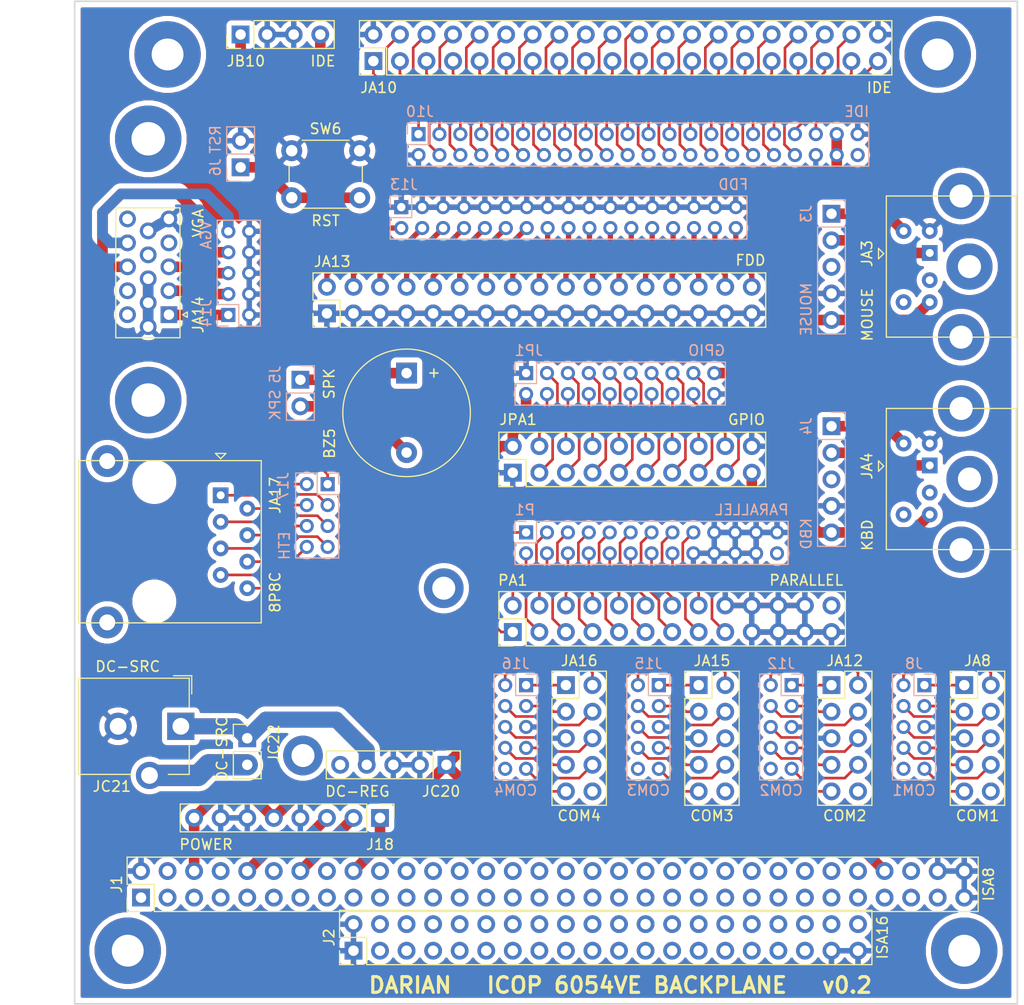
<source format=kicad_pcb>
(kicad_pcb (version 20171130) (host pcbnew "(5.0.1-3-g963ef8bb5)")

  (general
    (thickness 1.6)
    (drawings 5)
    (tracks 680)
    (zones 0)
    (modules 41)
    (nets 262)
  )

  (page A4)
  (layers
    (0 F.Cu signal)
    (31 B.Cu signal)
    (32 B.Adhes user)
    (33 F.Adhes user)
    (34 B.Paste user)
    (35 F.Paste user)
    (36 B.SilkS user)
    (37 F.SilkS user)
    (38 B.Mask user)
    (39 F.Mask user)
    (40 Dwgs.User user)
    (41 Cmts.User user)
    (42 Eco1.User user)
    (43 Eco2.User user)
    (44 Edge.Cuts user)
    (45 Margin user)
    (46 B.CrtYd user)
    (47 F.CrtYd user)
    (48 B.Fab user)
    (49 F.Fab user)
  )

  (setup
    (last_trace_width 1.016)
    (user_trace_width 0.381)
    (user_trace_width 0.508)
    (user_trace_width 0.762)
    (user_trace_width 1.016)
    (user_trace_width 1.524)
    (user_trace_width 2.032)
    (trace_clearance 0.1778)
    (zone_clearance 0.508)
    (zone_45_only no)
    (trace_min 0.254)
    (segment_width 0.2)
    (edge_width 0.15)
    (via_size 0.8128)
    (via_drill 0.4064)
    (via_min_size 0.6858)
    (via_min_drill 0.3302)
    (uvia_size 0.8128)
    (uvia_drill 0.4064)
    (uvias_allowed no)
    (uvia_min_size 0.6858)
    (uvia_min_drill 0.3302)
    (pcb_text_width 0.3)
    (pcb_text_size 1.5 1.5)
    (mod_edge_width 0.15)
    (mod_text_size 1 1)
    (mod_text_width 0.15)
    (pad_size 3.8 3.8)
    (pad_drill 2.2)
    (pad_to_mask_clearance 0.0508)
    (solder_mask_min_width 0.254)
    (aux_axis_origin 0 0)
    (visible_elements FFFFFF7F)
    (pcbplotparams
      (layerselection 0x010fc_ffffffff)
      (usegerberextensions false)
      (usegerberattributes false)
      (usegerberadvancedattributes false)
      (creategerberjobfile false)
      (excludeedgelayer true)
      (linewidth 0.100000)
      (plotframeref false)
      (viasonmask false)
      (mode 1)
      (useauxorigin false)
      (hpglpennumber 1)
      (hpglpenspeed 20)
      (hpglpendiameter 15.000000)
      (psnegative false)
      (psa4output false)
      (plotreference true)
      (plotvalue true)
      (plotinvisibletext false)
      (padsonsilk false)
      (subtractmaskfromsilk false)
      (outputformat 1)
      (mirror false)
      (drillshape 1)
      (scaleselection 1)
      (outputdirectory ""))
  )

  (net 0 "")
  (net 1 "Net-(J1-Pad1)")
  (net 2 "Net-(J1-Pad3)")
  (net 3 "Net-(J1-Pad4)")
  (net 4 "Net-(J1-Pad5)")
  (net 5 "Net-(J1-Pad7)")
  (net 6 "Net-(J1-Pad8)")
  (net 7 "Net-(J1-Pad9)")
  (net 8 "Net-(J1-Pad10)")
  (net 9 "Net-(J1-Pad11)")
  (net 10 "Net-(J1-Pad12)")
  (net 11 "Net-(J1-Pad13)")
  (net 12 "Net-(J1-Pad14)")
  (net 13 "Net-(J1-Pad15)")
  (net 14 "Net-(J1-Pad16)")
  (net 15 "Net-(J1-Pad17)")
  (net 16 "Net-(J1-Pad18)")
  (net 17 "Net-(J1-Pad19)")
  (net 18 "Net-(J1-Pad20)")
  (net 19 "Net-(J1-Pad21)")
  (net 20 "Net-(J1-Pad22)")
  (net 21 "Net-(J1-Pad23)")
  (net 22 "Net-(J1-Pad24)")
  (net 23 "Net-(J1-Pad25)")
  (net 24 "Net-(J1-Pad26)")
  (net 25 "Net-(J1-Pad27)")
  (net 26 "Net-(J1-Pad28)")
  (net 27 "Net-(J1-Pad29)")
  (net 28 "Net-(J1-Pad30)")
  (net 29 "Net-(J1-Pad31)")
  (net 30 "Net-(J1-Pad32)")
  (net 31 "Net-(J1-Pad33)")
  (net 32 "Net-(J1-Pad34)")
  (net 33 "Net-(J1-Pad35)")
  (net 34 "Net-(J1-Pad36)")
  (net 35 "Net-(J1-Pad37)")
  (net 36 "Net-(J1-Pad38)")
  (net 37 "Net-(J1-Pad39)")
  (net 38 "Net-(J1-Pad40)")
  (net 39 "Net-(J1-Pad41)")
  (net 40 "Net-(J1-Pad42)")
  (net 41 "Net-(J1-Pad43)")
  (net 42 "Net-(J1-Pad44)")
  (net 43 "Net-(J1-Pad45)")
  (net 44 "Net-(J1-Pad46)")
  (net 45 "Net-(J1-Pad47)")
  (net 46 "Net-(J1-Pad48)")
  (net 47 "Net-(J1-Pad49)")
  (net 48 "Net-(J1-Pad50)")
  (net 49 "Net-(J1-Pad51)")
  (net 50 "Net-(J1-Pad52)")
  (net 51 "Net-(J1-Pad53)")
  (net 52 "Net-(J1-Pad54)")
  (net 53 "Net-(J1-Pad55)")
  (net 54 "Net-(J1-Pad56)")
  (net 55 "Net-(J1-Pad57)")
  (net 56 "Net-(J1-Pad59)")
  (net 57 "Net-(J1-Pad60)")
  (net 58 "Net-(J1-Pad61)")
  (net 59 "Net-(J2-Pad3)")
  (net 60 "Net-(J2-Pad4)")
  (net 61 "Net-(J2-Pad5)")
  (net 62 "Net-(J2-Pad6)")
  (net 63 "Net-(J2-Pad7)")
  (net 64 "Net-(J2-Pad8)")
  (net 65 "Net-(J2-Pad9)")
  (net 66 "Net-(J2-Pad10)")
  (net 67 "Net-(J2-Pad11)")
  (net 68 "Net-(J2-Pad12)")
  (net 69 "Net-(J2-Pad13)")
  (net 70 "Net-(J2-Pad14)")
  (net 71 "Net-(J2-Pad15)")
  (net 72 "Net-(J2-Pad16)")
  (net 73 "Net-(J2-Pad17)")
  (net 74 "Net-(J2-Pad18)")
  (net 75 "Net-(J2-Pad19)")
  (net 76 "Net-(J2-Pad20)")
  (net 77 "Net-(J2-Pad21)")
  (net 78 "Net-(J2-Pad22)")
  (net 79 "Net-(J2-Pad23)")
  (net 80 "Net-(J2-Pad24)")
  (net 81 "Net-(J2-Pad25)")
  (net 82 "Net-(J2-Pad26)")
  (net 83 "Net-(J2-Pad27)")
  (net 84 "Net-(J2-Pad28)")
  (net 85 "Net-(J2-Pad29)")
  (net 86 "Net-(J2-Pad30)")
  (net 87 "Net-(J2-Pad31)")
  (net 88 "Net-(J2-Pad32)")
  (net 89 "Net-(J2-Pad34)")
  (net 90 "Net-(J2-Pad35)")
  (net 91 "Net-(J2-Pad36)")
  (net 92 "Net-(J2-Pad38)")
  (net 93 "Net-(J2-Pad40)")
  (net 94 "Net-(BZ5-Pad1)")
  (net 95 "Net-(BZ5-Pad2)")
  (net 96 GNDREF)
  (net 97 VCC)
  (net 98 "Net-(J3-Pad3)")
  (net 99 "Net-(J3-Pad2)")
  (net 100 "Net-(J3-Pad1)")
  (net 101 "Net-(J4-Pad1)")
  (net 102 "Net-(J4-Pad2)")
  (net 103 "Net-(J4-Pad3)")
  (net 104 "Net-(J6-Pad1)")
  (net 105 "Net-(J8-Pad1)")
  (net 106 "Net-(J8-Pad2)")
  (net 107 "Net-(J8-Pad3)")
  (net 108 "Net-(J8-Pad4)")
  (net 109 "Net-(J8-Pad6)")
  (net 110 "Net-(J8-Pad7)")
  (net 111 "Net-(J8-Pad8)")
  (net 112 "Net-(J8-Pad9)")
  (net 113 "Net-(J8-Pad10)")
  (net 114 "Net-(J10-Pad1)")
  (net 115 "Net-(J10-Pad3)")
  (net 116 "Net-(J10-Pad4)")
  (net 117 "Net-(J10-Pad5)")
  (net 118 "Net-(J10-Pad6)")
  (net 119 "Net-(J10-Pad7)")
  (net 120 "Net-(J10-Pad8)")
  (net 121 "Net-(J10-Pad9)")
  (net 122 "Net-(J10-Pad10)")
  (net 123 "Net-(J10-Pad11)")
  (net 124 "Net-(J10-Pad12)")
  (net 125 "Net-(J10-Pad13)")
  (net 126 "Net-(J10-Pad14)")
  (net 127 "Net-(J10-Pad15)")
  (net 128 "Net-(J10-Pad16)")
  (net 129 "Net-(J10-Pad17)")
  (net 130 "Net-(J10-Pad18)")
  (net 131 "Net-(J10-Pad19)")
  (net 132 "Net-(J10-Pad20)")
  (net 133 "Net-(J10-Pad21)")
  (net 134 "Net-(J10-Pad22)")
  (net 135 "Net-(J10-Pad23)")
  (net 136 "Net-(J10-Pad24)")
  (net 137 "Net-(J10-Pad25)")
  (net 138 "Net-(J10-Pad26)")
  (net 139 "Net-(J10-Pad27)")
  (net 140 "Net-(J10-Pad28)")
  (net 141 "Net-(J10-Pad29)")
  (net 142 "Net-(J10-Pad30)")
  (net 143 "Net-(J10-Pad31)")
  (net 144 "Net-(J10-Pad32)")
  (net 145 "Net-(J10-Pad33)")
  (net 146 "Net-(J10-Pad34)")
  (net 147 "Net-(J10-Pad35)")
  (net 148 "Net-(J10-Pad36)")
  (net 149 "Net-(J10-Pad37)")
  (net 150 "Net-(J10-Pad38)")
  (net 151 "Net-(J10-Pad39)")
  (net 152 "Net-(J10-Pad44)")
  (net 153 "Net-(J12-Pad1)")
  (net 154 "Net-(J12-Pad2)")
  (net 155 "Net-(J12-Pad3)")
  (net 156 "Net-(J12-Pad4)")
  (net 157 "Net-(J12-Pad6)")
  (net 158 "Net-(J12-Pad7)")
  (net 159 "Net-(J12-Pad8)")
  (net 160 "Net-(J12-Pad9)")
  (net 161 "Net-(J12-Pad10)")
  (net 162 "Net-(J13-Pad2)")
  (net 163 "Net-(J13-Pad4)")
  (net 164 "Net-(J13-Pad6)")
  (net 165 "Net-(J13-Pad8)")
  (net 166 "Net-(J13-Pad10)")
  (net 167 "Net-(J13-Pad12)")
  (net 168 "Net-(J13-Pad14)")
  (net 169 "Net-(J13-Pad16)")
  (net 170 "Net-(J13-Pad18)")
  (net 171 "Net-(J13-Pad20)")
  (net 172 "Net-(J13-Pad22)")
  (net 173 "Net-(J13-Pad24)")
  (net 174 "Net-(J13-Pad26)")
  (net 175 "Net-(J13-Pad28)")
  (net 176 "Net-(J13-Pad30)")
  (net 177 "Net-(J13-Pad32)")
  (net 178 "Net-(J13-Pad34)")
  (net 179 "Net-(J14-Pad9)")
  (net 180 "Net-(J14-Pad7)")
  (net 181 "Net-(J14-Pad5)")
  (net 182 "Net-(J14-Pad3)")
  (net 183 "Net-(J14-Pad1)")
  (net 184 "Net-(J15-Pad10)")
  (net 185 "Net-(J15-Pad9)")
  (net 186 "Net-(J15-Pad8)")
  (net 187 "Net-(J15-Pad7)")
  (net 188 "Net-(J15-Pad6)")
  (net 189 "Net-(J15-Pad4)")
  (net 190 "Net-(J15-Pad3)")
  (net 191 "Net-(J15-Pad2)")
  (net 192 "Net-(J15-Pad1)")
  (net 193 "Net-(J16-Pad1)")
  (net 194 "Net-(J16-Pad2)")
  (net 195 "Net-(J16-Pad3)")
  (net 196 "Net-(J16-Pad4)")
  (net 197 "Net-(J16-Pad6)")
  (net 198 "Net-(J16-Pad7)")
  (net 199 "Net-(J16-Pad8)")
  (net 200 "Net-(J16-Pad9)")
  (net 201 "Net-(J16-Pad10)")
  (net 202 "Net-(J17-Pad1)")
  (net 203 "Net-(J17-Pad2)")
  (net 204 "Net-(J17-Pad3)")
  (net 205 "Net-(J17-Pad4)")
  (net 206 "Net-(J17-Pad5)")
  (net 207 "Net-(J17-Pad6)")
  (net 208 "Net-(J17-Pad7)")
  (net 209 "Net-(J17-Pad8)")
  (net 210 "Net-(JA8-Pad10)")
  (net 211 "Net-(JA12-Pad10)")
  (net 212 "Net-(JA14-Pad4)")
  (net 213 "Net-(JA14-Pad9)")
  (net 214 "Net-(JA14-Pad11)")
  (net 215 "Net-(JA14-Pad12)")
  (net 216 "Net-(JA14-Pad15)")
  (net 217 "Net-(JA15-Pad10)")
  (net 218 "Net-(JA16-Pad10)")
  (net 219 VDD)
  (net 220 "Net-(JC20-Pad5)")
  (net 221 "Net-(JC21-Pad3)")
  (net 222 "Net-(JP1-Pad3)")
  (net 223 "Net-(JP1-Pad4)")
  (net 224 "Net-(JP1-Pad5)")
  (net 225 "Net-(JP1-Pad6)")
  (net 226 "Net-(JP1-Pad7)")
  (net 227 "Net-(JP1-Pad8)")
  (net 228 "Net-(JP1-Pad9)")
  (net 229 "Net-(JP1-Pad10)")
  (net 230 "Net-(JP1-Pad11)")
  (net 231 "Net-(JP1-Pad12)")
  (net 232 "Net-(JP1-Pad13)")
  (net 233 "Net-(JP1-Pad14)")
  (net 234 "Net-(JP1-Pad15)")
  (net 235 "Net-(JP1-Pad16)")
  (net 236 "Net-(JP1-Pad17)")
  (net 237 "Net-(JP1-Pad18)")
  (net 238 "Net-(P1-Pad1)")
  (net 239 "Net-(P1-Pad2)")
  (net 240 "Net-(P1-Pad3)")
  (net 241 "Net-(P1-Pad4)")
  (net 242 "Net-(P1-Pad5)")
  (net 243 "Net-(P1-Pad6)")
  (net 244 "Net-(P1-Pad7)")
  (net 245 "Net-(P1-Pad8)")
  (net 246 "Net-(P1-Pad9)")
  (net 247 "Net-(P1-Pad10)")
  (net 248 "Net-(P1-Pad11)")
  (net 249 "Net-(P1-Pad12)")
  (net 250 "Net-(P1-Pad13)")
  (net 251 "Net-(P1-Pad14)")
  (net 252 "Net-(P1-Pad15)")
  (net 253 "Net-(P1-Pad16)")
  (net 254 "Net-(P1-Pad17)")
  (net 255 "Net-(P1-Pad26)")
  (net 256 "Net-(PA1-Pad26)")
  (net 257 "Net-(JA3-Pad6)")
  (net 258 "Net-(JA3-Pad2)")
  (net 259 "Net-(JA4-Pad2)")
  (net 260 "Net-(JA4-Pad6)")
  (net 261 "Net-(J2-Pad33)")

  (net_class Default "This is the default net class."
    (clearance 0.1778)
    (trace_width 0.254)
    (via_dia 0.8128)
    (via_drill 0.4064)
    (uvia_dia 0.8128)
    (uvia_drill 0.4064)
    (diff_pair_gap 0.254)
    (diff_pair_width 0.254)
    (add_net GNDREF)
    (add_net "Net-(BZ5-Pad1)")
    (add_net "Net-(BZ5-Pad2)")
    (add_net "Net-(J1-Pad1)")
    (add_net "Net-(J1-Pad10)")
    (add_net "Net-(J1-Pad11)")
    (add_net "Net-(J1-Pad12)")
    (add_net "Net-(J1-Pad13)")
    (add_net "Net-(J1-Pad14)")
    (add_net "Net-(J1-Pad15)")
    (add_net "Net-(J1-Pad16)")
    (add_net "Net-(J1-Pad17)")
    (add_net "Net-(J1-Pad18)")
    (add_net "Net-(J1-Pad19)")
    (add_net "Net-(J1-Pad20)")
    (add_net "Net-(J1-Pad21)")
    (add_net "Net-(J1-Pad22)")
    (add_net "Net-(J1-Pad23)")
    (add_net "Net-(J1-Pad24)")
    (add_net "Net-(J1-Pad25)")
    (add_net "Net-(J1-Pad26)")
    (add_net "Net-(J1-Pad27)")
    (add_net "Net-(J1-Pad28)")
    (add_net "Net-(J1-Pad29)")
    (add_net "Net-(J1-Pad3)")
    (add_net "Net-(J1-Pad30)")
    (add_net "Net-(J1-Pad31)")
    (add_net "Net-(J1-Pad32)")
    (add_net "Net-(J1-Pad33)")
    (add_net "Net-(J1-Pad34)")
    (add_net "Net-(J1-Pad35)")
    (add_net "Net-(J1-Pad36)")
    (add_net "Net-(J1-Pad37)")
    (add_net "Net-(J1-Pad38)")
    (add_net "Net-(J1-Pad39)")
    (add_net "Net-(J1-Pad4)")
    (add_net "Net-(J1-Pad40)")
    (add_net "Net-(J1-Pad41)")
    (add_net "Net-(J1-Pad42)")
    (add_net "Net-(J1-Pad43)")
    (add_net "Net-(J1-Pad44)")
    (add_net "Net-(J1-Pad45)")
    (add_net "Net-(J1-Pad46)")
    (add_net "Net-(J1-Pad47)")
    (add_net "Net-(J1-Pad48)")
    (add_net "Net-(J1-Pad49)")
    (add_net "Net-(J1-Pad5)")
    (add_net "Net-(J1-Pad50)")
    (add_net "Net-(J1-Pad51)")
    (add_net "Net-(J1-Pad52)")
    (add_net "Net-(J1-Pad53)")
    (add_net "Net-(J1-Pad54)")
    (add_net "Net-(J1-Pad55)")
    (add_net "Net-(J1-Pad56)")
    (add_net "Net-(J1-Pad57)")
    (add_net "Net-(J1-Pad59)")
    (add_net "Net-(J1-Pad60)")
    (add_net "Net-(J1-Pad61)")
    (add_net "Net-(J1-Pad7)")
    (add_net "Net-(J1-Pad8)")
    (add_net "Net-(J1-Pad9)")
    (add_net "Net-(J10-Pad1)")
    (add_net "Net-(J10-Pad10)")
    (add_net "Net-(J10-Pad11)")
    (add_net "Net-(J10-Pad12)")
    (add_net "Net-(J10-Pad13)")
    (add_net "Net-(J10-Pad14)")
    (add_net "Net-(J10-Pad15)")
    (add_net "Net-(J10-Pad16)")
    (add_net "Net-(J10-Pad17)")
    (add_net "Net-(J10-Pad18)")
    (add_net "Net-(J10-Pad19)")
    (add_net "Net-(J10-Pad20)")
    (add_net "Net-(J10-Pad21)")
    (add_net "Net-(J10-Pad22)")
    (add_net "Net-(J10-Pad23)")
    (add_net "Net-(J10-Pad24)")
    (add_net "Net-(J10-Pad25)")
    (add_net "Net-(J10-Pad26)")
    (add_net "Net-(J10-Pad27)")
    (add_net "Net-(J10-Pad28)")
    (add_net "Net-(J10-Pad29)")
    (add_net "Net-(J10-Pad3)")
    (add_net "Net-(J10-Pad30)")
    (add_net "Net-(J10-Pad31)")
    (add_net "Net-(J10-Pad32)")
    (add_net "Net-(J10-Pad33)")
    (add_net "Net-(J10-Pad34)")
    (add_net "Net-(J10-Pad35)")
    (add_net "Net-(J10-Pad36)")
    (add_net "Net-(J10-Pad37)")
    (add_net "Net-(J10-Pad38)")
    (add_net "Net-(J10-Pad39)")
    (add_net "Net-(J10-Pad4)")
    (add_net "Net-(J10-Pad44)")
    (add_net "Net-(J10-Pad5)")
    (add_net "Net-(J10-Pad6)")
    (add_net "Net-(J10-Pad7)")
    (add_net "Net-(J10-Pad8)")
    (add_net "Net-(J10-Pad9)")
    (add_net "Net-(J12-Pad1)")
    (add_net "Net-(J12-Pad10)")
    (add_net "Net-(J12-Pad2)")
    (add_net "Net-(J12-Pad3)")
    (add_net "Net-(J12-Pad4)")
    (add_net "Net-(J12-Pad6)")
    (add_net "Net-(J12-Pad7)")
    (add_net "Net-(J12-Pad8)")
    (add_net "Net-(J12-Pad9)")
    (add_net "Net-(J13-Pad10)")
    (add_net "Net-(J13-Pad12)")
    (add_net "Net-(J13-Pad14)")
    (add_net "Net-(J13-Pad16)")
    (add_net "Net-(J13-Pad18)")
    (add_net "Net-(J13-Pad2)")
    (add_net "Net-(J13-Pad20)")
    (add_net "Net-(J13-Pad22)")
    (add_net "Net-(J13-Pad24)")
    (add_net "Net-(J13-Pad26)")
    (add_net "Net-(J13-Pad28)")
    (add_net "Net-(J13-Pad30)")
    (add_net "Net-(J13-Pad32)")
    (add_net "Net-(J13-Pad34)")
    (add_net "Net-(J13-Pad4)")
    (add_net "Net-(J13-Pad6)")
    (add_net "Net-(J13-Pad8)")
    (add_net "Net-(J14-Pad1)")
    (add_net "Net-(J14-Pad3)")
    (add_net "Net-(J14-Pad5)")
    (add_net "Net-(J14-Pad7)")
    (add_net "Net-(J14-Pad9)")
    (add_net "Net-(J15-Pad1)")
    (add_net "Net-(J15-Pad10)")
    (add_net "Net-(J15-Pad2)")
    (add_net "Net-(J15-Pad3)")
    (add_net "Net-(J15-Pad4)")
    (add_net "Net-(J15-Pad6)")
    (add_net "Net-(J15-Pad7)")
    (add_net "Net-(J15-Pad8)")
    (add_net "Net-(J15-Pad9)")
    (add_net "Net-(J16-Pad1)")
    (add_net "Net-(J16-Pad10)")
    (add_net "Net-(J16-Pad2)")
    (add_net "Net-(J16-Pad3)")
    (add_net "Net-(J16-Pad4)")
    (add_net "Net-(J16-Pad6)")
    (add_net "Net-(J16-Pad7)")
    (add_net "Net-(J16-Pad8)")
    (add_net "Net-(J16-Pad9)")
    (add_net "Net-(J17-Pad1)")
    (add_net "Net-(J17-Pad2)")
    (add_net "Net-(J17-Pad3)")
    (add_net "Net-(J17-Pad4)")
    (add_net "Net-(J17-Pad5)")
    (add_net "Net-(J17-Pad6)")
    (add_net "Net-(J17-Pad7)")
    (add_net "Net-(J17-Pad8)")
    (add_net "Net-(J2-Pad10)")
    (add_net "Net-(J2-Pad11)")
    (add_net "Net-(J2-Pad12)")
    (add_net "Net-(J2-Pad13)")
    (add_net "Net-(J2-Pad14)")
    (add_net "Net-(J2-Pad15)")
    (add_net "Net-(J2-Pad16)")
    (add_net "Net-(J2-Pad17)")
    (add_net "Net-(J2-Pad18)")
    (add_net "Net-(J2-Pad19)")
    (add_net "Net-(J2-Pad20)")
    (add_net "Net-(J2-Pad21)")
    (add_net "Net-(J2-Pad22)")
    (add_net "Net-(J2-Pad23)")
    (add_net "Net-(J2-Pad24)")
    (add_net "Net-(J2-Pad25)")
    (add_net "Net-(J2-Pad26)")
    (add_net "Net-(J2-Pad27)")
    (add_net "Net-(J2-Pad28)")
    (add_net "Net-(J2-Pad29)")
    (add_net "Net-(J2-Pad3)")
    (add_net "Net-(J2-Pad30)")
    (add_net "Net-(J2-Pad31)")
    (add_net "Net-(J2-Pad32)")
    (add_net "Net-(J2-Pad33)")
    (add_net "Net-(J2-Pad34)")
    (add_net "Net-(J2-Pad35)")
    (add_net "Net-(J2-Pad36)")
    (add_net "Net-(J2-Pad38)")
    (add_net "Net-(J2-Pad4)")
    (add_net "Net-(J2-Pad40)")
    (add_net "Net-(J2-Pad5)")
    (add_net "Net-(J2-Pad6)")
    (add_net "Net-(J2-Pad7)")
    (add_net "Net-(J2-Pad8)")
    (add_net "Net-(J2-Pad9)")
    (add_net "Net-(J3-Pad1)")
    (add_net "Net-(J3-Pad2)")
    (add_net "Net-(J3-Pad3)")
    (add_net "Net-(J4-Pad1)")
    (add_net "Net-(J4-Pad2)")
    (add_net "Net-(J4-Pad3)")
    (add_net "Net-(J6-Pad1)")
    (add_net "Net-(J8-Pad1)")
    (add_net "Net-(J8-Pad10)")
    (add_net "Net-(J8-Pad2)")
    (add_net "Net-(J8-Pad3)")
    (add_net "Net-(J8-Pad4)")
    (add_net "Net-(J8-Pad6)")
    (add_net "Net-(J8-Pad7)")
    (add_net "Net-(J8-Pad8)")
    (add_net "Net-(J8-Pad9)")
    (add_net "Net-(JA12-Pad10)")
    (add_net "Net-(JA14-Pad11)")
    (add_net "Net-(JA14-Pad12)")
    (add_net "Net-(JA14-Pad15)")
    (add_net "Net-(JA14-Pad4)")
    (add_net "Net-(JA14-Pad9)")
    (add_net "Net-(JA15-Pad10)")
    (add_net "Net-(JA16-Pad10)")
    (add_net "Net-(JA3-Pad2)")
    (add_net "Net-(JA3-Pad6)")
    (add_net "Net-(JA4-Pad2)")
    (add_net "Net-(JA4-Pad6)")
    (add_net "Net-(JA8-Pad10)")
    (add_net "Net-(JC20-Pad5)")
    (add_net "Net-(JC21-Pad3)")
    (add_net "Net-(JP1-Pad10)")
    (add_net "Net-(JP1-Pad11)")
    (add_net "Net-(JP1-Pad12)")
    (add_net "Net-(JP1-Pad13)")
    (add_net "Net-(JP1-Pad14)")
    (add_net "Net-(JP1-Pad15)")
    (add_net "Net-(JP1-Pad16)")
    (add_net "Net-(JP1-Pad17)")
    (add_net "Net-(JP1-Pad18)")
    (add_net "Net-(JP1-Pad3)")
    (add_net "Net-(JP1-Pad4)")
    (add_net "Net-(JP1-Pad5)")
    (add_net "Net-(JP1-Pad6)")
    (add_net "Net-(JP1-Pad7)")
    (add_net "Net-(JP1-Pad8)")
    (add_net "Net-(JP1-Pad9)")
    (add_net "Net-(P1-Pad1)")
    (add_net "Net-(P1-Pad10)")
    (add_net "Net-(P1-Pad11)")
    (add_net "Net-(P1-Pad12)")
    (add_net "Net-(P1-Pad13)")
    (add_net "Net-(P1-Pad14)")
    (add_net "Net-(P1-Pad15)")
    (add_net "Net-(P1-Pad16)")
    (add_net "Net-(P1-Pad17)")
    (add_net "Net-(P1-Pad2)")
    (add_net "Net-(P1-Pad26)")
    (add_net "Net-(P1-Pad3)")
    (add_net "Net-(P1-Pad4)")
    (add_net "Net-(P1-Pad5)")
    (add_net "Net-(P1-Pad6)")
    (add_net "Net-(P1-Pad7)")
    (add_net "Net-(P1-Pad8)")
    (add_net "Net-(P1-Pad9)")
    (add_net "Net-(PA1-Pad26)")
    (add_net VCC)
    (add_net VDD)
  )

  (module connectors:Mini-DIN-6-PS2-Horizontal (layer F.Cu) (tedit 5C779DF0) (tstamp 5C3052C4)
    (at 132.588 95.25 270)
    (descr "8 Pol Shallow Latch Connector, Modjack, RJ45 (https://cdn.amphenol-icc.com/media/wysiwyg/files/drawing/c-bmj-0102.pdf)")
    (tags RJ45)
    (path /5DC3EC5B)
    (fp_text reference JA4 (at 0 6 270) (layer F.SilkS)
      (effects (font (size 1 1) (thickness 0.15)))
    )
    (fp_text value KBD (at 6.604 5.969 270) (layer F.SilkS)
      (effects (font (size 1 1) (thickness 0.15)))
    )
    (fp_line (start -6.26 4.9) (end 8.74 4.9) (layer F.CrtYd) (width 0.05))
    (fp_line (start 8.74 -9) (end 8.74 4.9) (layer F.CrtYd) (width 0.05))
    (fp_line (start -6.26 4.9) (end -6.26 -9) (layer F.CrtYd) (width 0.05))
    (fp_line (start 8.74 -9) (end -6.26 -9) (layer F.CrtYd) (width 0.05))
    (fp_line (start -5.51 4.15) (end -5.51 -8.25) (layer F.SilkS) (width 0.12))
    (fp_line (start 7.99 -8.25) (end -5.51 -8.25) (layer F.SilkS) (width 0.12))
    (fp_line (start 7.99 -8.25) (end 7.99 4.15) (layer F.SilkS) (width 0.12))
    (fp_line (start -5.51 4.15) (end 7.99 4.15) (layer F.SilkS) (width 0.12))
    (fp_line (start 8.24 3.4) (end 7.24 4.4) (layer F.Fab) (width 0.12))
    (fp_line (start 8.24 -8.5) (end -5.76 -8.5) (layer F.Fab) (width 0.12))
    (fp_line (start 8.24 -8.5) (end 8.24 3.4) (layer F.Fab) (width 0.12))
    (fp_line (start -5.76 4.4) (end 7.24 4.4) (layer F.Fab) (width 0.12))
    (fp_line (start -5.76 4.4) (end -5.76 -8.5) (layer F.Fab) (width 0.12))
    (fp_line (start 0 4.4) (end 0.5 4.9) (layer F.SilkS) (width 0.12))
    (fp_line (start -0.5 4.9) (end 0.5 4.9) (layer F.SilkS) (width 0.12))
    (fp_line (start 0 4.4) (end -0.5 4.9) (layer F.SilkS) (width 0.12))
    (fp_text user %R (at -4.953 5.969 270) (layer F.Fab)
      (effects (font (size 1 1) (thickness 0.15)))
    )
    (pad "" np_thru_hole circle (at 1.24 -3.8 270) (size 4.4196 4.4196) (drill 2.2098) (layers *.Cu *.Mask))
    (pad "" np_thru_hole circle (at 7.99 -3 270) (size 4.4196 4.4196) (drill 2.2098) (layers *.Cu *.Mask))
    (pad "" np_thru_hole circle (at -5.51 -3 270) (size 4.4196 4.4196) (drill 2.2098) (layers *.Cu *.Mask))
    (pad 5 thru_hole circle (at -2.16 2.5 270) (size 1.5 1.5) (drill 0.76) (layers *.Cu *.Mask)
      (net 101 "Net-(J4-Pad1)"))
    (pad 6 thru_hole circle (at 4.64 2.5 270) (size 1.5 1.5) (drill 0.76) (layers *.Cu *.Mask)
      (net 260 "Net-(JA4-Pad6)"))
    (pad 3 thru_hole circle (at -2.16 0 270) (size 1.5 1.5) (drill 0.76) (layers *.Cu *.Mask)
      (net 96 GNDREF))
    (pad 4 thru_hole circle (at 4.64 0 270) (size 1.5 1.5) (drill 0.76) (layers *.Cu *.Mask)
      (net 97 VCC))
    (pad 1 thru_hole rect (at -0.06 0 270) (size 1.5 1.5) (drill 0.76) (layers *.Cu *.Mask)
      (net 102 "Net-(J4-Pad2)"))
    (pad 2 thru_hole circle (at 2.54 0 270) (size 1.5 1.5) (drill 0.76) (layers *.Cu *.Mask)
      (net 259 "Net-(JA4-Pad2)"))
    (model ${KISYS3DMOD}/Connector_RJ.3dshapes/RJ45_Amphenol_54602-x08_Horizontal.wrl
      (at (xyz 0 0 0))
      (scale (xyz 1 1 1))
      (rotate (xyz 0 0 0))
    )
  )

  (module connectors:Mini-DIN-6-PS2-Horizontal (layer F.Cu) (tedit 5C779DDC) (tstamp 5C7653CE)
    (at 132.588 74.93 270)
    (descr "8 Pol Shallow Latch Connector, Modjack, RJ45 (https://cdn.amphenol-icc.com/media/wysiwyg/files/drawing/c-bmj-0102.pdf)")
    (tags RJ45)
    (path /5DC3C1C4)
    (fp_text reference JA3 (at 0 6 270) (layer F.SilkS)
      (effects (font (size 1 1) (thickness 0.15)))
    )
    (fp_text value MOUSE (at 5.842 5.969 270) (layer F.SilkS)
      (effects (font (size 1 1) (thickness 0.15)))
    )
    (fp_line (start -6.26 4.9) (end 8.74 4.9) (layer F.CrtYd) (width 0.05))
    (fp_line (start 8.74 -9) (end 8.74 4.9) (layer F.CrtYd) (width 0.05))
    (fp_line (start -6.26 4.9) (end -6.26 -9) (layer F.CrtYd) (width 0.05))
    (fp_line (start 8.74 -9) (end -6.26 -9) (layer F.CrtYd) (width 0.05))
    (fp_line (start -5.51 4.15) (end -5.51 -8.25) (layer F.SilkS) (width 0.12))
    (fp_line (start 7.99 -8.25) (end -5.51 -8.25) (layer F.SilkS) (width 0.12))
    (fp_line (start 7.99 -8.25) (end 7.99 4.15) (layer F.SilkS) (width 0.12))
    (fp_line (start -5.51 4.15) (end 7.99 4.15) (layer F.SilkS) (width 0.12))
    (fp_line (start 8.24 3.4) (end 7.24 4.4) (layer F.Fab) (width 0.12))
    (fp_line (start 8.24 -8.5) (end -5.76 -8.5) (layer F.Fab) (width 0.12))
    (fp_line (start 8.24 -8.5) (end 8.24 3.4) (layer F.Fab) (width 0.12))
    (fp_line (start -5.76 4.4) (end 7.24 4.4) (layer F.Fab) (width 0.12))
    (fp_line (start -5.76 4.4) (end -5.76 -8.5) (layer F.Fab) (width 0.12))
    (fp_line (start 0 4.4) (end 0.5 4.9) (layer F.SilkS) (width 0.12))
    (fp_line (start -0.5 4.9) (end 0.5 4.9) (layer F.SilkS) (width 0.12))
    (fp_line (start 0 4.4) (end -0.5 4.9) (layer F.SilkS) (width 0.12))
    (fp_text user %R (at -4.953 5.969 270) (layer F.Fab)
      (effects (font (size 1 1) (thickness 0.15)))
    )
    (pad "" np_thru_hole circle (at 1.24 -3.8 270) (size 4.4196 4.4196) (drill 2.2098) (layers *.Cu *.Mask))
    (pad "" np_thru_hole circle (at 7.99 -3 270) (size 4.4196 4.4196) (drill 2.2098) (layers *.Cu *.Mask))
    (pad "" np_thru_hole circle (at -5.51 -3 270) (size 4.4196 4.4196) (drill 2.2098) (layers *.Cu *.Mask))
    (pad 5 thru_hole circle (at -2.16 2.5 270) (size 1.5 1.5) (drill 0.76) (layers *.Cu *.Mask)
      (net 100 "Net-(J3-Pad1)"))
    (pad 6 thru_hole circle (at 4.64 2.5 270) (size 1.5 1.5) (drill 0.76) (layers *.Cu *.Mask)
      (net 257 "Net-(JA3-Pad6)"))
    (pad 3 thru_hole circle (at -2.16 0 270) (size 1.5 1.5) (drill 0.76) (layers *.Cu *.Mask)
      (net 96 GNDREF))
    (pad 4 thru_hole circle (at 4.64 0 270) (size 1.5 1.5) (drill 0.76) (layers *.Cu *.Mask)
      (net 97 VCC))
    (pad 1 thru_hole rect (at -0.06 0 270) (size 1.5 1.5) (drill 0.76) (layers *.Cu *.Mask)
      (net 99 "Net-(J3-Pad2)"))
    (pad 2 thru_hole circle (at 2.54 0 270) (size 1.5 1.5) (drill 0.76) (layers *.Cu *.Mask)
      (net 258 "Net-(JA3-Pad2)"))
    (model ${KISYS3DMOD}/Connector_RJ.3dshapes/RJ45_Amphenol_54602-x08_Horizontal.wrl
      (at (xyz 0 0 0))
      (scale (xyz 1 1 1))
      (rotate (xyz 0 0 0))
    )
  )

  (module connectors:DSUB-15-HD_Female_Horizontal_P2.29x1.98mm_EdgePinOffset5.08mm (layer F.Cu) (tedit 5C42EBBB) (tstamp 5C30963F)
    (at 59.817 80.772 270)
    (descr "15-pin D-Sub connector, horizontal/angled (90 deg), THT-mount, female, pitch 2.29x1.98mm, pin-PCB-offset 9.4mm, see http://docs-europe.electrocomponents.com/webdocs/1585/0900766b81585df2.pdf")
    (tags "15-pin D-Sub connector horizontal angled 90deg THT female pitch 2.29x1.98mm pin-PCB-offset 9.4mm")
    (path /5C4D1817)
    (fp_text reference JA14 (at 0 -2.794 270) (layer F.SilkS)
      (effects (font (size 1 1) (thickness 0.15)))
    )
    (fp_text value VGA (at -8.763 -2.794 270) (layer F.SilkS)
      (effects (font (size 1 1) (thickness 0.15)))
    )
    (fp_line (start -0.1 0) (end -0.1 4.94) (layer F.Fab) (width 0.1))
    (fp_line (start 0 0) (end 0 4.94) (layer F.Fab) (width 0.1))
    (fp_line (start 0.1 0) (end 0.1 4.94) (layer F.Fab) (width 0.1))
    (fp_line (start -2.39 0) (end -2.39 4.94) (layer F.Fab) (width 0.1))
    (fp_line (start -2.29 0) (end -2.29 4.94) (layer F.Fab) (width 0.1))
    (fp_line (start -2.19 0) (end -2.19 4.94) (layer F.Fab) (width 0.1))
    (fp_line (start -4.68 0) (end -4.68 4.94) (layer F.Fab) (width 0.1))
    (fp_line (start -4.58 0) (end -4.58 4.94) (layer F.Fab) (width 0.1))
    (fp_line (start -4.48 0) (end -4.48 4.94) (layer F.Fab) (width 0.1))
    (fp_line (start -6.97 0) (end -6.97 4.94) (layer F.Fab) (width 0.1))
    (fp_line (start -6.87 0) (end -6.87 4.94) (layer F.Fab) (width 0.1))
    (fp_line (start -6.77 0) (end -6.77 4.94) (layer F.Fab) (width 0.1))
    (fp_line (start -9.26 0) (end -9.26 4.94) (layer F.Fab) (width 0.1))
    (fp_line (start -9.16 0) (end -9.16 4.94) (layer F.Fab) (width 0.1))
    (fp_line (start -9.06 0) (end -9.06 4.94) (layer F.Fab) (width 0.1))
    (fp_line (start 1.045 1.98) (end 1.045 4.94) (layer F.Fab) (width 0.1))
    (fp_line (start 1.145 1.98) (end 1.145 4.94) (layer F.Fab) (width 0.1))
    (fp_line (start 1.245 1.98) (end 1.245 4.94) (layer F.Fab) (width 0.1))
    (fp_line (start -1.245 1.98) (end -1.245 4.94) (layer F.Fab) (width 0.1))
    (fp_line (start -1.145 1.98) (end -1.145 4.94) (layer F.Fab) (width 0.1))
    (fp_line (start -1.045 1.98) (end -1.045 4.94) (layer F.Fab) (width 0.1))
    (fp_line (start -3.535 1.98) (end -3.535 4.94) (layer F.Fab) (width 0.1))
    (fp_line (start -3.435 1.98) (end -3.435 4.94) (layer F.Fab) (width 0.1))
    (fp_line (start -3.335 1.98) (end -3.335 4.94) (layer F.Fab) (width 0.1))
    (fp_line (start -5.825 1.98) (end -5.825 4.94) (layer F.Fab) (width 0.1))
    (fp_line (start -5.725 1.98) (end -5.725 4.94) (layer F.Fab) (width 0.1))
    (fp_line (start -5.625 1.98) (end -5.625 4.94) (layer F.Fab) (width 0.1))
    (fp_line (start -8.115 1.98) (end -8.115 4.94) (layer F.Fab) (width 0.1))
    (fp_line (start -8.015 1.98) (end -8.015 4.94) (layer F.Fab) (width 0.1))
    (fp_line (start -7.915 1.98) (end -7.915 4.94) (layer F.Fab) (width 0.1))
    (fp_line (start -0.1 3.96) (end -0.1 4.94) (layer F.Fab) (width 0.1))
    (fp_line (start 0 3.96) (end 0 4.94) (layer F.Fab) (width 0.1))
    (fp_line (start 0.1 3.96) (end 0.1 4.94) (layer F.Fab) (width 0.1))
    (fp_line (start -2.39 3.96) (end -2.39 4.94) (layer F.Fab) (width 0.1))
    (fp_line (start -2.29 3.96) (end -2.29 4.94) (layer F.Fab) (width 0.1))
    (fp_line (start -2.19 3.96) (end -2.19 4.94) (layer F.Fab) (width 0.1))
    (fp_line (start -4.68 3.96) (end -4.68 4.94) (layer F.Fab) (width 0.1))
    (fp_line (start -4.58 3.96) (end -4.58 4.94) (layer F.Fab) (width 0.1))
    (fp_line (start -4.48 3.96) (end -4.48 4.94) (layer F.Fab) (width 0.1))
    (fp_line (start -6.97 3.96) (end -6.97 4.94) (layer F.Fab) (width 0.1))
    (fp_line (start -6.87 3.96) (end -6.87 4.94) (layer F.Fab) (width 0.1))
    (fp_line (start -6.77 3.96) (end -6.77 4.94) (layer F.Fab) (width 0.1))
    (fp_line (start -9.26 3.96) (end -9.26 4.94) (layer F.Fab) (width 0.1))
    (fp_line (start -9.16 3.96) (end -9.16 4.94) (layer F.Fab) (width 0.1))
    (fp_line (start -9.06 3.96) (end -9.06 4.94) (layer F.Fab) (width 0.1))
    (fp_line (start -12.865 4.94) (end -12.865 9.04) (layer F.Fab) (width 0.1))
    (fp_line (start -12.865 9.04) (end 4.235 9.04) (layer F.Fab) (width 0.1))
    (fp_line (start 4.235 9.04) (end 4.235 4.94) (layer F.Fab) (width 0.1))
    (fp_line (start 4.235 4.94) (end -12.865 4.94) (layer F.Fab) (width 0.1))
    (fp_line (start -19.74 9.04) (end -19.74 9.44) (layer F.Fab) (width 0.1))
    (fp_line (start -19.74 9.44) (end 11.11 9.44) (layer F.Fab) (width 0.1))
    (fp_line (start 11.11 9.44) (end 11.11 9.04) (layer F.Fab) (width 0.1))
    (fp_line (start 11.11 9.04) (end -19.74 9.04) (layer F.Fab) (width 0.1))
    (fp_line (start -12.465 9.44) (end -12.465 15.61) (layer F.Fab) (width 0.1))
    (fp_line (start -12.465 15.61) (end 3.835 15.61) (layer F.Fab) (width 0.1))
    (fp_line (start 3.835 15.61) (end 3.835 9.44) (layer F.Fab) (width 0.1))
    (fp_line (start 3.835 9.44) (end -12.465 9.44) (layer F.Fab) (width 0.1))
    (fp_line (start -10.22 5.08) (end -10.22 -1.06) (layer F.SilkS) (width 0.12))
    (fp_line (start -10.22 -1.06) (end 2.205 -1.06) (layer F.SilkS) (width 0.12))
    (fp_line (start 2.205 -1.06) (end 2.205 5.08) (layer F.SilkS) (width 0.12))
    (fp_line (start -0.25 -1.754338) (end 0.25 -1.754338) (layer F.SilkS) (width 0.12))
    (fp_line (start 0.25 -1.754338) (end 0 -1.321325) (layer F.SilkS) (width 0.12))
    (fp_line (start 0 -1.321325) (end -0.25 -1.754338) (layer F.SilkS) (width 0.12))
    (fp_line (start -13 16.13) (end -13 9.98) (layer F.CrtYd) (width 0.05))
    (fp_line (start -13 9.98) (end -20.25 9.98) (layer F.CrtYd) (width 0.05))
    (fp_line (start -20.25 9.98) (end -20.25 8.58) (layer F.CrtYd) (width 0.05))
    (fp_line (start -20.25 8.58) (end -13.4 8.58) (layer F.CrtYd) (width 0.05))
    (fp_line (start -13.4 8.58) (end -13.4 4.48) (layer F.CrtYd) (width 0.05))
    (fp_line (start -13.4 4.48) (end -10.5 4.48) (layer F.CrtYd) (width 0.05))
    (fp_line (start -10.5 4.48) (end -10.5 -1.3) (layer F.CrtYd) (width 0.05))
    (fp_line (start -10.5 -1.3) (end 2.45 -1.3) (layer F.CrtYd) (width 0.05))
    (fp_line (start 2.45 -1.3) (end 2.45 4.48) (layer F.CrtYd) (width 0.05))
    (fp_line (start 2.45 4.48) (end 4.75 4.48) (layer F.CrtYd) (width 0.05))
    (fp_line (start 4.75 4.48) (end 4.75 8.58) (layer F.CrtYd) (width 0.05))
    (fp_line (start 4.75 8.58) (end 11.65 8.58) (layer F.CrtYd) (width 0.05))
    (fp_line (start 11.65 8.58) (end 11.65 9.98) (layer F.CrtYd) (width 0.05))
    (fp_line (start 11.65 9.98) (end 4.35 9.98) (layer F.CrtYd) (width 0.05))
    (fp_line (start 4.35 9.98) (end 4.35 16.13) (layer F.CrtYd) (width 0.05))
    (fp_line (start 4.35 16.13) (end -13 16.13) (layer F.CrtYd) (width 0.05))
    (fp_text user %R (at -4.318 6.985 270) (layer F.Fab)
      (effects (font (size 1 1) (thickness 0.15)))
    )
    (fp_line (start -10.22 5.08) (end 2.205 5.08) (layer F.SilkS) (width 0.12))
    (pad 1 thru_hole rect (at 0 0 270) (size 1.6 1.6) (drill 1) (layers *.Cu *.Mask)
      (net 183 "Net-(J14-Pad1)"))
    (pad 2 thru_hole circle (at -2.29 0 270) (size 1.6 1.6) (drill 1) (layers *.Cu *.Mask)
      (net 182 "Net-(J14-Pad3)"))
    (pad 3 thru_hole circle (at -4.58 0 270) (size 1.6 1.6) (drill 1) (layers *.Cu *.Mask)
      (net 181 "Net-(J14-Pad5)"))
    (pad 4 thru_hole circle (at -6.87 0 270) (size 1.6 1.6) (drill 1) (layers *.Cu *.Mask)
      (net 212 "Net-(JA14-Pad4)"))
    (pad 5 thru_hole circle (at -9.16 0 270) (size 1.6 1.6) (drill 1) (layers *.Cu *.Mask)
      (net 96 GNDREF))
    (pad 6 thru_hole circle (at 1.145 1.98 270) (size 1.6 1.6) (drill 1) (layers *.Cu *.Mask)
      (net 96 GNDREF))
    (pad 7 thru_hole circle (at -1.145 1.98 270) (size 1.6 1.6) (drill 1) (layers *.Cu *.Mask)
      (net 96 GNDREF))
    (pad 8 thru_hole circle (at -3.435 1.98 270) (size 1.6 1.6) (drill 1) (layers *.Cu *.Mask)
      (net 96 GNDREF))
    (pad 9 thru_hole circle (at -5.725 1.98 270) (size 1.6 1.6) (drill 1) (layers *.Cu *.Mask)
      (net 213 "Net-(JA14-Pad9)"))
    (pad 10 thru_hole circle (at -8.015 1.98 270) (size 1.6 1.6) (drill 1) (layers *.Cu *.Mask)
      (net 96 GNDREF))
    (pad 11 thru_hole circle (at 0 3.96 270) (size 1.6 1.6) (drill 1) (layers *.Cu *.Mask)
      (net 214 "Net-(JA14-Pad11)"))
    (pad 12 thru_hole circle (at -2.29 3.96 270) (size 1.6 1.6) (drill 1) (layers *.Cu *.Mask)
      (net 215 "Net-(JA14-Pad12)"))
    (pad 13 thru_hole circle (at -4.58 3.96 270) (size 1.6 1.6) (drill 1) (layers *.Cu *.Mask)
      (net 180 "Net-(J14-Pad7)"))
    (pad 14 thru_hole circle (at -6.87 3.96 270) (size 1.6 1.6) (drill 1) (layers *.Cu *.Mask)
      (net 179 "Net-(J14-Pad9)"))
    (pad 15 thru_hole circle (at -9.16 3.96 270) (size 1.6 1.6) (drill 1) (layers *.Cu *.Mask)
      (net 216 "Net-(JA14-Pad15)"))
    (pad "" np_thru_hole circle (at 8.165 1.98 270) (size 6.35 6.35) (drill 3.2) (layers *.Cu *.Mask))
    (pad "" np_thru_hole circle (at -16.825 1.98 270) (size 6.35 6.35) (drill 3.2) (layers *.Cu *.Mask))
    (model ${KISYS3DMOD}/Connector_Dsub.3dshapes/DSUB-15-HD_Female_Horizontal_P2.29x1.98mm_EdgePinOffset9.40mm.wrl
      (at (xyz 0 0 0))
      (scale (xyz 1 1 1))
      (rotate (xyz 0 0 0))
    )
  )

  (module connectors:BarrelJack_CUI_PJ-102AH_Horizontal (layer F.Cu) (tedit 5C42E9BE) (tstamp 5C3096F1)
    (at 60.96 120.142 270)
    (descr "Thin-pin DC Barrel Jack, https://cdn-shop.adafruit.com/datasheets/21mmdcjackDatasheet.pdf")
    (tags "Power Jack")
    (path /5F0FDAC9)
    (fp_text reference JC21 (at 5.75 6.604) (layer F.SilkS)
      (effects (font (size 1 1) (thickness 0.15)))
    )
    (fp_text value DC-SRC (at -5.715 5.08) (layer F.SilkS)
      (effects (font (size 1 1) (thickness 0.15)))
    )
    (fp_line (start -4.5 10.2) (end 4.5 10.2) (layer F.Fab) (width 0.1))
    (fp_line (start -3.5 -0.7) (end 4.5 -0.7) (layer F.Fab) (width 0.1))
    (fp_line (start -4.5 0.3) (end -3.5 -0.7) (layer F.Fab) (width 0.1))
    (fp_line (start -4.5 13.7) (end -4.5 0.3) (layer F.Fab) (width 0.1))
    (fp_line (start 4.5 13.7) (end -4.5 13.7) (layer F.Fab) (width 0.1))
    (fp_line (start 4.5 -0.7) (end 4.5 13.7) (layer F.Fab) (width 0.1))
    (fp_line (start -4.84 -1.04) (end -3.1 -1.04) (layer F.SilkS) (width 0.12))
    (fp_line (start -4.84 0.7) (end -4.84 -1.04) (layer F.SilkS) (width 0.12))
    (fp_line (start 4.6 -0.8) (end 4.6 1.2) (layer F.SilkS) (width 0.12))
    (fp_line (start 1.8 -0.8) (end 4.6 -0.8) (layer F.SilkS) (width 0.12))
    (fp_line (start -4.6 -0.8) (end -1.8 -0.8) (layer F.SilkS) (width 0.12))
    (fp_line (start -4.6 9.8) (end -4.6 -0.8) (layer F.SilkS) (width 0.12))
    (fp_line (start 4.6 9.8) (end -4.6 9.8) (layer F.SilkS) (width 0.12))
    (fp_line (start 4.6 4.8) (end 4.6 9.8) (layer F.SilkS) (width 0.12))
    (fp_line (start -1.8 -1.8) (end 1.8 -1.8) (layer F.CrtYd) (width 0.05))
    (fp_line (start -1.8 -1.2) (end -1.8 -1.8) (layer F.CrtYd) (width 0.05))
    (fp_line (start -5 -1.2) (end -1.8 -1.2) (layer F.CrtYd) (width 0.05))
    (fp_line (start -5 14.2) (end -5 -1.2) (layer F.CrtYd) (width 0.05))
    (fp_line (start 5 14.2) (end -5 14.2) (layer F.CrtYd) (width 0.05))
    (fp_line (start 5 4.8) (end 5 14.2) (layer F.CrtYd) (width 0.05))
    (fp_line (start 6.5 4.8) (end 5 4.8) (layer F.CrtYd) (width 0.05))
    (fp_line (start 6.5 1.2) (end 6.5 4.8) (layer F.CrtYd) (width 0.05))
    (fp_line (start 5 1.2) (end 6.5 1.2) (layer F.CrtYd) (width 0.05))
    (fp_line (start 5 -1.2) (end 5 1.2) (layer F.CrtYd) (width 0.05))
    (fp_line (start 1.8 -1.2) (end 5 -1.2) (layer F.CrtYd) (width 0.05))
    (fp_line (start 1.8 -1.8) (end 1.8 -1.2) (layer F.CrtYd) (width 0.05))
    (fp_text user %R (at 0 6.5 270) (layer F.Fab)
      (effects (font (size 1 1) (thickness 0.15)))
    )
    (pad 3 thru_hole circle (at 4.7 3 270) (size 2.6 2.6) (drill 1.6) (layers *.Cu *.Mask)
      (net 221 "Net-(JC21-Pad3)"))
    (pad 2 thru_hole circle (at 0 6 270) (size 2.6 2.6) (drill 1.6) (layers *.Cu *.Mask)
      (net 96 GNDREF))
    (pad 1 thru_hole rect (at 0 0 270) (size 2.6 2.6) (drill 1.6) (layers *.Cu *.Mask)
      (net 219 VDD))
    (model ${KISYS3DMOD}/Connector_BarrelJack.3dshapes/BarrelJack_CUI_PJ-102AH_Horizontal.wrl
      (at (xyz 0 0 0))
      (scale (xyz 1 1 1))
      (rotate (xyz 0 0 0))
    )
  )

  (module connectors:RJ45_Amphenol_54602-x08_Horizontal (layer F.Cu) (tedit 5C42E918) (tstamp 5C30969E)
    (at 64.77 98.044 270)
    (descr "8 Pol Shallow Latch Connector, Modjack, RJ45 (https://cdn.amphenol-icc.com/media/wysiwyg/files/drawing/c-bmj-0102.pdf)")
    (tags RJ45)
    (path /5D63B1E3)
    (fp_text reference JA17 (at 0 -5.207 270) (layer F.SilkS)
      (effects (font (size 1 1) (thickness 0.15)))
    )
    (fp_text value 8P8C (at 9.271 -5.207 270) (layer F.SilkS)
      (effects (font (size 1 1) (thickness 0.15)))
    )
    (fp_text user %R (at 4.445 2 270) (layer F.Fab)
      (effects (font (size 1 1) (thickness 0.15)))
    )
    (fp_line (start -4 0.5) (end -3.5 0) (layer F.SilkS) (width 0.12))
    (fp_line (start -4 -0.5) (end -4 0.5) (layer F.SilkS) (width 0.12))
    (fp_line (start -3.5 0) (end -4 -0.5) (layer F.SilkS) (width 0.12))
    (fp_line (start -3.205 13.97) (end -3.205 -2.77) (layer F.Fab) (width 0.12))
    (fp_line (start 12.095 13.97) (end -3.205 13.97) (layer F.Fab) (width 0.12))
    (fp_line (start 12.095 -3.77) (end 12.095 13.97) (layer F.Fab) (width 0.12))
    (fp_line (start -2.205 -3.77) (end 12.095 -3.77) (layer F.Fab) (width 0.12))
    (fp_line (start -3.205 -2.77) (end -2.205 -3.77) (layer F.Fab) (width 0.12))
    (fp_line (start -3.315 13.58) (end 12.205 13.58) (layer F.SilkS) (width 0.12))
    (fp_line (start 12.205 -3.88) (end 12.205 13.58) (layer F.SilkS) (width 0.12))
    (fp_line (start 12.205 -3.88) (end -3.315 -3.88) (layer F.SilkS) (width 0.12))
    (fp_line (start -3.315 -3.88) (end -3.315 13.58) (layer F.SilkS) (width 0.12))
    (fp_line (start -3.71 -4.27) (end 12.6 -4.27) (layer F.CrtYd) (width 0.05))
    (fp_line (start -3.71 -4.27) (end -3.71 14.47) (layer F.CrtYd) (width 0.05))
    (fp_line (start 12.6 14.47) (end 12.6 -4.27) (layer F.CrtYd) (width 0.05))
    (fp_line (start 12.6 14.47) (end -3.71 14.47) (layer F.CrtYd) (width 0.05))
    (pad "" np_thru_hole circle (at 10.16 6.35 270) (size 3.2 3.2) (drill 3.2) (layers *.Cu *.Mask))
    (pad "" np_thru_hole circle (at -1.27 6.35 270) (size 3.2 3.2) (drill 3.2) (layers *.Cu *.Mask))
    (pad 1 thru_hole rect (at 0 0 270) (size 1.5 1.5) (drill 0.76) (layers *.Cu *.Mask)
      (net 202 "Net-(J17-Pad1)"))
    (pad 2 thru_hole circle (at 1.27 -2.54 270) (size 1.5 1.5) (drill 0.76) (layers *.Cu *.Mask)
      (net 203 "Net-(J17-Pad2)"))
    (pad 3 thru_hole circle (at 2.54 0 270) (size 1.5 1.5) (drill 0.76) (layers *.Cu *.Mask)
      (net 204 "Net-(J17-Pad3)"))
    (pad 4 thru_hole circle (at 3.81 -2.54 270) (size 1.5 1.5) (drill 0.76) (layers *.Cu *.Mask)
      (net 205 "Net-(J17-Pad4)"))
    (pad 5 thru_hole circle (at 5.08 0 270) (size 1.5 1.5) (drill 0.76) (layers *.Cu *.Mask)
      (net 206 "Net-(J17-Pad5)"))
    (pad 6 thru_hole circle (at 6.35 -2.54 270) (size 1.5 1.5) (drill 0.76) (layers *.Cu *.Mask)
      (net 207 "Net-(J17-Pad6)"))
    (pad 7 thru_hole circle (at 7.62 0 270) (size 1.5 1.5) (drill 0.76) (layers *.Cu *.Mask)
      (net 208 "Net-(J17-Pad7)"))
    (pad 8 thru_hole circle (at 8.89 -2.54 270) (size 1.5 1.5) (drill 0.76) (layers *.Cu *.Mask)
      (net 209 "Net-(J17-Pad8)"))
    (pad "" np_thru_hole circle (at -3.27 10.85 270) (size 3.048 3.048) (drill 1.524) (layers *.Cu *.Mask))
    (pad "" np_thru_hole circle (at 12.16 10.85 270) (size 3.048 3.048) (drill 1.524) (layers *.Cu *.Mask))
    (model ${KISYS3DMOD}/Connector_RJ.3dshapes/RJ45_Amphenol_54602-x08_Horizontal.wrl
      (at (xyz 0 0 0))
      (scale (xyz 1 1 1))
      (rotate (xyz 0 0 0))
    )
  )

  (module MountingHole:MountingHole_2.2mm_M2_DIN965_Pad (layer F.Cu) (tedit 5C31A30C) (tstamp 5C3DF5FD)
    (at 86.106 106.934)
    (descr "Mounting Hole 2.2mm, M2, DIN965")
    (tags "mounting hole 2.2mm m2 din965")
    (attr virtual)
    (fp_text reference REF** (at 0 -2.9) (layer F.SilkS) hide
      (effects (font (size 1 1) (thickness 0.15)))
    )
    (fp_text value MountingHole_2.2mm_M2_DIN965_Pad (at 0 2.9) (layer F.Fab) hide
      (effects (font (size 1 1) (thickness 0.15)))
    )
    (fp_text user %R (at 0.3 0) (layer F.Fab)
      (effects (font (size 1 1) (thickness 0.15)))
    )
    (fp_circle (center 0 0) (end 1.9 0) (layer Cmts.User) (width 0.15))
    (fp_circle (center 0 0) (end 2.15 0) (layer F.CrtYd) (width 0.05))
    (pad "" np_thru_hole circle (at 0 0) (size 3.8 3.8) (drill 2.2) (layers *.Cu *.Mask))
  )

  (module MountingHole:MountingHole_3.2mm_M3_DIN965_Pad (layer F.Cu) (tedit 5C305746) (tstamp 5C22F189)
    (at 135.89 141.605)
    (descr "Mounting Hole 3.2mm, M3, DIN965")
    (tags "mounting hole 3.2mm m3 din965")
    (attr virtual)
    (fp_text reference REF** (at 0 -3.8) (layer F.SilkS) hide
      (effects (font (size 1 1) (thickness 0.15)))
    )
    (fp_text value MountingHole_3.2mm_M3_DIN965_Pad (at 0 3.8) (layer F.Fab) hide
      (effects (font (size 1 1) (thickness 0.15)))
    )
    (fp_circle (center 0 0) (end 3.05 0) (layer F.CrtYd) (width 0.05))
    (fp_circle (center 0 0) (end 2.8 0) (layer Cmts.User) (width 0.15))
    (fp_text user %R (at 0.3 0) (layer F.Fab) hide
      (effects (font (size 1 1) (thickness 0.15)))
    )
    (pad "" np_thru_hole circle (at 0 0) (size 6.35 6.35) (drill 3.048) (layers *.Cu *.Mask))
  )

  (module MountingHole:MountingHole_3.2mm_M3_DIN965_Pad (layer F.Cu) (tedit 5C305737) (tstamp 5C3DF20A)
    (at 55.88 141.605)
    (descr "Mounting Hole 3.2mm, M3, DIN965")
    (tags "mounting hole 3.2mm m3 din965")
    (attr virtual)
    (fp_text reference REF** (at 0 -3.8) (layer F.SilkS) hide
      (effects (font (size 1 1) (thickness 0.15)))
    )
    (fp_text value MountingHole_3.2mm_M3_DIN965_Pad (at 0 3.8) (layer F.Fab) hide
      (effects (font (size 1 1) (thickness 0.15)))
    )
    (fp_text user %R (at 0.3 0) (layer F.Fab) hide
      (effects (font (size 1 1) (thickness 0.15)))
    )
    (fp_circle (center 0 0) (end 2.8 0) (layer Cmts.User) (width 0.15))
    (fp_circle (center 0 0) (end 3.05 0) (layer F.CrtYd) (width 0.05))
    (pad "" np_thru_hole circle (at 0 0) (size 6.35 6.35) (drill 3.048) (layers *.Cu *.Mask))
  )

  (module MountingHole:MountingHole_3.2mm_M3_DIN965_Pad (layer F.Cu) (tedit 5C30571E) (tstamp 5C22F0EE)
    (at 59.69 55.88)
    (descr "Mounting Hole 3.2mm, M3, DIN965")
    (tags "mounting hole 3.2mm m3 din965")
    (attr virtual)
    (fp_text reference REF** (at 0 -3.8) (layer F.SilkS) hide
      (effects (font (size 1 1) (thickness 0.15)))
    )
    (fp_text value MountingHole_3.2mm_M3_DIN965_Pad (at 0 3.8) (layer F.Fab) hide
      (effects (font (size 1 1) (thickness 0.15)))
    )
    (fp_circle (center 0 0) (end 3.05 0) (layer F.CrtYd) (width 0.05))
    (fp_circle (center 0 0) (end 2.8 0) (layer Cmts.User) (width 0.15))
    (fp_text user %R (at 0.3 0) (layer F.Fab) hide
      (effects (font (size 1 1) (thickness 0.15)))
    )
    (pad "" np_thru_hole circle (at 0 0) (size 6.35 6.35) (drill 3.048) (layers *.Cu *.Mask))
  )

  (module MountingHole:MountingHole_3.2mm_M3_DIN965_Pad (layer F.Cu) (tedit 5C305729) (tstamp 5C22EC20)
    (at 133.35 55.88)
    (descr "Mounting Hole 3.2mm, M3, DIN965")
    (tags "mounting hole 3.2mm m3 din965")
    (attr virtual)
    (fp_text reference REF** (at 0 -3.8) (layer F.SilkS) hide
      (effects (font (size 1 1) (thickness 0.15)))
    )
    (fp_text value MountingHole_3.2mm_M3_DIN965_Pad (at 0 3.8) (layer F.Fab) hide
      (effects (font (size 1 1) (thickness 0.15)))
    )
    (fp_text user %R (at 0.3 0) (layer F.Fab) hide
      (effects (font (size 1 1) (thickness 0.15)))
    )
    (fp_circle (center 0 0) (end 2.8 0) (layer Cmts.User) (width 0.15))
    (fp_circle (center 0 0) (end 3.05 0) (layer F.CrtYd) (width 0.05))
    (pad "" np_thru_hole circle (at 0 0) (size 6.35 6.35) (drill 3.048) (layers *.Cu *.Mask))
  )

  (module Buzzer_Beeper:Buzzer_12x9.5RM7.6 (layer F.Cu) (tedit 5C3454B4) (tstamp 5C765805)
    (at 82.55 86.36 270)
    (descr "Generic Buzzer, D12mm height 9.5mm with RM7.6mm")
    (tags buzzer)
    (path /5C2D3334)
    (fp_text reference BZ5 (at 6.731 7.366 270) (layer F.SilkS)
      (effects (font (size 1 1) (thickness 0.15)))
    )
    (fp_text value SPK (at 1.016 7.4 270) (layer F.SilkS)
      (effects (font (size 1 1) (thickness 0.15)))
    )
    (fp_text user + (at -0.01 -2.54 270) (layer F.Fab)
      (effects (font (size 1 1) (thickness 0.15)))
    )
    (fp_text user + (at -0.01 -2.54 270) (layer F.SilkS)
      (effects (font (size 1 1) (thickness 0.15)))
    )
    (fp_text user %R (at 3.8 -4 270) (layer F.Fab)
      (effects (font (size 1 1) (thickness 0.15)))
    )
    (fp_circle (center 3.8 0) (end 10.05 0) (layer F.CrtYd) (width 0.05))
    (fp_circle (center 3.8 0) (end 9.8 0) (layer F.Fab) (width 0.1))
    (fp_circle (center 3.8 0) (end 4.8 0) (layer F.Fab) (width 0.1))
    (fp_circle (center 3.8 0) (end 9.9 0) (layer F.SilkS) (width 0.12))
    (pad 1 thru_hole rect (at 0 0 270) (size 2 2) (drill 1) (layers *.Cu *.Mask)
      (net 94 "Net-(BZ5-Pad1)"))
    (pad 2 thru_hole circle (at 7.6 0 270) (size 2 2) (drill 1) (layers *.Cu *.Mask)
      (net 95 "Net-(BZ5-Pad2)"))
    (model ${KISYS3DMOD}/Buzzer_Beeper.3dshapes/Buzzer_12x9.5RM7.6.wrl
      (at (xyz 0 0 0))
      (scale (xyz 1 1 1))
      (rotate (xyz 0 0 0))
    )
  )

  (module Connector_PinHeader_2.54mm:PinHeader_2x32_P2.54mm_Vertical (layer F.Cu) (tedit 5C345AB2) (tstamp 5C309332)
    (at 57.15 136.525 90)
    (descr "Through hole straight pin header, 2x32, 2.54mm pitch, double rows")
    (tags "Through hole pin header THT 2x32 2.54mm double row")
    (path /5C22F364)
    (fp_text reference J1 (at 1.27 -2.33 90) (layer F.SilkS)
      (effects (font (size 1 1) (thickness 0.15)))
    )
    (fp_text value ISA8 (at 1.27 81.07 90) (layer F.SilkS)
      (effects (font (size 1 1) (thickness 0.15)))
    )
    (fp_line (start 0 -1.27) (end 3.81 -1.27) (layer F.Fab) (width 0.1))
    (fp_line (start 3.81 -1.27) (end 3.81 80.01) (layer F.Fab) (width 0.1))
    (fp_line (start 3.81 80.01) (end -1.27 80.01) (layer F.Fab) (width 0.1))
    (fp_line (start -1.27 80.01) (end -1.27 0) (layer F.Fab) (width 0.1))
    (fp_line (start -1.27 0) (end 0 -1.27) (layer F.Fab) (width 0.1))
    (fp_line (start -1.33 80.07) (end 3.87 80.07) (layer F.SilkS) (width 0.12))
    (fp_line (start -1.33 1.27) (end -1.33 80.07) (layer F.SilkS) (width 0.12))
    (fp_line (start 3.87 -1.33) (end 3.87 80.07) (layer F.SilkS) (width 0.12))
    (fp_line (start -1.33 1.27) (end 1.27 1.27) (layer F.SilkS) (width 0.12))
    (fp_line (start 1.27 1.27) (end 1.27 -1.33) (layer F.SilkS) (width 0.12))
    (fp_line (start 1.27 -1.33) (end 3.87 -1.33) (layer F.SilkS) (width 0.12))
    (fp_line (start -1.33 0) (end -1.33 -1.33) (layer F.SilkS) (width 0.12))
    (fp_line (start -1.33 -1.33) (end 0 -1.33) (layer F.SilkS) (width 0.12))
    (fp_line (start -1.8 -1.8) (end -1.8 80.55) (layer F.CrtYd) (width 0.05))
    (fp_line (start -1.8 80.55) (end 4.35 80.55) (layer F.CrtYd) (width 0.05))
    (fp_line (start 4.35 80.55) (end 4.35 -1.8) (layer F.CrtYd) (width 0.05))
    (fp_line (start 4.35 -1.8) (end -1.8 -1.8) (layer F.CrtYd) (width 0.05))
    (fp_text user %R (at 1.27 39.37 180) (layer F.Fab)
      (effects (font (size 1 1) (thickness 0.15)))
    )
    (pad 1 thru_hole rect (at 0 0 90) (size 1.7 1.7) (drill 1) (layers *.Cu *.Mask)
      (net 1 "Net-(J1-Pad1)"))
    (pad 2 thru_hole oval (at 2.54 0 90) (size 1.7 1.7) (drill 1) (layers *.Cu *.Mask)
      (net 96 GNDREF))
    (pad 3 thru_hole oval (at 0 2.54 90) (size 1.7 1.7) (drill 1) (layers *.Cu *.Mask)
      (net 2 "Net-(J1-Pad3)"))
    (pad 4 thru_hole oval (at 2.54 2.54 90) (size 1.7 1.7) (drill 1) (layers *.Cu *.Mask)
      (net 3 "Net-(J1-Pad4)"))
    (pad 5 thru_hole oval (at 0 5.08 90) (size 1.7 1.7) (drill 1) (layers *.Cu *.Mask)
      (net 4 "Net-(J1-Pad5)"))
    (pad 6 thru_hole oval (at 2.54 5.08 90) (size 1.7 1.7) (drill 1) (layers *.Cu *.Mask)
      (net 97 VCC))
    (pad 7 thru_hole oval (at 0 7.62 90) (size 1.7 1.7) (drill 1) (layers *.Cu *.Mask)
      (net 5 "Net-(J1-Pad7)"))
    (pad 8 thru_hole oval (at 2.54 7.62 90) (size 1.7 1.7) (drill 1) (layers *.Cu *.Mask)
      (net 6 "Net-(J1-Pad8)"))
    (pad 9 thru_hole oval (at 0 10.16 90) (size 1.7 1.7) (drill 1) (layers *.Cu *.Mask)
      (net 7 "Net-(J1-Pad9)"))
    (pad 10 thru_hole oval (at 2.54 10.16 90) (size 1.7 1.7) (drill 1) (layers *.Cu *.Mask)
      (net 8 "Net-(J1-Pad10)"))
    (pad 11 thru_hole oval (at 0 12.7 90) (size 1.7 1.7) (drill 1) (layers *.Cu *.Mask)
      (net 9 "Net-(J1-Pad11)"))
    (pad 12 thru_hole oval (at 2.54 12.7 90) (size 1.7 1.7) (drill 1) (layers *.Cu *.Mask)
      (net 10 "Net-(J1-Pad12)"))
    (pad 13 thru_hole oval (at 0 15.24 90) (size 1.7 1.7) (drill 1) (layers *.Cu *.Mask)
      (net 11 "Net-(J1-Pad13)"))
    (pad 14 thru_hole oval (at 2.54 15.24 90) (size 1.7 1.7) (drill 1) (layers *.Cu *.Mask)
      (net 12 "Net-(J1-Pad14)"))
    (pad 15 thru_hole oval (at 0 17.78 90) (size 1.7 1.7) (drill 1) (layers *.Cu *.Mask)
      (net 13 "Net-(J1-Pad15)"))
    (pad 16 thru_hole oval (at 2.54 17.78 90) (size 1.7 1.7) (drill 1) (layers *.Cu *.Mask)
      (net 14 "Net-(J1-Pad16)"))
    (pad 17 thru_hole oval (at 0 20.32 90) (size 1.7 1.7) (drill 1) (layers *.Cu *.Mask)
      (net 15 "Net-(J1-Pad17)"))
    (pad 18 thru_hole oval (at 2.54 20.32 90) (size 1.7 1.7) (drill 1) (layers *.Cu *.Mask)
      (net 16 "Net-(J1-Pad18)"))
    (pad 19 thru_hole oval (at 0 22.86 90) (size 1.7 1.7) (drill 1) (layers *.Cu *.Mask)
      (net 17 "Net-(J1-Pad19)"))
    (pad 20 thru_hole oval (at 2.54 22.86 90) (size 1.7 1.7) (drill 1) (layers *.Cu *.Mask)
      (net 18 "Net-(J1-Pad20)"))
    (pad 21 thru_hole oval (at 0 25.4 90) (size 1.7 1.7) (drill 1) (layers *.Cu *.Mask)
      (net 19 "Net-(J1-Pad21)"))
    (pad 22 thru_hole oval (at 2.54 25.4 90) (size 1.7 1.7) (drill 1) (layers *.Cu *.Mask)
      (net 20 "Net-(J1-Pad22)"))
    (pad 23 thru_hole oval (at 0 27.94 90) (size 1.7 1.7) (drill 1) (layers *.Cu *.Mask)
      (net 21 "Net-(J1-Pad23)"))
    (pad 24 thru_hole oval (at 2.54 27.94 90) (size 1.7 1.7) (drill 1) (layers *.Cu *.Mask)
      (net 22 "Net-(J1-Pad24)"))
    (pad 25 thru_hole oval (at 0 30.48 90) (size 1.7 1.7) (drill 1) (layers *.Cu *.Mask)
      (net 23 "Net-(J1-Pad25)"))
    (pad 26 thru_hole oval (at 2.54 30.48 90) (size 1.7 1.7) (drill 1) (layers *.Cu *.Mask)
      (net 24 "Net-(J1-Pad26)"))
    (pad 27 thru_hole oval (at 0 33.02 90) (size 1.7 1.7) (drill 1) (layers *.Cu *.Mask)
      (net 25 "Net-(J1-Pad27)"))
    (pad 28 thru_hole oval (at 2.54 33.02 90) (size 1.7 1.7) (drill 1) (layers *.Cu *.Mask)
      (net 26 "Net-(J1-Pad28)"))
    (pad 29 thru_hole oval (at 0 35.56 90) (size 1.7 1.7) (drill 1) (layers *.Cu *.Mask)
      (net 27 "Net-(J1-Pad29)"))
    (pad 30 thru_hole oval (at 2.54 35.56 90) (size 1.7 1.7) (drill 1) (layers *.Cu *.Mask)
      (net 28 "Net-(J1-Pad30)"))
    (pad 31 thru_hole oval (at 0 38.1 90) (size 1.7 1.7) (drill 1) (layers *.Cu *.Mask)
      (net 29 "Net-(J1-Pad31)"))
    (pad 32 thru_hole oval (at 2.54 38.1 90) (size 1.7 1.7) (drill 1) (layers *.Cu *.Mask)
      (net 30 "Net-(J1-Pad32)"))
    (pad 33 thru_hole oval (at 0 40.64 90) (size 1.7 1.7) (drill 1) (layers *.Cu *.Mask)
      (net 31 "Net-(J1-Pad33)"))
    (pad 34 thru_hole oval (at 2.54 40.64 90) (size 1.7 1.7) (drill 1) (layers *.Cu *.Mask)
      (net 32 "Net-(J1-Pad34)"))
    (pad 35 thru_hole oval (at 0 43.18 90) (size 1.7 1.7) (drill 1) (layers *.Cu *.Mask)
      (net 33 "Net-(J1-Pad35)"))
    (pad 36 thru_hole oval (at 2.54 43.18 90) (size 1.7 1.7) (drill 1) (layers *.Cu *.Mask)
      (net 34 "Net-(J1-Pad36)"))
    (pad 37 thru_hole oval (at 0 45.72 90) (size 1.7 1.7) (drill 1) (layers *.Cu *.Mask)
      (net 35 "Net-(J1-Pad37)"))
    (pad 38 thru_hole oval (at 2.54 45.72 90) (size 1.7 1.7) (drill 1) (layers *.Cu *.Mask)
      (net 36 "Net-(J1-Pad38)"))
    (pad 39 thru_hole oval (at 0 48.26 90) (size 1.7 1.7) (drill 1) (layers *.Cu *.Mask)
      (net 37 "Net-(J1-Pad39)"))
    (pad 40 thru_hole oval (at 2.54 48.26 90) (size 1.7 1.7) (drill 1) (layers *.Cu *.Mask)
      (net 38 "Net-(J1-Pad40)"))
    (pad 41 thru_hole oval (at 0 50.8 90) (size 1.7 1.7) (drill 1) (layers *.Cu *.Mask)
      (net 39 "Net-(J1-Pad41)"))
    (pad 42 thru_hole oval (at 2.54 50.8 90) (size 1.7 1.7) (drill 1) (layers *.Cu *.Mask)
      (net 40 "Net-(J1-Pad42)"))
    (pad 43 thru_hole oval (at 0 53.34 90) (size 1.7 1.7) (drill 1) (layers *.Cu *.Mask)
      (net 41 "Net-(J1-Pad43)"))
    (pad 44 thru_hole oval (at 2.54 53.34 90) (size 1.7 1.7) (drill 1) (layers *.Cu *.Mask)
      (net 42 "Net-(J1-Pad44)"))
    (pad 45 thru_hole oval (at 0 55.88 90) (size 1.7 1.7) (drill 1) (layers *.Cu *.Mask)
      (net 43 "Net-(J1-Pad45)"))
    (pad 46 thru_hole oval (at 2.54 55.88 90) (size 1.7 1.7) (drill 1) (layers *.Cu *.Mask)
      (net 44 "Net-(J1-Pad46)"))
    (pad 47 thru_hole oval (at 0 58.42 90) (size 1.7 1.7) (drill 1) (layers *.Cu *.Mask)
      (net 45 "Net-(J1-Pad47)"))
    (pad 48 thru_hole oval (at 2.54 58.42 90) (size 1.7 1.7) (drill 1) (layers *.Cu *.Mask)
      (net 46 "Net-(J1-Pad48)"))
    (pad 49 thru_hole oval (at 0 60.96 90) (size 1.7 1.7) (drill 1) (layers *.Cu *.Mask)
      (net 47 "Net-(J1-Pad49)"))
    (pad 50 thru_hole oval (at 2.54 60.96 90) (size 1.7 1.7) (drill 1) (layers *.Cu *.Mask)
      (net 48 "Net-(J1-Pad50)"))
    (pad 51 thru_hole oval (at 0 63.5 90) (size 1.7 1.7) (drill 1) (layers *.Cu *.Mask)
      (net 49 "Net-(J1-Pad51)"))
    (pad 52 thru_hole oval (at 2.54 63.5 90) (size 1.7 1.7) (drill 1) (layers *.Cu *.Mask)
      (net 50 "Net-(J1-Pad52)"))
    (pad 53 thru_hole oval (at 0 66.04 90) (size 1.7 1.7) (drill 1) (layers *.Cu *.Mask)
      (net 51 "Net-(J1-Pad53)"))
    (pad 54 thru_hole oval (at 2.54 66.04 90) (size 1.7 1.7) (drill 1) (layers *.Cu *.Mask)
      (net 52 "Net-(J1-Pad54)"))
    (pad 55 thru_hole oval (at 0 68.58 90) (size 1.7 1.7) (drill 1) (layers *.Cu *.Mask)
      (net 53 "Net-(J1-Pad55)"))
    (pad 56 thru_hole oval (at 2.54 68.58 90) (size 1.7 1.7) (drill 1) (layers *.Cu *.Mask)
      (net 54 "Net-(J1-Pad56)"))
    (pad 57 thru_hole oval (at 0 71.12 90) (size 1.7 1.7) (drill 1) (layers *.Cu *.Mask)
      (net 55 "Net-(J1-Pad57)"))
    (pad 58 thru_hole oval (at 2.54 71.12 90) (size 1.7 1.7) (drill 1) (layers *.Cu *.Mask)
      (net 97 VCC))
    (pad 59 thru_hole oval (at 0 73.66 90) (size 1.7 1.7) (drill 1) (layers *.Cu *.Mask)
      (net 56 "Net-(J1-Pad59)"))
    (pad 60 thru_hole oval (at 2.54 73.66 90) (size 1.7 1.7) (drill 1) (layers *.Cu *.Mask)
      (net 57 "Net-(J1-Pad60)"))
    (pad 61 thru_hole oval (at 0 76.2 90) (size 1.7 1.7) (drill 1) (layers *.Cu *.Mask)
      (net 58 "Net-(J1-Pad61)"))
    (pad 62 thru_hole oval (at 2.54 76.2 90) (size 1.7 1.7) (drill 1) (layers *.Cu *.Mask)
      (net 96 GNDREF))
    (pad 63 thru_hole oval (at 0 78.74 90) (size 1.7 1.7) (drill 1) (layers *.Cu *.Mask)
      (net 96 GNDREF))
    (pad 64 thru_hole oval (at 2.54 78.74 90) (size 1.7 1.7) (drill 1) (layers *.Cu *.Mask)
      (net 96 GNDREF))
    (model ${KISYS3DMOD}/Connector_PinHeader_2.54mm.3dshapes/PinHeader_2x32_P2.54mm_Vertical.wrl
      (at (xyz 0 0 0))
      (scale (xyz 1 1 1))
      (rotate (xyz 0 0 0))
    )
  )

  (module Connector_PinHeader_2.54mm:PinHeader_2x20_P2.54mm_Vertical (layer F.Cu) (tedit 5C345AAD) (tstamp 5C309370)
    (at 77.47 141.605 90)
    (descr "Through hole straight pin header, 2x20, 2.54mm pitch, double rows")
    (tags "Through hole pin header THT 2x20 2.54mm double row")
    (path /5C22F472)
    (fp_text reference J2 (at 1.27 -2.33 90) (layer F.SilkS)
      (effects (font (size 1 1) (thickness 0.15)))
    )
    (fp_text value ISA16 (at 1.27 50.59 90) (layer F.SilkS)
      (effects (font (size 1 1) (thickness 0.15)))
    )
    (fp_line (start 0 -1.27) (end 3.81 -1.27) (layer F.Fab) (width 0.1))
    (fp_line (start 3.81 -1.27) (end 3.81 49.53) (layer F.Fab) (width 0.1))
    (fp_line (start 3.81 49.53) (end -1.27 49.53) (layer F.Fab) (width 0.1))
    (fp_line (start -1.27 49.53) (end -1.27 0) (layer F.Fab) (width 0.1))
    (fp_line (start -1.27 0) (end 0 -1.27) (layer F.Fab) (width 0.1))
    (fp_line (start -1.33 49.59) (end 3.87 49.59) (layer F.SilkS) (width 0.12))
    (fp_line (start -1.33 1.27) (end -1.33 49.59) (layer F.SilkS) (width 0.12))
    (fp_line (start 3.87 -1.33) (end 3.87 49.59) (layer F.SilkS) (width 0.12))
    (fp_line (start -1.33 1.27) (end 1.27 1.27) (layer F.SilkS) (width 0.12))
    (fp_line (start 1.27 1.27) (end 1.27 -1.33) (layer F.SilkS) (width 0.12))
    (fp_line (start 1.27 -1.33) (end 3.87 -1.33) (layer F.SilkS) (width 0.12))
    (fp_line (start -1.33 0) (end -1.33 -1.33) (layer F.SilkS) (width 0.12))
    (fp_line (start -1.33 -1.33) (end 0 -1.33) (layer F.SilkS) (width 0.12))
    (fp_line (start -1.8 -1.8) (end -1.8 50.05) (layer F.CrtYd) (width 0.05))
    (fp_line (start -1.8 50.05) (end 4.35 50.05) (layer F.CrtYd) (width 0.05))
    (fp_line (start 4.35 50.05) (end 4.35 -1.8) (layer F.CrtYd) (width 0.05))
    (fp_line (start 4.35 -1.8) (end -1.8 -1.8) (layer F.CrtYd) (width 0.05))
    (fp_text user %R (at 1.27 24.13 180) (layer F.Fab)
      (effects (font (size 1 1) (thickness 0.15)))
    )
    (pad 1 thru_hole rect (at 0 0 90) (size 1.7 1.7) (drill 1) (layers *.Cu *.Mask)
      (net 96 GNDREF))
    (pad 2 thru_hole oval (at 2.54 0 90) (size 1.7 1.7) (drill 1) (layers *.Cu *.Mask)
      (net 96 GNDREF))
    (pad 3 thru_hole oval (at 0 2.54 90) (size 1.7 1.7) (drill 1) (layers *.Cu *.Mask)
      (net 59 "Net-(J2-Pad3)"))
    (pad 4 thru_hole oval (at 2.54 2.54 90) (size 1.7 1.7) (drill 1) (layers *.Cu *.Mask)
      (net 60 "Net-(J2-Pad4)"))
    (pad 5 thru_hole oval (at 0 5.08 90) (size 1.7 1.7) (drill 1) (layers *.Cu *.Mask)
      (net 61 "Net-(J2-Pad5)"))
    (pad 6 thru_hole oval (at 2.54 5.08 90) (size 1.7 1.7) (drill 1) (layers *.Cu *.Mask)
      (net 62 "Net-(J2-Pad6)"))
    (pad 7 thru_hole oval (at 0 7.62 90) (size 1.7 1.7) (drill 1) (layers *.Cu *.Mask)
      (net 63 "Net-(J2-Pad7)"))
    (pad 8 thru_hole oval (at 2.54 7.62 90) (size 1.7 1.7) (drill 1) (layers *.Cu *.Mask)
      (net 64 "Net-(J2-Pad8)"))
    (pad 9 thru_hole oval (at 0 10.16 90) (size 1.7 1.7) (drill 1) (layers *.Cu *.Mask)
      (net 65 "Net-(J2-Pad9)"))
    (pad 10 thru_hole oval (at 2.54 10.16 90) (size 1.7 1.7) (drill 1) (layers *.Cu *.Mask)
      (net 66 "Net-(J2-Pad10)"))
    (pad 11 thru_hole oval (at 0 12.7 90) (size 1.7 1.7) (drill 1) (layers *.Cu *.Mask)
      (net 67 "Net-(J2-Pad11)"))
    (pad 12 thru_hole oval (at 2.54 12.7 90) (size 1.7 1.7) (drill 1) (layers *.Cu *.Mask)
      (net 68 "Net-(J2-Pad12)"))
    (pad 13 thru_hole oval (at 0 15.24 90) (size 1.7 1.7) (drill 1) (layers *.Cu *.Mask)
      (net 69 "Net-(J2-Pad13)"))
    (pad 14 thru_hole oval (at 2.54 15.24 90) (size 1.7 1.7) (drill 1) (layers *.Cu *.Mask)
      (net 70 "Net-(J2-Pad14)"))
    (pad 15 thru_hole oval (at 0 17.78 90) (size 1.7 1.7) (drill 1) (layers *.Cu *.Mask)
      (net 71 "Net-(J2-Pad15)"))
    (pad 16 thru_hole oval (at 2.54 17.78 90) (size 1.7 1.7) (drill 1) (layers *.Cu *.Mask)
      (net 72 "Net-(J2-Pad16)"))
    (pad 17 thru_hole oval (at 0 20.32 90) (size 1.7 1.7) (drill 1) (layers *.Cu *.Mask)
      (net 73 "Net-(J2-Pad17)"))
    (pad 18 thru_hole oval (at 2.54 20.32 90) (size 1.7 1.7) (drill 1) (layers *.Cu *.Mask)
      (net 74 "Net-(J2-Pad18)"))
    (pad 19 thru_hole oval (at 0 22.86 90) (size 1.7 1.7) (drill 1) (layers *.Cu *.Mask)
      (net 75 "Net-(J2-Pad19)"))
    (pad 20 thru_hole oval (at 2.54 22.86 90) (size 1.7 1.7) (drill 1) (layers *.Cu *.Mask)
      (net 76 "Net-(J2-Pad20)"))
    (pad 21 thru_hole oval (at 0 25.4 90) (size 1.7 1.7) (drill 1) (layers *.Cu *.Mask)
      (net 77 "Net-(J2-Pad21)"))
    (pad 22 thru_hole oval (at 2.54 25.4 90) (size 1.7 1.7) (drill 1) (layers *.Cu *.Mask)
      (net 78 "Net-(J2-Pad22)"))
    (pad 23 thru_hole oval (at 0 27.94 90) (size 1.7 1.7) (drill 1) (layers *.Cu *.Mask)
      (net 79 "Net-(J2-Pad23)"))
    (pad 24 thru_hole oval (at 2.54 27.94 90) (size 1.7 1.7) (drill 1) (layers *.Cu *.Mask)
      (net 80 "Net-(J2-Pad24)"))
    (pad 25 thru_hole oval (at 0 30.48 90) (size 1.7 1.7) (drill 1) (layers *.Cu *.Mask)
      (net 81 "Net-(J2-Pad25)"))
    (pad 26 thru_hole oval (at 2.54 30.48 90) (size 1.7 1.7) (drill 1) (layers *.Cu *.Mask)
      (net 82 "Net-(J2-Pad26)"))
    (pad 27 thru_hole oval (at 0 33.02 90) (size 1.7 1.7) (drill 1) (layers *.Cu *.Mask)
      (net 83 "Net-(J2-Pad27)"))
    (pad 28 thru_hole oval (at 2.54 33.02 90) (size 1.7 1.7) (drill 1) (layers *.Cu *.Mask)
      (net 84 "Net-(J2-Pad28)"))
    (pad 29 thru_hole oval (at 0 35.56 90) (size 1.7 1.7) (drill 1) (layers *.Cu *.Mask)
      (net 85 "Net-(J2-Pad29)"))
    (pad 30 thru_hole oval (at 2.54 35.56 90) (size 1.7 1.7) (drill 1) (layers *.Cu *.Mask)
      (net 86 "Net-(J2-Pad30)"))
    (pad 31 thru_hole oval (at 0 38.1 90) (size 1.7 1.7) (drill 1) (layers *.Cu *.Mask)
      (net 87 "Net-(J2-Pad31)"))
    (pad 32 thru_hole oval (at 2.54 38.1 90) (size 1.7 1.7) (drill 1) (layers *.Cu *.Mask)
      (net 88 "Net-(J2-Pad32)"))
    (pad 33 thru_hole oval (at 0 40.64 90) (size 1.7 1.7) (drill 1) (layers *.Cu *.Mask)
      (net 261 "Net-(J2-Pad33)"))
    (pad 34 thru_hole oval (at 2.54 40.64 90) (size 1.7 1.7) (drill 1) (layers *.Cu *.Mask)
      (net 89 "Net-(J2-Pad34)"))
    (pad 35 thru_hole oval (at 0 43.18 90) (size 1.7 1.7) (drill 1) (layers *.Cu *.Mask)
      (net 90 "Net-(J2-Pad35)"))
    (pad 36 thru_hole oval (at 2.54 43.18 90) (size 1.7 1.7) (drill 1) (layers *.Cu *.Mask)
      (net 91 "Net-(J2-Pad36)"))
    (pad 37 thru_hole oval (at 0 45.72 90) (size 1.7 1.7) (drill 1) (layers *.Cu *.Mask)
      (net 96 GNDREF))
    (pad 38 thru_hole oval (at 2.54 45.72 90) (size 1.7 1.7) (drill 1) (layers *.Cu *.Mask)
      (net 92 "Net-(J2-Pad38)"))
    (pad 39 thru_hole oval (at 0 48.26 90) (size 1.7 1.7) (drill 1) (layers *.Cu *.Mask)
      (net 96 GNDREF))
    (pad 40 thru_hole oval (at 2.54 48.26 90) (size 1.7 1.7) (drill 1) (layers *.Cu *.Mask)
      (net 93 "Net-(J2-Pad40)"))
    (model ${KISYS3DMOD}/Connector_PinHeader_2.54mm.3dshapes/PinHeader_2x20_P2.54mm_Vertical.wrl
      (at (xyz 0 0 0))
      (scale (xyz 1 1 1))
      (rotate (xyz 0 0 0))
    )
  )

  (module Connector_PinHeader_2.54mm:PinHeader_1x05_P2.54mm_Vertical (layer B.Cu) (tedit 5C344FF0) (tstamp 5C309389)
    (at 123.19 71.12 180)
    (descr "Through hole straight pin header, 1x05, 2.54mm pitch, single row")
    (tags "Through hole pin header THT 1x05 2.54mm single row")
    (path /5C23029C)
    (fp_text reference J3 (at 2.413 0 270) (layer B.SilkS)
      (effects (font (size 1 1) (thickness 0.15)) (justify mirror))
    )
    (fp_text value MOUSE (at 2.413 -9.144 270) (layer B.SilkS)
      (effects (font (size 1 1) (thickness 0.15)) (justify mirror))
    )
    (fp_text user %R (at 0 -5.08 90) (layer B.Fab)
      (effects (font (size 1 1) (thickness 0.15)) (justify mirror))
    )
    (fp_line (start 1.8 1.8) (end -1.8 1.8) (layer B.CrtYd) (width 0.05))
    (fp_line (start 1.8 -11.95) (end 1.8 1.8) (layer B.CrtYd) (width 0.05))
    (fp_line (start -1.8 -11.95) (end 1.8 -11.95) (layer B.CrtYd) (width 0.05))
    (fp_line (start -1.8 1.8) (end -1.8 -11.95) (layer B.CrtYd) (width 0.05))
    (fp_line (start -1.33 1.33) (end 0 1.33) (layer B.SilkS) (width 0.12))
    (fp_line (start -1.33 0) (end -1.33 1.33) (layer B.SilkS) (width 0.12))
    (fp_line (start -1.33 -1.27) (end 1.33 -1.27) (layer B.SilkS) (width 0.12))
    (fp_line (start 1.33 -1.27) (end 1.33 -11.49) (layer B.SilkS) (width 0.12))
    (fp_line (start -1.33 -1.27) (end -1.33 -11.49) (layer B.SilkS) (width 0.12))
    (fp_line (start -1.33 -11.49) (end 1.33 -11.49) (layer B.SilkS) (width 0.12))
    (fp_line (start -1.27 0.635) (end -0.635 1.27) (layer B.Fab) (width 0.1))
    (fp_line (start -1.27 -11.43) (end -1.27 0.635) (layer B.Fab) (width 0.1))
    (fp_line (start 1.27 -11.43) (end -1.27 -11.43) (layer B.Fab) (width 0.1))
    (fp_line (start 1.27 1.27) (end 1.27 -11.43) (layer B.Fab) (width 0.1))
    (fp_line (start -0.635 1.27) (end 1.27 1.27) (layer B.Fab) (width 0.1))
    (pad 5 thru_hole oval (at 0 -10.16 180) (size 1.7 1.7) (drill 1) (layers *.Cu *.Mask)
      (net 97 VCC))
    (pad 4 thru_hole oval (at 0 -7.62 180) (size 1.7 1.7) (drill 1) (layers *.Cu *.Mask)
      (net 96 GNDREF))
    (pad 3 thru_hole oval (at 0 -5.08 180) (size 1.7 1.7) (drill 1) (layers *.Cu *.Mask)
      (net 98 "Net-(J3-Pad3)"))
    (pad 2 thru_hole oval (at 0 -2.54 180) (size 1.7 1.7) (drill 1) (layers *.Cu *.Mask)
      (net 99 "Net-(J3-Pad2)"))
    (pad 1 thru_hole rect (at 0 0 180) (size 1.7 1.7) (drill 1) (layers *.Cu *.Mask)
      (net 100 "Net-(J3-Pad1)"))
    (model ${KISYS3DMOD}/Connector_PinHeader_2.54mm.3dshapes/PinHeader_1x05_P2.54mm_Vertical.wrl
      (at (xyz 0 0 0))
      (scale (xyz 1 1 1))
      (rotate (xyz 0 0 0))
    )
  )

  (module Connector_PinHeader_2.54mm:PinHeader_1x05_P2.54mm_Vertical (layer B.Cu) (tedit 5C345011) (tstamp 5C3093A2)
    (at 123.19 91.44 180)
    (descr "Through hole straight pin header, 1x05, 2.54mm pitch, single row")
    (tags "Through hole pin header THT 1x05 2.54mm single row")
    (path /5C2303BE)
    (fp_text reference J4 (at 2.413 0 270) (layer B.SilkS)
      (effects (font (size 1 1) (thickness 0.15)) (justify mirror))
    )
    (fp_text value KBD (at 2.413 -10.287 270) (layer B.SilkS)
      (effects (font (size 1 1) (thickness 0.15)) (justify mirror))
    )
    (fp_line (start -0.635 1.27) (end 1.27 1.27) (layer B.Fab) (width 0.1))
    (fp_line (start 1.27 1.27) (end 1.27 -11.43) (layer B.Fab) (width 0.1))
    (fp_line (start 1.27 -11.43) (end -1.27 -11.43) (layer B.Fab) (width 0.1))
    (fp_line (start -1.27 -11.43) (end -1.27 0.635) (layer B.Fab) (width 0.1))
    (fp_line (start -1.27 0.635) (end -0.635 1.27) (layer B.Fab) (width 0.1))
    (fp_line (start -1.33 -11.49) (end 1.33 -11.49) (layer B.SilkS) (width 0.12))
    (fp_line (start -1.33 -1.27) (end -1.33 -11.49) (layer B.SilkS) (width 0.12))
    (fp_line (start 1.33 -1.27) (end 1.33 -11.49) (layer B.SilkS) (width 0.12))
    (fp_line (start -1.33 -1.27) (end 1.33 -1.27) (layer B.SilkS) (width 0.12))
    (fp_line (start -1.33 0) (end -1.33 1.33) (layer B.SilkS) (width 0.12))
    (fp_line (start -1.33 1.33) (end 0 1.33) (layer B.SilkS) (width 0.12))
    (fp_line (start -1.8 1.8) (end -1.8 -11.95) (layer B.CrtYd) (width 0.05))
    (fp_line (start -1.8 -11.95) (end 1.8 -11.95) (layer B.CrtYd) (width 0.05))
    (fp_line (start 1.8 -11.95) (end 1.8 1.8) (layer B.CrtYd) (width 0.05))
    (fp_line (start 1.8 1.8) (end -1.8 1.8) (layer B.CrtYd) (width 0.05))
    (fp_text user %R (at 0 -5.08 90) (layer B.Fab)
      (effects (font (size 1 1) (thickness 0.15)) (justify mirror))
    )
    (pad 1 thru_hole rect (at 0 0 180) (size 1.7 1.7) (drill 1) (layers *.Cu *.Mask)
      (net 101 "Net-(J4-Pad1)"))
    (pad 2 thru_hole oval (at 0 -2.54 180) (size 1.7 1.7) (drill 1) (layers *.Cu *.Mask)
      (net 102 "Net-(J4-Pad2)"))
    (pad 3 thru_hole oval (at 0 -5.08 180) (size 1.7 1.7) (drill 1) (layers *.Cu *.Mask)
      (net 103 "Net-(J4-Pad3)"))
    (pad 4 thru_hole oval (at 0 -7.62 180) (size 1.7 1.7) (drill 1) (layers *.Cu *.Mask)
      (net 96 GNDREF))
    (pad 5 thru_hole oval (at 0 -10.16 180) (size 1.7 1.7) (drill 1) (layers *.Cu *.Mask)
      (net 97 VCC))
    (model ${KISYS3DMOD}/Connector_PinHeader_2.54mm.3dshapes/PinHeader_1x05_P2.54mm_Vertical.wrl
      (at (xyz 0 0 0))
      (scale (xyz 1 1 1))
      (rotate (xyz 0 0 0))
    )
  )

  (module Connector_PinHeader_2.54mm:PinHeader_1x02_P2.54mm_Vertical (layer B.Cu) (tedit 5C345470) (tstamp 5C3093B8)
    (at 72.39 86.995 180)
    (descr "Through hole straight pin header, 1x02, 2.54mm pitch, single row")
    (tags "Through hole pin header THT 1x02 2.54mm single row")
    (path /5C2D3EFC)
    (fp_text reference J5 (at 2.413 0.508 270) (layer B.SilkS)
      (effects (font (size 1 1) (thickness 0.15)) (justify mirror))
    )
    (fp_text value SPK (at 2.413 -2.413 270) (layer B.SilkS)
      (effects (font (size 1 1) (thickness 0.15)) (justify mirror))
    )
    (fp_text user %R (at 0 -1.27 90) (layer B.Fab)
      (effects (font (size 1 1) (thickness 0.15)) (justify mirror))
    )
    (fp_line (start 1.8 1.8) (end -1.8 1.8) (layer B.CrtYd) (width 0.05))
    (fp_line (start 1.8 -4.35) (end 1.8 1.8) (layer B.CrtYd) (width 0.05))
    (fp_line (start -1.8 -4.35) (end 1.8 -4.35) (layer B.CrtYd) (width 0.05))
    (fp_line (start -1.8 1.8) (end -1.8 -4.35) (layer B.CrtYd) (width 0.05))
    (fp_line (start -1.33 1.33) (end 0 1.33) (layer B.SilkS) (width 0.12))
    (fp_line (start -1.33 0) (end -1.33 1.33) (layer B.SilkS) (width 0.12))
    (fp_line (start -1.33 -1.27) (end 1.33 -1.27) (layer B.SilkS) (width 0.12))
    (fp_line (start 1.33 -1.27) (end 1.33 -3.87) (layer B.SilkS) (width 0.12))
    (fp_line (start -1.33 -1.27) (end -1.33 -3.87) (layer B.SilkS) (width 0.12))
    (fp_line (start -1.33 -3.87) (end 1.33 -3.87) (layer B.SilkS) (width 0.12))
    (fp_line (start -1.27 0.635) (end -0.635 1.27) (layer B.Fab) (width 0.1))
    (fp_line (start -1.27 -3.81) (end -1.27 0.635) (layer B.Fab) (width 0.1))
    (fp_line (start 1.27 -3.81) (end -1.27 -3.81) (layer B.Fab) (width 0.1))
    (fp_line (start 1.27 1.27) (end 1.27 -3.81) (layer B.Fab) (width 0.1))
    (fp_line (start -0.635 1.27) (end 1.27 1.27) (layer B.Fab) (width 0.1))
    (pad 2 thru_hole oval (at 0 -2.54 180) (size 1.7 1.7) (drill 1) (layers *.Cu *.Mask)
      (net 95 "Net-(BZ5-Pad2)"))
    (pad 1 thru_hole rect (at 0 0 180) (size 1.7 1.7) (drill 1) (layers *.Cu *.Mask)
      (net 94 "Net-(BZ5-Pad1)"))
    (model ${KISYS3DMOD}/Connector_PinHeader_2.54mm.3dshapes/PinHeader_1x02_P2.54mm_Vertical.wrl
      (at (xyz 0 0 0))
      (scale (xyz 1 1 1))
      (rotate (xyz 0 0 0))
    )
  )

  (module Connector_PinHeader_2.54mm:PinHeader_1x02_P2.54mm_Vertical (layer B.Cu) (tedit 5C34538D) (tstamp 5C3093CE)
    (at 66.675 66.675)
    (descr "Through hole straight pin header, 1x02, 2.54mm pitch, single row")
    (tags "Through hole pin header THT 1x02 2.54mm single row")
    (path /5C65780A)
    (fp_text reference J6 (at -2.413 0 90) (layer B.SilkS)
      (effects (font (size 1 1) (thickness 0.15)) (justify mirror))
    )
    (fp_text value RST (at -2.413 -2.667 90) (layer B.SilkS)
      (effects (font (size 1 1) (thickness 0.15)) (justify mirror))
    )
    (fp_line (start -0.635 1.27) (end 1.27 1.27) (layer B.Fab) (width 0.1))
    (fp_line (start 1.27 1.27) (end 1.27 -3.81) (layer B.Fab) (width 0.1))
    (fp_line (start 1.27 -3.81) (end -1.27 -3.81) (layer B.Fab) (width 0.1))
    (fp_line (start -1.27 -3.81) (end -1.27 0.635) (layer B.Fab) (width 0.1))
    (fp_line (start -1.27 0.635) (end -0.635 1.27) (layer B.Fab) (width 0.1))
    (fp_line (start -1.33 -3.87) (end 1.33 -3.87) (layer B.SilkS) (width 0.12))
    (fp_line (start -1.33 -1.27) (end -1.33 -3.87) (layer B.SilkS) (width 0.12))
    (fp_line (start 1.33 -1.27) (end 1.33 -3.87) (layer B.SilkS) (width 0.12))
    (fp_line (start -1.33 -1.27) (end 1.33 -1.27) (layer B.SilkS) (width 0.12))
    (fp_line (start -1.33 0) (end -1.33 1.33) (layer B.SilkS) (width 0.12))
    (fp_line (start -1.33 1.33) (end 0 1.33) (layer B.SilkS) (width 0.12))
    (fp_line (start -1.8 1.8) (end -1.8 -4.35) (layer B.CrtYd) (width 0.05))
    (fp_line (start -1.8 -4.35) (end 1.8 -4.35) (layer B.CrtYd) (width 0.05))
    (fp_line (start 1.8 -4.35) (end 1.8 1.8) (layer B.CrtYd) (width 0.05))
    (fp_line (start 1.8 1.8) (end -1.8 1.8) (layer B.CrtYd) (width 0.05))
    (fp_text user %R (at 0 -1.27 -90) (layer B.Fab)
      (effects (font (size 1 1) (thickness 0.15)) (justify mirror))
    )
    (pad 1 thru_hole rect (at 0 0) (size 1.7 1.7) (drill 1) (layers *.Cu *.Mask)
      (net 104 "Net-(J6-Pad1)"))
    (pad 2 thru_hole oval (at 0 -2.54) (size 1.7 1.7) (drill 1) (layers *.Cu *.Mask)
      (net 96 GNDREF))
    (model ${KISYS3DMOD}/Connector_PinHeader_2.54mm.3dshapes/PinHeader_1x02_P2.54mm_Vertical.wrl
      (at (xyz 0 0 0))
      (scale (xyz 1 1 1))
      (rotate (xyz 0 0 0))
    )
  )

  (module Connector_PinHeader_2.00mm:PinHeader_2x05_P2.00mm_Vertical (layer B.Cu) (tedit 5C345A92) (tstamp 5C3093EE)
    (at 132.08 116.205 180)
    (descr "Through hole straight pin header, 2x05, 2.00mm pitch, double rows")
    (tags "Through hole pin header THT 2x05 2.00mm double row")
    (path /5C2319EE)
    (fp_text reference J8 (at 1 2.06 180) (layer B.SilkS)
      (effects (font (size 1 1) (thickness 0.15)) (justify mirror))
    )
    (fp_text value COM1 (at 1 -10.06 180) (layer B.SilkS)
      (effects (font (size 1 1) (thickness 0.15)) (justify mirror))
    )
    (fp_line (start 0 1) (end 3 1) (layer B.Fab) (width 0.1))
    (fp_line (start 3 1) (end 3 -9) (layer B.Fab) (width 0.1))
    (fp_line (start 3 -9) (end -1 -9) (layer B.Fab) (width 0.1))
    (fp_line (start -1 -9) (end -1 0) (layer B.Fab) (width 0.1))
    (fp_line (start -1 0) (end 0 1) (layer B.Fab) (width 0.1))
    (fp_line (start -1.06 -9.06) (end 3.06 -9.06) (layer B.SilkS) (width 0.12))
    (fp_line (start -1.06 -1) (end -1.06 -9.06) (layer B.SilkS) (width 0.12))
    (fp_line (start 3.06 1.06) (end 3.06 -9.06) (layer B.SilkS) (width 0.12))
    (fp_line (start -1.06 -1) (end 1 -1) (layer B.SilkS) (width 0.12))
    (fp_line (start 1 -1) (end 1 1.06) (layer B.SilkS) (width 0.12))
    (fp_line (start 1 1.06) (end 3.06 1.06) (layer B.SilkS) (width 0.12))
    (fp_line (start -1.06 0) (end -1.06 1.06) (layer B.SilkS) (width 0.12))
    (fp_line (start -1.06 1.06) (end 0 1.06) (layer B.SilkS) (width 0.12))
    (fp_line (start -1.5 1.5) (end -1.5 -9.5) (layer B.CrtYd) (width 0.05))
    (fp_line (start -1.5 -9.5) (end 3.5 -9.5) (layer B.CrtYd) (width 0.05))
    (fp_line (start 3.5 -9.5) (end 3.5 1.5) (layer B.CrtYd) (width 0.05))
    (fp_line (start 3.5 1.5) (end -1.5 1.5) (layer B.CrtYd) (width 0.05))
    (fp_text user %R (at 1 -4 90) (layer B.Fab)
      (effects (font (size 1 1) (thickness 0.15)) (justify mirror))
    )
    (pad 1 thru_hole rect (at 0 0 180) (size 1.35 1.35) (drill 0.8) (layers *.Cu *.Mask)
      (net 105 "Net-(J8-Pad1)"))
    (pad 2 thru_hole oval (at 2 0 180) (size 1.35 1.35) (drill 0.8) (layers *.Cu *.Mask)
      (net 106 "Net-(J8-Pad2)"))
    (pad 3 thru_hole oval (at 0 -2 180) (size 1.35 1.35) (drill 0.8) (layers *.Cu *.Mask)
      (net 107 "Net-(J8-Pad3)"))
    (pad 4 thru_hole oval (at 2 -2 180) (size 1.35 1.35) (drill 0.8) (layers *.Cu *.Mask)
      (net 108 "Net-(J8-Pad4)"))
    (pad 5 thru_hole oval (at 0 -4 180) (size 1.35 1.35) (drill 0.8) (layers *.Cu *.Mask)
      (net 96 GNDREF))
    (pad 6 thru_hole oval (at 2 -4 180) (size 1.35 1.35) (drill 0.8) (layers *.Cu *.Mask)
      (net 109 "Net-(J8-Pad6)"))
    (pad 7 thru_hole oval (at 0 -6 180) (size 1.35 1.35) (drill 0.8) (layers *.Cu *.Mask)
      (net 110 "Net-(J8-Pad7)"))
    (pad 8 thru_hole oval (at 2 -6 180) (size 1.35 1.35) (drill 0.8) (layers *.Cu *.Mask)
      (net 111 "Net-(J8-Pad8)"))
    (pad 9 thru_hole oval (at 0 -8 180) (size 1.35 1.35) (drill 0.8) (layers *.Cu *.Mask)
      (net 112 "Net-(J8-Pad9)"))
    (pad 10 thru_hole oval (at 2 -8 180) (size 1.35 1.35) (drill 0.8) (layers *.Cu *.Mask)
      (net 113 "Net-(J8-Pad10)"))
    (model ${KISYS3DMOD}/Connector_PinHeader_2.00mm.3dshapes/PinHeader_2x05_P2.00mm_Vertical.wrl
      (at (xyz 0 0 0))
      (scale (xyz 1 1 1))
      (rotate (xyz 0 0 0))
    )
  )

  (module Connector_PinHeader_2.00mm:PinHeader_2x22_P2.00mm_Vertical (layer B.Cu) (tedit 5C345862) (tstamp 5C309430)
    (at 83.693 63.5 270)
    (descr "Through hole straight pin header, 2x22, 2.00mm pitch, double rows")
    (tags "Through hole pin header THT 2x22 2.00mm double row")
    (path /5C2317CA)
    (fp_text reference J10 (at -2.159 -0.127 180) (layer B.SilkS)
      (effects (font (size 1 1) (thickness 0.15)) (justify mirror))
    )
    (fp_text value IDE (at -2.159 -41.91 180) (layer B.SilkS)
      (effects (font (size 1 1) (thickness 0.15)) (justify mirror))
    )
    (fp_line (start 0 1) (end 3 1) (layer B.Fab) (width 0.1))
    (fp_line (start 3 1) (end 3 -43) (layer B.Fab) (width 0.1))
    (fp_line (start 3 -43) (end -1 -43) (layer B.Fab) (width 0.1))
    (fp_line (start -1 -43) (end -1 0) (layer B.Fab) (width 0.1))
    (fp_line (start -1 0) (end 0 1) (layer B.Fab) (width 0.1))
    (fp_line (start -1.06 -43.06) (end 3.06 -43.06) (layer B.SilkS) (width 0.12))
    (fp_line (start -1.06 -1) (end -1.06 -43.06) (layer B.SilkS) (width 0.12))
    (fp_line (start 3.06 1.06) (end 3.06 -43.06) (layer B.SilkS) (width 0.12))
    (fp_line (start -1.06 -1) (end 1 -1) (layer B.SilkS) (width 0.12))
    (fp_line (start 1 -1) (end 1 1.06) (layer B.SilkS) (width 0.12))
    (fp_line (start 1 1.06) (end 3.06 1.06) (layer B.SilkS) (width 0.12))
    (fp_line (start -1.06 0) (end -1.06 1.06) (layer B.SilkS) (width 0.12))
    (fp_line (start -1.06 1.06) (end 0 1.06) (layer B.SilkS) (width 0.12))
    (fp_line (start -1.5 1.5) (end -1.5 -43.5) (layer B.CrtYd) (width 0.05))
    (fp_line (start -1.5 -43.5) (end 3.5 -43.5) (layer B.CrtYd) (width 0.05))
    (fp_line (start 3.5 -43.5) (end 3.5 1.5) (layer B.CrtYd) (width 0.05))
    (fp_line (start 3.5 1.5) (end -1.5 1.5) (layer B.CrtYd) (width 0.05))
    (fp_text user %R (at 1 -21 180) (layer B.Fab)
      (effects (font (size 1 1) (thickness 0.15)) (justify mirror))
    )
    (pad 1 thru_hole rect (at 0 0 270) (size 1.35 1.35) (drill 0.8) (layers *.Cu *.Mask)
      (net 114 "Net-(J10-Pad1)"))
    (pad 2 thru_hole oval (at 2 0 270) (size 1.35 1.35) (drill 0.8) (layers *.Cu *.Mask)
      (net 96 GNDREF))
    (pad 3 thru_hole oval (at 0 -2 270) (size 1.35 1.35) (drill 0.8) (layers *.Cu *.Mask)
      (net 115 "Net-(J10-Pad3)"))
    (pad 4 thru_hole oval (at 2 -2 270) (size 1.35 1.35) (drill 0.8) (layers *.Cu *.Mask)
      (net 116 "Net-(J10-Pad4)"))
    (pad 5 thru_hole oval (at 0 -4 270) (size 1.35 1.35) (drill 0.8) (layers *.Cu *.Mask)
      (net 117 "Net-(J10-Pad5)"))
    (pad 6 thru_hole oval (at 2 -4 270) (size 1.35 1.35) (drill 0.8) (layers *.Cu *.Mask)
      (net 118 "Net-(J10-Pad6)"))
    (pad 7 thru_hole oval (at 0 -6 270) (size 1.35 1.35) (drill 0.8) (layers *.Cu *.Mask)
      (net 119 "Net-(J10-Pad7)"))
    (pad 8 thru_hole oval (at 2 -6 270) (size 1.35 1.35) (drill 0.8) (layers *.Cu *.Mask)
      (net 120 "Net-(J10-Pad8)"))
    (pad 9 thru_hole oval (at 0 -8 270) (size 1.35 1.35) (drill 0.8) (layers *.Cu *.Mask)
      (net 121 "Net-(J10-Pad9)"))
    (pad 10 thru_hole oval (at 2 -8 270) (size 1.35 1.35) (drill 0.8) (layers *.Cu *.Mask)
      (net 122 "Net-(J10-Pad10)"))
    (pad 11 thru_hole oval (at 0 -10 270) (size 1.35 1.35) (drill 0.8) (layers *.Cu *.Mask)
      (net 123 "Net-(J10-Pad11)"))
    (pad 12 thru_hole oval (at 2 -10 270) (size 1.35 1.35) (drill 0.8) (layers *.Cu *.Mask)
      (net 124 "Net-(J10-Pad12)"))
    (pad 13 thru_hole oval (at 0 -12 270) (size 1.35 1.35) (drill 0.8) (layers *.Cu *.Mask)
      (net 125 "Net-(J10-Pad13)"))
    (pad 14 thru_hole oval (at 2 -12 270) (size 1.35 1.35) (drill 0.8) (layers *.Cu *.Mask)
      (net 126 "Net-(J10-Pad14)"))
    (pad 15 thru_hole oval (at 0 -14 270) (size 1.35 1.35) (drill 0.8) (layers *.Cu *.Mask)
      (net 127 "Net-(J10-Pad15)"))
    (pad 16 thru_hole oval (at 2 -14 270) (size 1.35 1.35) (drill 0.8) (layers *.Cu *.Mask)
      (net 128 "Net-(J10-Pad16)"))
    (pad 17 thru_hole oval (at 0 -16 270) (size 1.35 1.35) (drill 0.8) (layers *.Cu *.Mask)
      (net 129 "Net-(J10-Pad17)"))
    (pad 18 thru_hole oval (at 2 -16 270) (size 1.35 1.35) (drill 0.8) (layers *.Cu *.Mask)
      (net 130 "Net-(J10-Pad18)"))
    (pad 19 thru_hole oval (at 0 -18 270) (size 1.35 1.35) (drill 0.8) (layers *.Cu *.Mask)
      (net 131 "Net-(J10-Pad19)"))
    (pad 20 thru_hole oval (at 2 -18 270) (size 1.35 1.35) (drill 0.8) (layers *.Cu *.Mask)
      (net 132 "Net-(J10-Pad20)"))
    (pad 21 thru_hole oval (at 0 -20 270) (size 1.35 1.35) (drill 0.8) (layers *.Cu *.Mask)
      (net 133 "Net-(J10-Pad21)"))
    (pad 22 thru_hole oval (at 2 -20 270) (size 1.35 1.35) (drill 0.8) (layers *.Cu *.Mask)
      (net 134 "Net-(J10-Pad22)"))
    (pad 23 thru_hole oval (at 0 -22 270) (size 1.35 1.35) (drill 0.8) (layers *.Cu *.Mask)
      (net 135 "Net-(J10-Pad23)"))
    (pad 24 thru_hole oval (at 2 -22 270) (size 1.35 1.35) (drill 0.8) (layers *.Cu *.Mask)
      (net 136 "Net-(J10-Pad24)"))
    (pad 25 thru_hole oval (at 0 -24 270) (size 1.35 1.35) (drill 0.8) (layers *.Cu *.Mask)
      (net 137 "Net-(J10-Pad25)"))
    (pad 26 thru_hole oval (at 2 -24 270) (size 1.35 1.35) (drill 0.8) (layers *.Cu *.Mask)
      (net 138 "Net-(J10-Pad26)"))
    (pad 27 thru_hole oval (at 0 -26 270) (size 1.35 1.35) (drill 0.8) (layers *.Cu *.Mask)
      (net 139 "Net-(J10-Pad27)"))
    (pad 28 thru_hole oval (at 2 -26 270) (size 1.35 1.35) (drill 0.8) (layers *.Cu *.Mask)
      (net 140 "Net-(J10-Pad28)"))
    (pad 29 thru_hole oval (at 0 -28 270) (size 1.35 1.35) (drill 0.8) (layers *.Cu *.Mask)
      (net 141 "Net-(J10-Pad29)"))
    (pad 30 thru_hole oval (at 2 -28 270) (size 1.35 1.35) (drill 0.8) (layers *.Cu *.Mask)
      (net 142 "Net-(J10-Pad30)"))
    (pad 31 thru_hole oval (at 0 -30 270) (size 1.35 1.35) (drill 0.8) (layers *.Cu *.Mask)
      (net 143 "Net-(J10-Pad31)"))
    (pad 32 thru_hole oval (at 2 -30 270) (size 1.35 1.35) (drill 0.8) (layers *.Cu *.Mask)
      (net 144 "Net-(J10-Pad32)"))
    (pad 33 thru_hole oval (at 0 -32 270) (size 1.35 1.35) (drill 0.8) (layers *.Cu *.Mask)
      (net 145 "Net-(J10-Pad33)"))
    (pad 34 thru_hole oval (at 2 -32 270) (size 1.35 1.35) (drill 0.8) (layers *.Cu *.Mask)
      (net 146 "Net-(J10-Pad34)"))
    (pad 35 thru_hole oval (at 0 -34 270) (size 1.35 1.35) (drill 0.8) (layers *.Cu *.Mask)
      (net 147 "Net-(J10-Pad35)"))
    (pad 36 thru_hole oval (at 2 -34 270) (size 1.35 1.35) (drill 0.8) (layers *.Cu *.Mask)
      (net 148 "Net-(J10-Pad36)"))
    (pad 37 thru_hole oval (at 0 -36 270) (size 1.35 1.35) (drill 0.8) (layers *.Cu *.Mask)
      (net 149 "Net-(J10-Pad37)"))
    (pad 38 thru_hole oval (at 2 -36 270) (size 1.35 1.35) (drill 0.8) (layers *.Cu *.Mask)
      (net 150 "Net-(J10-Pad38)"))
    (pad 39 thru_hole oval (at 0 -38 270) (size 1.35 1.35) (drill 0.8) (layers *.Cu *.Mask)
      (net 151 "Net-(J10-Pad39)"))
    (pad 40 thru_hole oval (at 2 -38 270) (size 1.35 1.35) (drill 0.8) (layers *.Cu *.Mask)
      (net 96 GNDREF))
    (pad 41 thru_hole oval (at 0 -40 270) (size 1.35 1.35) (drill 0.8) (layers *.Cu *.Mask)
      (net 97 VCC))
    (pad 42 thru_hole oval (at 2 -40 270) (size 1.35 1.35) (drill 0.8) (layers *.Cu *.Mask)
      (net 97 VCC))
    (pad 43 thru_hole oval (at 0 -42 270) (size 1.35 1.35) (drill 0.8) (layers *.Cu *.Mask)
      (net 96 GNDREF))
    (pad 44 thru_hole oval (at 2 -42 270) (size 1.35 1.35) (drill 0.8) (layers *.Cu *.Mask)
      (net 152 "Net-(J10-Pad44)"))
    (model ${KISYS3DMOD}/Connector_PinHeader_2.00mm.3dshapes/PinHeader_2x22_P2.00mm_Vertical.wrl
      (at (xyz 0 0 0))
      (scale (xyz 1 1 1))
      (rotate (xyz 0 0 0))
    )
  )

  (module Connector_PinHeader_2.00mm:PinHeader_2x05_P2.00mm_Vertical (layer B.Cu) (tedit 5C345A97) (tstamp 5C309450)
    (at 119.38 116.205 180)
    (descr "Through hole straight pin header, 2x05, 2.00mm pitch, double rows")
    (tags "Through hole pin header THT 2x05 2.00mm double row")
    (path /5C231BC4)
    (fp_text reference J12 (at 1 2.06 180) (layer B.SilkS)
      (effects (font (size 1 1) (thickness 0.15)) (justify mirror))
    )
    (fp_text value COM2 (at 1 -10.06 180) (layer B.SilkS)
      (effects (font (size 1 1) (thickness 0.15)) (justify mirror))
    )
    (fp_line (start 0 1) (end 3 1) (layer B.Fab) (width 0.1))
    (fp_line (start 3 1) (end 3 -9) (layer B.Fab) (width 0.1))
    (fp_line (start 3 -9) (end -1 -9) (layer B.Fab) (width 0.1))
    (fp_line (start -1 -9) (end -1 0) (layer B.Fab) (width 0.1))
    (fp_line (start -1 0) (end 0 1) (layer B.Fab) (width 0.1))
    (fp_line (start -1.06 -9.06) (end 3.06 -9.06) (layer B.SilkS) (width 0.12))
    (fp_line (start -1.06 -1) (end -1.06 -9.06) (layer B.SilkS) (width 0.12))
    (fp_line (start 3.06 1.06) (end 3.06 -9.06) (layer B.SilkS) (width 0.12))
    (fp_line (start -1.06 -1) (end 1 -1) (layer B.SilkS) (width 0.12))
    (fp_line (start 1 -1) (end 1 1.06) (layer B.SilkS) (width 0.12))
    (fp_line (start 1 1.06) (end 3.06 1.06) (layer B.SilkS) (width 0.12))
    (fp_line (start -1.06 0) (end -1.06 1.06) (layer B.SilkS) (width 0.12))
    (fp_line (start -1.06 1.06) (end 0 1.06) (layer B.SilkS) (width 0.12))
    (fp_line (start -1.5 1.5) (end -1.5 -9.5) (layer B.CrtYd) (width 0.05))
    (fp_line (start -1.5 -9.5) (end 3.5 -9.5) (layer B.CrtYd) (width 0.05))
    (fp_line (start 3.5 -9.5) (end 3.5 1.5) (layer B.CrtYd) (width 0.05))
    (fp_line (start 3.5 1.5) (end -1.5 1.5) (layer B.CrtYd) (width 0.05))
    (fp_text user %R (at 1 -4 90) (layer B.Fab)
      (effects (font (size 1 1) (thickness 0.15)) (justify mirror))
    )
    (pad 1 thru_hole rect (at 0 0 180) (size 1.35 1.35) (drill 0.8) (layers *.Cu *.Mask)
      (net 153 "Net-(J12-Pad1)"))
    (pad 2 thru_hole oval (at 2 0 180) (size 1.35 1.35) (drill 0.8) (layers *.Cu *.Mask)
      (net 154 "Net-(J12-Pad2)"))
    (pad 3 thru_hole oval (at 0 -2 180) (size 1.35 1.35) (drill 0.8) (layers *.Cu *.Mask)
      (net 155 "Net-(J12-Pad3)"))
    (pad 4 thru_hole oval (at 2 -2 180) (size 1.35 1.35) (drill 0.8) (layers *.Cu *.Mask)
      (net 156 "Net-(J12-Pad4)"))
    (pad 5 thru_hole oval (at 0 -4 180) (size 1.35 1.35) (drill 0.8) (layers *.Cu *.Mask)
      (net 96 GNDREF))
    (pad 6 thru_hole oval (at 2 -4 180) (size 1.35 1.35) (drill 0.8) (layers *.Cu *.Mask)
      (net 157 "Net-(J12-Pad6)"))
    (pad 7 thru_hole oval (at 0 -6 180) (size 1.35 1.35) (drill 0.8) (layers *.Cu *.Mask)
      (net 158 "Net-(J12-Pad7)"))
    (pad 8 thru_hole oval (at 2 -6 180) (size 1.35 1.35) (drill 0.8) (layers *.Cu *.Mask)
      (net 159 "Net-(J12-Pad8)"))
    (pad 9 thru_hole oval (at 0 -8 180) (size 1.35 1.35) (drill 0.8) (layers *.Cu *.Mask)
      (net 160 "Net-(J12-Pad9)"))
    (pad 10 thru_hole oval (at 2 -8 180) (size 1.35 1.35) (drill 0.8) (layers *.Cu *.Mask)
      (net 161 "Net-(J12-Pad10)"))
    (model ${KISYS3DMOD}/Connector_PinHeader_2.00mm.3dshapes/PinHeader_2x05_P2.00mm_Vertical.wrl
      (at (xyz 0 0 0))
      (scale (xyz 1 1 1))
      (rotate (xyz 0 0 0))
    )
  )

  (module Connector_PinHeader_2.00mm:PinHeader_2x17_P2.00mm_Vertical (layer B.Cu) (tedit 5C3458AE) (tstamp 5C309488)
    (at 82.042 70.485 270)
    (descr "Through hole straight pin header, 2x17, 2.00mm pitch, double rows")
    (tags "Through hole pin header THT 2x17 2.00mm double row")
    (path /5C2315D2)
    (fp_text reference J13 (at -2.159 -0.254 180) (layer B.SilkS)
      (effects (font (size 1 1) (thickness 0.15)) (justify mirror))
    )
    (fp_text value FDD (at -2.159 -31.75 180) (layer B.SilkS)
      (effects (font (size 1 1) (thickness 0.15)) (justify mirror))
    )
    (fp_line (start 0 1) (end 3 1) (layer B.Fab) (width 0.1))
    (fp_line (start 3 1) (end 3 -33) (layer B.Fab) (width 0.1))
    (fp_line (start 3 -33) (end -1 -33) (layer B.Fab) (width 0.1))
    (fp_line (start -1 -33) (end -1 0) (layer B.Fab) (width 0.1))
    (fp_line (start -1 0) (end 0 1) (layer B.Fab) (width 0.1))
    (fp_line (start -1.06 -33.06) (end 3.06 -33.06) (layer B.SilkS) (width 0.12))
    (fp_line (start -1.06 -1) (end -1.06 -33.06) (layer B.SilkS) (width 0.12))
    (fp_line (start 3.06 1.06) (end 3.06 -33.06) (layer B.SilkS) (width 0.12))
    (fp_line (start -1.06 -1) (end 1 -1) (layer B.SilkS) (width 0.12))
    (fp_line (start 1 -1) (end 1 1.06) (layer B.SilkS) (width 0.12))
    (fp_line (start 1 1.06) (end 3.06 1.06) (layer B.SilkS) (width 0.12))
    (fp_line (start -1.06 0) (end -1.06 1.06) (layer B.SilkS) (width 0.12))
    (fp_line (start -1.06 1.06) (end 0 1.06) (layer B.SilkS) (width 0.12))
    (fp_line (start -1.5 1.5) (end -1.5 -33.5) (layer B.CrtYd) (width 0.05))
    (fp_line (start -1.5 -33.5) (end 3.5 -33.5) (layer B.CrtYd) (width 0.05))
    (fp_line (start 3.5 -33.5) (end 3.5 1.5) (layer B.CrtYd) (width 0.05))
    (fp_line (start 3.5 1.5) (end -1.5 1.5) (layer B.CrtYd) (width 0.05))
    (fp_text user %R (at 1 -16 180) (layer B.Fab)
      (effects (font (size 1 1) (thickness 0.15)) (justify mirror))
    )
    (pad 1 thru_hole rect (at 0 0 270) (size 1.35 1.35) (drill 0.8) (layers *.Cu *.Mask)
      (net 96 GNDREF))
    (pad 2 thru_hole oval (at 2 0 270) (size 1.35 1.35) (drill 0.8) (layers *.Cu *.Mask)
      (net 162 "Net-(J13-Pad2)"))
    (pad 3 thru_hole oval (at 0 -2 270) (size 1.35 1.35) (drill 0.8) (layers *.Cu *.Mask)
      (net 96 GNDREF))
    (pad 4 thru_hole oval (at 2 -2 270) (size 1.35 1.35) (drill 0.8) (layers *.Cu *.Mask)
      (net 163 "Net-(J13-Pad4)"))
    (pad 5 thru_hole oval (at 0 -4 270) (size 1.35 1.35) (drill 0.8) (layers *.Cu *.Mask)
      (net 96 GNDREF))
    (pad 6 thru_hole oval (at 2 -4 270) (size 1.35 1.35) (drill 0.8) (layers *.Cu *.Mask)
      (net 164 "Net-(J13-Pad6)"))
    (pad 7 thru_hole oval (at 0 -6 270) (size 1.35 1.35) (drill 0.8) (layers *.Cu *.Mask)
      (net 96 GNDREF))
    (pad 8 thru_hole oval (at 2 -6 270) (size 1.35 1.35) (drill 0.8) (layers *.Cu *.Mask)
      (net 165 "Net-(J13-Pad8)"))
    (pad 9 thru_hole oval (at 0 -8 270) (size 1.35 1.35) (drill 0.8) (layers *.Cu *.Mask)
      (net 96 GNDREF))
    (pad 10 thru_hole oval (at 2 -8 270) (size 1.35 1.35) (drill 0.8) (layers *.Cu *.Mask)
      (net 166 "Net-(J13-Pad10)"))
    (pad 11 thru_hole oval (at 0 -10 270) (size 1.35 1.35) (drill 0.8) (layers *.Cu *.Mask)
      (net 96 GNDREF))
    (pad 12 thru_hole oval (at 2 -10 270) (size 1.35 1.35) (drill 0.8) (layers *.Cu *.Mask)
      (net 167 "Net-(J13-Pad12)"))
    (pad 13 thru_hole oval (at 0 -12 270) (size 1.35 1.35) (drill 0.8) (layers *.Cu *.Mask)
      (net 96 GNDREF))
    (pad 14 thru_hole oval (at 2 -12 270) (size 1.35 1.35) (drill 0.8) (layers *.Cu *.Mask)
      (net 168 "Net-(J13-Pad14)"))
    (pad 15 thru_hole oval (at 0 -14 270) (size 1.35 1.35) (drill 0.8) (layers *.Cu *.Mask)
      (net 96 GNDREF))
    (pad 16 thru_hole oval (at 2 -14 270) (size 1.35 1.35) (drill 0.8) (layers *.Cu *.Mask)
      (net 169 "Net-(J13-Pad16)"))
    (pad 17 thru_hole oval (at 0 -16 270) (size 1.35 1.35) (drill 0.8) (layers *.Cu *.Mask)
      (net 96 GNDREF))
    (pad 18 thru_hole oval (at 2 -16 270) (size 1.35 1.35) (drill 0.8) (layers *.Cu *.Mask)
      (net 170 "Net-(J13-Pad18)"))
    (pad 19 thru_hole oval (at 0 -18 270) (size 1.35 1.35) (drill 0.8) (layers *.Cu *.Mask)
      (net 96 GNDREF))
    (pad 20 thru_hole oval (at 2 -18 270) (size 1.35 1.35) (drill 0.8) (layers *.Cu *.Mask)
      (net 171 "Net-(J13-Pad20)"))
    (pad 21 thru_hole oval (at 0 -20 270) (size 1.35 1.35) (drill 0.8) (layers *.Cu *.Mask)
      (net 96 GNDREF))
    (pad 22 thru_hole oval (at 2 -20 270) (size 1.35 1.35) (drill 0.8) (layers *.Cu *.Mask)
      (net 172 "Net-(J13-Pad22)"))
    (pad 23 thru_hole oval (at 0 -22 270) (size 1.35 1.35) (drill 0.8) (layers *.Cu *.Mask)
      (net 96 GNDREF))
    (pad 24 thru_hole oval (at 2 -22 270) (size 1.35 1.35) (drill 0.8) (layers *.Cu *.Mask)
      (net 173 "Net-(J13-Pad24)"))
    (pad 25 thru_hole oval (at 0 -24 270) (size 1.35 1.35) (drill 0.8) (layers *.Cu *.Mask)
      (net 96 GNDREF))
    (pad 26 thru_hole oval (at 2 -24 270) (size 1.35 1.35) (drill 0.8) (layers *.Cu *.Mask)
      (net 174 "Net-(J13-Pad26)"))
    (pad 27 thru_hole oval (at 0 -26 270) (size 1.35 1.35) (drill 0.8) (layers *.Cu *.Mask)
      (net 96 GNDREF))
    (pad 28 thru_hole oval (at 2 -26 270) (size 1.35 1.35) (drill 0.8) (layers *.Cu *.Mask)
      (net 175 "Net-(J13-Pad28)"))
    (pad 29 thru_hole oval (at 0 -28 270) (size 1.35 1.35) (drill 0.8) (layers *.Cu *.Mask)
      (net 96 GNDREF))
    (pad 30 thru_hole oval (at 2 -28 270) (size 1.35 1.35) (drill 0.8) (layers *.Cu *.Mask)
      (net 176 "Net-(J13-Pad30)"))
    (pad 31 thru_hole oval (at 0 -30 270) (size 1.35 1.35) (drill 0.8) (layers *.Cu *.Mask)
      (net 96 GNDREF))
    (pad 32 thru_hole oval (at 2 -30 270) (size 1.35 1.35) (drill 0.8) (layers *.Cu *.Mask)
      (net 177 "Net-(J13-Pad32)"))
    (pad 33 thru_hole oval (at 0 -32 270) (size 1.35 1.35) (drill 0.8) (layers *.Cu *.Mask)
      (net 96 GNDREF))
    (pad 34 thru_hole oval (at 2 -32 270) (size 1.35 1.35) (drill 0.8) (layers *.Cu *.Mask)
      (net 178 "Net-(J13-Pad34)"))
    (model ${KISYS3DMOD}/Connector_PinHeader_2.00mm.3dshapes/PinHeader_2x17_P2.00mm_Vertical.wrl
      (at (xyz 0 0 0))
      (scale (xyz 1 1 1))
      (rotate (xyz 0 0 0))
    )
  )

  (module Connector_PinHeader_2.00mm:PinHeader_2x05_P2.00mm_Vertical (layer B.Cu) (tedit 5C34525B) (tstamp 5C3094A8)
    (at 65.5 80.8)
    (descr "Through hole straight pin header, 2x05, 2.00mm pitch, double rows")
    (tags "Through hole pin header THT 2x05 2.00mm double row")
    (path /5C232628)
    (fp_text reference J14 (at -2.127 -0.155 90) (layer B.SilkS)
      (effects (font (size 1 1) (thickness 0.15)) (justify mirror))
    )
    (fp_text value VGA (at -2.127 -7.648 90) (layer B.SilkS)
      (effects (font (size 1 1) (thickness 0.15)) (justify mirror))
    )
    (fp_text user %R (at 1 -4 -90) (layer B.Fab)
      (effects (font (size 1 1) (thickness 0.15)) (justify mirror))
    )
    (fp_line (start 3.5 1.5) (end -1.5 1.5) (layer B.CrtYd) (width 0.05))
    (fp_line (start 3.5 -9.5) (end 3.5 1.5) (layer B.CrtYd) (width 0.05))
    (fp_line (start -1.5 -9.5) (end 3.5 -9.5) (layer B.CrtYd) (width 0.05))
    (fp_line (start -1.5 1.5) (end -1.5 -9.5) (layer B.CrtYd) (width 0.05))
    (fp_line (start -1.06 1.06) (end 0 1.06) (layer B.SilkS) (width 0.12))
    (fp_line (start -1.06 0) (end -1.06 1.06) (layer B.SilkS) (width 0.12))
    (fp_line (start 1 1.06) (end 3.06 1.06) (layer B.SilkS) (width 0.12))
    (fp_line (start 1 -1) (end 1 1.06) (layer B.SilkS) (width 0.12))
    (fp_line (start -1.06 -1) (end 1 -1) (layer B.SilkS) (width 0.12))
    (fp_line (start 3.06 1.06) (end 3.06 -9.06) (layer B.SilkS) (width 0.12))
    (fp_line (start -1.06 -1) (end -1.06 -9.06) (layer B.SilkS) (width 0.12))
    (fp_line (start -1.06 -9.06) (end 3.06 -9.06) (layer B.SilkS) (width 0.12))
    (fp_line (start -1 0) (end 0 1) (layer B.Fab) (width 0.1))
    (fp_line (start -1 -9) (end -1 0) (layer B.Fab) (width 0.1))
    (fp_line (start 3 -9) (end -1 -9) (layer B.Fab) (width 0.1))
    (fp_line (start 3 1) (end 3 -9) (layer B.Fab) (width 0.1))
    (fp_line (start 0 1) (end 3 1) (layer B.Fab) (width 0.1))
    (pad 10 thru_hole oval (at 2 -8) (size 1.35 1.35) (drill 0.8) (layers *.Cu *.Mask)
      (net 96 GNDREF))
    (pad 9 thru_hole oval (at 0 -8) (size 1.35 1.35) (drill 0.8) (layers *.Cu *.Mask)
      (net 179 "Net-(J14-Pad9)"))
    (pad 8 thru_hole oval (at 2 -6) (size 1.35 1.35) (drill 0.8) (layers *.Cu *.Mask)
      (net 96 GNDREF))
    (pad 7 thru_hole oval (at 0 -6) (size 1.35 1.35) (drill 0.8) (layers *.Cu *.Mask)
      (net 180 "Net-(J14-Pad7)"))
    (pad 6 thru_hole oval (at 2 -4) (size 1.35 1.35) (drill 0.8) (layers *.Cu *.Mask)
      (net 96 GNDREF))
    (pad 5 thru_hole oval (at 0 -4) (size 1.35 1.35) (drill 0.8) (layers *.Cu *.Mask)
      (net 181 "Net-(J14-Pad5)"))
    (pad 4 thru_hole oval (at 2 -2) (size 1.35 1.35) (drill 0.8) (layers *.Cu *.Mask)
      (net 96 GNDREF))
    (pad 3 thru_hole oval (at 0 -2) (size 1.35 1.35) (drill 0.8) (layers *.Cu *.Mask)
      (net 182 "Net-(J14-Pad3)"))
    (pad 2 thru_hole oval (at 2 0) (size 1.35 1.35) (drill 0.8) (layers *.Cu *.Mask)
      (net 96 GNDREF))
    (pad 1 thru_hole rect (at 0 0) (size 1.35 1.35) (drill 0.8) (layers *.Cu *.Mask)
      (net 183 "Net-(J14-Pad1)"))
    (model ${KISYS3DMOD}/Connector_PinHeader_2.00mm.3dshapes/PinHeader_2x05_P2.00mm_Vertical.wrl
      (at (xyz 0 0 0))
      (scale (xyz 1 1 1))
      (rotate (xyz 0 0 0))
    )
  )

  (module Connector_PinHeader_2.00mm:PinHeader_2x05_P2.00mm_Vertical (layer B.Cu) (tedit 5C345A9D) (tstamp 5C3094C8)
    (at 106.68 116.205 180)
    (descr "Through hole straight pin header, 2x05, 2.00mm pitch, double rows")
    (tags "Through hole pin header THT 2x05 2.00mm double row")
    (path /5C231D4C)
    (fp_text reference J15 (at 1 2.06 180) (layer B.SilkS)
      (effects (font (size 1 1) (thickness 0.15)) (justify mirror))
    )
    (fp_text value COM3 (at 1 -10.06 180) (layer B.SilkS)
      (effects (font (size 1 1) (thickness 0.15)) (justify mirror))
    )
    (fp_text user %R (at 1 -4 90) (layer B.Fab)
      (effects (font (size 1 1) (thickness 0.15)) (justify mirror))
    )
    (fp_line (start 3.5 1.5) (end -1.5 1.5) (layer B.CrtYd) (width 0.05))
    (fp_line (start 3.5 -9.5) (end 3.5 1.5) (layer B.CrtYd) (width 0.05))
    (fp_line (start -1.5 -9.5) (end 3.5 -9.5) (layer B.CrtYd) (width 0.05))
    (fp_line (start -1.5 1.5) (end -1.5 -9.5) (layer B.CrtYd) (width 0.05))
    (fp_line (start -1.06 1.06) (end 0 1.06) (layer B.SilkS) (width 0.12))
    (fp_line (start -1.06 0) (end -1.06 1.06) (layer B.SilkS) (width 0.12))
    (fp_line (start 1 1.06) (end 3.06 1.06) (layer B.SilkS) (width 0.12))
    (fp_line (start 1 -1) (end 1 1.06) (layer B.SilkS) (width 0.12))
    (fp_line (start -1.06 -1) (end 1 -1) (layer B.SilkS) (width 0.12))
    (fp_line (start 3.06 1.06) (end 3.06 -9.06) (layer B.SilkS) (width 0.12))
    (fp_line (start -1.06 -1) (end -1.06 -9.06) (layer B.SilkS) (width 0.12))
    (fp_line (start -1.06 -9.06) (end 3.06 -9.06) (layer B.SilkS) (width 0.12))
    (fp_line (start -1 0) (end 0 1) (layer B.Fab) (width 0.1))
    (fp_line (start -1 -9) (end -1 0) (layer B.Fab) (width 0.1))
    (fp_line (start 3 -9) (end -1 -9) (layer B.Fab) (width 0.1))
    (fp_line (start 3 1) (end 3 -9) (layer B.Fab) (width 0.1))
    (fp_line (start 0 1) (end 3 1) (layer B.Fab) (width 0.1))
    (pad 10 thru_hole oval (at 2 -8 180) (size 1.35 1.35) (drill 0.8) (layers *.Cu *.Mask)
      (net 184 "Net-(J15-Pad10)"))
    (pad 9 thru_hole oval (at 0 -8 180) (size 1.35 1.35) (drill 0.8) (layers *.Cu *.Mask)
      (net 185 "Net-(J15-Pad9)"))
    (pad 8 thru_hole oval (at 2 -6 180) (size 1.35 1.35) (drill 0.8) (layers *.Cu *.Mask)
      (net 186 "Net-(J15-Pad8)"))
    (pad 7 thru_hole oval (at 0 -6 180) (size 1.35 1.35) (drill 0.8) (layers *.Cu *.Mask)
      (net 187 "Net-(J15-Pad7)"))
    (pad 6 thru_hole oval (at 2 -4 180) (size 1.35 1.35) (drill 0.8) (layers *.Cu *.Mask)
      (net 188 "Net-(J15-Pad6)"))
    (pad 5 thru_hole oval (at 0 -4 180) (size 1.35 1.35) (drill 0.8) (layers *.Cu *.Mask)
      (net 96 GNDREF))
    (pad 4 thru_hole oval (at 2 -2 180) (size 1.35 1.35) (drill 0.8) (layers *.Cu *.Mask)
      (net 189 "Net-(J15-Pad4)"))
    (pad 3 thru_hole oval (at 0 -2 180) (size 1.35 1.35) (drill 0.8) (layers *.Cu *.Mask)
      (net 190 "Net-(J15-Pad3)"))
    (pad 2 thru_hole oval (at 2 0 180) (size 1.35 1.35) (drill 0.8) (layers *.Cu *.Mask)
      (net 191 "Net-(J15-Pad2)"))
    (pad 1 thru_hole rect (at 0 0 180) (size 1.35 1.35) (drill 0.8) (layers *.Cu *.Mask)
      (net 192 "Net-(J15-Pad1)"))
    (model ${KISYS3DMOD}/Connector_PinHeader_2.00mm.3dshapes/PinHeader_2x05_P2.00mm_Vertical.wrl
      (at (xyz 0 0 0))
      (scale (xyz 1 1 1))
      (rotate (xyz 0 0 0))
    )
  )

  (module Connector_PinHeader_2.00mm:PinHeader_2x05_P2.00mm_Vertical (layer B.Cu) (tedit 5C345AA3) (tstamp 5C3094E8)
    (at 93.98 116.205 180)
    (descr "Through hole straight pin header, 2x05, 2.00mm pitch, double rows")
    (tags "Through hole pin header THT 2x05 2.00mm double row")
    (path /5C231EB7)
    (fp_text reference J16 (at 1 2.06 180) (layer B.SilkS)
      (effects (font (size 1 1) (thickness 0.15)) (justify mirror))
    )
    (fp_text value COM4 (at 1 -10.06 180) (layer B.SilkS)
      (effects (font (size 1 1) (thickness 0.15)) (justify mirror))
    )
    (fp_line (start 0 1) (end 3 1) (layer B.Fab) (width 0.1))
    (fp_line (start 3 1) (end 3 -9) (layer B.Fab) (width 0.1))
    (fp_line (start 3 -9) (end -1 -9) (layer B.Fab) (width 0.1))
    (fp_line (start -1 -9) (end -1 0) (layer B.Fab) (width 0.1))
    (fp_line (start -1 0) (end 0 1) (layer B.Fab) (width 0.1))
    (fp_line (start -1.06 -9.06) (end 3.06 -9.06) (layer B.SilkS) (width 0.12))
    (fp_line (start -1.06 -1) (end -1.06 -9.06) (layer B.SilkS) (width 0.12))
    (fp_line (start 3.06 1.06) (end 3.06 -9.06) (layer B.SilkS) (width 0.12))
    (fp_line (start -1.06 -1) (end 1 -1) (layer B.SilkS) (width 0.12))
    (fp_line (start 1 -1) (end 1 1.06) (layer B.SilkS) (width 0.12))
    (fp_line (start 1 1.06) (end 3.06 1.06) (layer B.SilkS) (width 0.12))
    (fp_line (start -1.06 0) (end -1.06 1.06) (layer B.SilkS) (width 0.12))
    (fp_line (start -1.06 1.06) (end 0 1.06) (layer B.SilkS) (width 0.12))
    (fp_line (start -1.5 1.5) (end -1.5 -9.5) (layer B.CrtYd) (width 0.05))
    (fp_line (start -1.5 -9.5) (end 3.5 -9.5) (layer B.CrtYd) (width 0.05))
    (fp_line (start 3.5 -9.5) (end 3.5 1.5) (layer B.CrtYd) (width 0.05))
    (fp_line (start 3.5 1.5) (end -1.5 1.5) (layer B.CrtYd) (width 0.05))
    (fp_text user %R (at 1 -4 90) (layer B.Fab)
      (effects (font (size 1 1) (thickness 0.15)) (justify mirror))
    )
    (pad 1 thru_hole rect (at 0 0 180) (size 1.35 1.35) (drill 0.8) (layers *.Cu *.Mask)
      (net 193 "Net-(J16-Pad1)"))
    (pad 2 thru_hole oval (at 2 0 180) (size 1.35 1.35) (drill 0.8) (layers *.Cu *.Mask)
      (net 194 "Net-(J16-Pad2)"))
    (pad 3 thru_hole oval (at 0 -2 180) (size 1.35 1.35) (drill 0.8) (layers *.Cu *.Mask)
      (net 195 "Net-(J16-Pad3)"))
    (pad 4 thru_hole oval (at 2 -2 180) (size 1.35 1.35) (drill 0.8) (layers *.Cu *.Mask)
      (net 196 "Net-(J16-Pad4)"))
    (pad 5 thru_hole oval (at 0 -4 180) (size 1.35 1.35) (drill 0.8) (layers *.Cu *.Mask)
      (net 96 GNDREF))
    (pad 6 thru_hole oval (at 2 -4 180) (size 1.35 1.35) (drill 0.8) (layers *.Cu *.Mask)
      (net 197 "Net-(J16-Pad6)"))
    (pad 7 thru_hole oval (at 0 -6 180) (size 1.35 1.35) (drill 0.8) (layers *.Cu *.Mask)
      (net 198 "Net-(J16-Pad7)"))
    (pad 8 thru_hole oval (at 2 -6 180) (size 1.35 1.35) (drill 0.8) (layers *.Cu *.Mask)
      (net 199 "Net-(J16-Pad8)"))
    (pad 9 thru_hole oval (at 0 -8 180) (size 1.35 1.35) (drill 0.8) (layers *.Cu *.Mask)
      (net 200 "Net-(J16-Pad9)"))
    (pad 10 thru_hole oval (at 2 -8 180) (size 1.35 1.35) (drill 0.8) (layers *.Cu *.Mask)
      (net 201 "Net-(J16-Pad10)"))
    (model ${KISYS3DMOD}/Connector_PinHeader_2.00mm.3dshapes/PinHeader_2x05_P2.00mm_Vertical.wrl
      (at (xyz 0 0 0))
      (scale (xyz 1 1 1))
      (rotate (xyz 0 0 0))
    )
  )

  (module Connector_PinHeader_2.00mm:PinHeader_2x04_P2.00mm_Vertical (layer B.Cu) (tedit 5C345534) (tstamp 5C309506)
    (at 75 96.98 180)
    (descr "Through hole straight pin header, 2x04, 2.00mm pitch, double rows")
    (tags "Through hole pin header THT 2x04 2.00mm double row")
    (path /5C230BE5)
    (fp_text reference J17 (at 4.261 -0.175 270) (layer B.SilkS)
      (effects (font (size 1 1) (thickness 0.15)) (justify mirror))
    )
    (fp_text value ETH (at 4.134 -5.89 270) (layer B.SilkS)
      (effects (font (size 1 1) (thickness 0.15)) (justify mirror))
    )
    (fp_line (start 0 1) (end 3 1) (layer B.Fab) (width 0.1))
    (fp_line (start 3 1) (end 3 -7) (layer B.Fab) (width 0.1))
    (fp_line (start 3 -7) (end -1 -7) (layer B.Fab) (width 0.1))
    (fp_line (start -1 -7) (end -1 0) (layer B.Fab) (width 0.1))
    (fp_line (start -1 0) (end 0 1) (layer B.Fab) (width 0.1))
    (fp_line (start -1.06 -7.06) (end 3.06 -7.06) (layer B.SilkS) (width 0.12))
    (fp_line (start -1.06 -1) (end -1.06 -7.06) (layer B.SilkS) (width 0.12))
    (fp_line (start 3.06 1.06) (end 3.06 -7.06) (layer B.SilkS) (width 0.12))
    (fp_line (start -1.06 -1) (end 1 -1) (layer B.SilkS) (width 0.12))
    (fp_line (start 1 -1) (end 1 1.06) (layer B.SilkS) (width 0.12))
    (fp_line (start 1 1.06) (end 3.06 1.06) (layer B.SilkS) (width 0.12))
    (fp_line (start -1.06 0) (end -1.06 1.06) (layer B.SilkS) (width 0.12))
    (fp_line (start -1.06 1.06) (end 0 1.06) (layer B.SilkS) (width 0.12))
    (fp_line (start -1.5 1.5) (end -1.5 -7.5) (layer B.CrtYd) (width 0.05))
    (fp_line (start -1.5 -7.5) (end 3.5 -7.5) (layer B.CrtYd) (width 0.05))
    (fp_line (start 3.5 -7.5) (end 3.5 1.5) (layer B.CrtYd) (width 0.05))
    (fp_line (start 3.5 1.5) (end -1.5 1.5) (layer B.CrtYd) (width 0.05))
    (fp_text user %R (at 1 -3 90) (layer B.Fab)
      (effects (font (size 1 1) (thickness 0.15)) (justify mirror))
    )
    (pad 1 thru_hole rect (at 0 0 180) (size 1.35 1.35) (drill 0.8) (layers *.Cu *.Mask)
      (net 202 "Net-(J17-Pad1)"))
    (pad 2 thru_hole oval (at 2 0 180) (size 1.35 1.35) (drill 0.8) (layers *.Cu *.Mask)
      (net 203 "Net-(J17-Pad2)"))
    (pad 3 thru_hole oval (at 0 -2 180) (size 1.35 1.35) (drill 0.8) (layers *.Cu *.Mask)
      (net 204 "Net-(J17-Pad3)"))
    (pad 4 thru_hole oval (at 2 -2 180) (size 1.35 1.35) (drill 0.8) (layers *.Cu *.Mask)
      (net 205 "Net-(J17-Pad4)"))
    (pad 5 thru_hole oval (at 0 -4 180) (size 1.35 1.35) (drill 0.8) (layers *.Cu *.Mask)
      (net 206 "Net-(J17-Pad5)"))
    (pad 6 thru_hole oval (at 2 -4 180) (size 1.35 1.35) (drill 0.8) (layers *.Cu *.Mask)
      (net 207 "Net-(J17-Pad6)"))
    (pad 7 thru_hole oval (at 0 -6 180) (size 1.35 1.35) (drill 0.8) (layers *.Cu *.Mask)
      (net 208 "Net-(J17-Pad7)"))
    (pad 8 thru_hole oval (at 2 -6 180) (size 1.35 1.35) (drill 0.8) (layers *.Cu *.Mask)
      (net 209 "Net-(J17-Pad8)"))
    (model ${KISYS3DMOD}/Connector_PinHeader_2.00mm.3dshapes/PinHeader_2x04_P2.00mm_Vertical.wrl
      (at (xyz 0 0 0))
      (scale (xyz 1 1 1))
      (rotate (xyz 0 0 0))
    )
  )

  (module Connector_PinHeader_2.54mm:PinHeader_1x08_P2.54mm_Vertical (layer F.Cu) (tedit 5C345705) (tstamp 5C309522)
    (at 80.01 128.905 270)
    (descr "Through hole straight pin header, 1x08, 2.54mm pitch, single row")
    (tags "Through hole pin header THT 1x08 2.54mm single row")
    (path /5C2398B8)
    (fp_text reference J18 (at 2.54 0 180) (layer F.SilkS)
      (effects (font (size 1 1) (thickness 0.15)))
    )
    (fp_text value POWER (at 2.54 16.637 180) (layer F.SilkS)
      (effects (font (size 1 1) (thickness 0.15)))
    )
    (fp_line (start -0.635 -1.27) (end 1.27 -1.27) (layer F.Fab) (width 0.1))
    (fp_line (start 1.27 -1.27) (end 1.27 19.05) (layer F.Fab) (width 0.1))
    (fp_line (start 1.27 19.05) (end -1.27 19.05) (layer F.Fab) (width 0.1))
    (fp_line (start -1.27 19.05) (end -1.27 -0.635) (layer F.Fab) (width 0.1))
    (fp_line (start -1.27 -0.635) (end -0.635 -1.27) (layer F.Fab) (width 0.1))
    (fp_line (start -1.33 19.11) (end 1.33 19.11) (layer F.SilkS) (width 0.12))
    (fp_line (start -1.33 1.27) (end -1.33 19.11) (layer F.SilkS) (width 0.12))
    (fp_line (start 1.33 1.27) (end 1.33 19.11) (layer F.SilkS) (width 0.12))
    (fp_line (start -1.33 1.27) (end 1.33 1.27) (layer F.SilkS) (width 0.12))
    (fp_line (start -1.33 0) (end -1.33 -1.33) (layer F.SilkS) (width 0.12))
    (fp_line (start -1.33 -1.33) (end 0 -1.33) (layer F.SilkS) (width 0.12))
    (fp_line (start -1.8 -1.8) (end -1.8 19.55) (layer F.CrtYd) (width 0.05))
    (fp_line (start -1.8 19.55) (end 1.8 19.55) (layer F.CrtYd) (width 0.05))
    (fp_line (start 1.8 19.55) (end 1.8 -1.8) (layer F.CrtYd) (width 0.05))
    (fp_line (start 1.8 -1.8) (end -1.8 -1.8) (layer F.CrtYd) (width 0.05))
    (fp_text user %R (at 0 8.89) (layer F.Fab)
      (effects (font (size 1 1) (thickness 0.15)))
    )
    (pad 1 thru_hole rect (at 0 0 270) (size 1.7 1.7) (drill 1) (layers *.Cu *.Mask)
      (net 16 "Net-(J1-Pad18)"))
    (pad 2 thru_hole oval (at 0 2.54 270) (size 1.7 1.7) (drill 1) (layers *.Cu *.Mask)
      (net 12 "Net-(J1-Pad14)"))
    (pad 3 thru_hole oval (at 0 5.08 270) (size 1.7 1.7) (drill 1) (layers *.Cu *.Mask)
      (net 8 "Net-(J1-Pad10)"))
    (pad 4 thru_hole oval (at 0 7.62 270) (size 1.7 1.7) (drill 1) (layers *.Cu *.Mask)
      (net 96 GNDREF))
    (pad 5 thru_hole oval (at 0 10.16 270) (size 1.7 1.7) (drill 1) (layers *.Cu *.Mask)
      (net 97 VCC))
    (pad 6 thru_hole oval (at 0 12.7 270) (size 1.7 1.7) (drill 1) (layers *.Cu *.Mask)
      (net 96 GNDREF))
    (pad 7 thru_hole oval (at 0 15.24 270) (size 1.7 1.7) (drill 1) (layers *.Cu *.Mask)
      (net 96 GNDREF))
    (pad 8 thru_hole oval (at 0 17.78 270) (size 1.7 1.7) (drill 1) (layers *.Cu *.Mask)
      (net 97 VCC))
    (model ${KISYS3DMOD}/Connector_PinHeader_2.54mm.3dshapes/PinHeader_1x08_P2.54mm_Vertical.wrl
      (at (xyz 0 0 0))
      (scale (xyz 1 1 1))
      (rotate (xyz 0 0 0))
    )
  )

  (module Connector_PinHeader_2.54mm:PinHeader_2x05_P2.54mm_Vertical (layer F.Cu) (tedit 5C345A8B) (tstamp 5C309542)
    (at 135.89 116.205)
    (descr "Through hole straight pin header, 2x05, 2.54mm pitch, double rows")
    (tags "Through hole pin header THT 2x05 2.54mm double row")
    (path /5C2414EC)
    (fp_text reference JA8 (at 1.27 -2.33) (layer F.SilkS)
      (effects (font (size 1 1) (thickness 0.15)))
    )
    (fp_text value COM1 (at 1.27 12.49) (layer F.SilkS)
      (effects (font (size 1 1) (thickness 0.15)))
    )
    (fp_line (start 0 -1.27) (end 3.81 -1.27) (layer F.Fab) (width 0.1))
    (fp_line (start 3.81 -1.27) (end 3.81 11.43) (layer F.Fab) (width 0.1))
    (fp_line (start 3.81 11.43) (end -1.27 11.43) (layer F.Fab) (width 0.1))
    (fp_line (start -1.27 11.43) (end -1.27 0) (layer F.Fab) (width 0.1))
    (fp_line (start -1.27 0) (end 0 -1.27) (layer F.Fab) (width 0.1))
    (fp_line (start -1.33 11.49) (end 3.87 11.49) (layer F.SilkS) (width 0.12))
    (fp_line (start -1.33 1.27) (end -1.33 11.49) (layer F.SilkS) (width 0.12))
    (fp_line (start 3.87 -1.33) (end 3.87 11.49) (layer F.SilkS) (width 0.12))
    (fp_line (start -1.33 1.27) (end 1.27 1.27) (layer F.SilkS) (width 0.12))
    (fp_line (start 1.27 1.27) (end 1.27 -1.33) (layer F.SilkS) (width 0.12))
    (fp_line (start 1.27 -1.33) (end 3.87 -1.33) (layer F.SilkS) (width 0.12))
    (fp_line (start -1.33 0) (end -1.33 -1.33) (layer F.SilkS) (width 0.12))
    (fp_line (start -1.33 -1.33) (end 0 -1.33) (layer F.SilkS) (width 0.12))
    (fp_line (start -1.8 -1.8) (end -1.8 11.95) (layer F.CrtYd) (width 0.05))
    (fp_line (start -1.8 11.95) (end 4.35 11.95) (layer F.CrtYd) (width 0.05))
    (fp_line (start 4.35 11.95) (end 4.35 -1.8) (layer F.CrtYd) (width 0.05))
    (fp_line (start 4.35 -1.8) (end -1.8 -1.8) (layer F.CrtYd) (width 0.05))
    (fp_text user %R (at 1.27 5.08 90) (layer F.Fab)
      (effects (font (size 1 1) (thickness 0.15)))
    )
    (pad 1 thru_hole rect (at 0 0) (size 1.7 1.7) (drill 1) (layers *.Cu *.Mask)
      (net 105 "Net-(J8-Pad1)"))
    (pad 2 thru_hole oval (at 2.54 0) (size 1.7 1.7) (drill 1) (layers *.Cu *.Mask)
      (net 106 "Net-(J8-Pad2)"))
    (pad 3 thru_hole oval (at 0 2.54) (size 1.7 1.7) (drill 1) (layers *.Cu *.Mask)
      (net 107 "Net-(J8-Pad3)"))
    (pad 4 thru_hole oval (at 2.54 2.54) (size 1.7 1.7) (drill 1) (layers *.Cu *.Mask)
      (net 108 "Net-(J8-Pad4)"))
    (pad 5 thru_hole oval (at 0 5.08) (size 1.7 1.7) (drill 1) (layers *.Cu *.Mask)
      (net 96 GNDREF))
    (pad 6 thru_hole oval (at 2.54 5.08) (size 1.7 1.7) (drill 1) (layers *.Cu *.Mask)
      (net 109 "Net-(J8-Pad6)"))
    (pad 7 thru_hole oval (at 0 7.62) (size 1.7 1.7) (drill 1) (layers *.Cu *.Mask)
      (net 110 "Net-(J8-Pad7)"))
    (pad 8 thru_hole oval (at 2.54 7.62) (size 1.7 1.7) (drill 1) (layers *.Cu *.Mask)
      (net 111 "Net-(J8-Pad8)"))
    (pad 9 thru_hole oval (at 0 10.16) (size 1.7 1.7) (drill 1) (layers *.Cu *.Mask)
      (net 112 "Net-(J8-Pad9)"))
    (pad 10 thru_hole oval (at 2.54 10.16) (size 1.7 1.7) (drill 1) (layers *.Cu *.Mask)
      (net 210 "Net-(JA8-Pad10)"))
    (model ${KISYS3DMOD}/Connector_PinHeader_2.54mm.3dshapes/PinHeader_2x05_P2.54mm_Vertical.wrl
      (at (xyz 0 0 0))
      (scale (xyz 1 1 1))
      (rotate (xyz 0 0 0))
    )
  )

  (module Connector_PinHeader_2.54mm:PinHeader_2x20_P2.54mm_Vertical (layer F.Cu) (tedit 5C345807) (tstamp 5C309580)
    (at 79.375 56.515 90)
    (descr "Through hole straight pin header, 2x20, 2.54mm pitch, double rows")
    (tags "Through hole pin header THT 2x20 2.54mm double row")
    (path /5C23BAA6)
    (fp_text reference JA10 (at -2.54 0.508) (layer F.SilkS)
      (effects (font (size 1 1) (thickness 0.15)))
    )
    (fp_text value IDE (at -2.54 48.387) (layer F.SilkS)
      (effects (font (size 1 1) (thickness 0.15)))
    )
    (fp_text user %R (at 1.27 24.13 180) (layer F.Fab)
      (effects (font (size 1 1) (thickness 0.15)))
    )
    (fp_line (start 4.35 -1.8) (end -1.8 -1.8) (layer F.CrtYd) (width 0.05))
    (fp_line (start 4.35 50.05) (end 4.35 -1.8) (layer F.CrtYd) (width 0.05))
    (fp_line (start -1.8 50.05) (end 4.35 50.05) (layer F.CrtYd) (width 0.05))
    (fp_line (start -1.8 -1.8) (end -1.8 50.05) (layer F.CrtYd) (width 0.05))
    (fp_line (start -1.33 -1.33) (end 0 -1.33) (layer F.SilkS) (width 0.12))
    (fp_line (start -1.33 0) (end -1.33 -1.33) (layer F.SilkS) (width 0.12))
    (fp_line (start 1.27 -1.33) (end 3.87 -1.33) (layer F.SilkS) (width 0.12))
    (fp_line (start 1.27 1.27) (end 1.27 -1.33) (layer F.SilkS) (width 0.12))
    (fp_line (start -1.33 1.27) (end 1.27 1.27) (layer F.SilkS) (width 0.12))
    (fp_line (start 3.87 -1.33) (end 3.87 49.59) (layer F.SilkS) (width 0.12))
    (fp_line (start -1.33 1.27) (end -1.33 49.59) (layer F.SilkS) (width 0.12))
    (fp_line (start -1.33 49.59) (end 3.87 49.59) (layer F.SilkS) (width 0.12))
    (fp_line (start -1.27 0) (end 0 -1.27) (layer F.Fab) (width 0.1))
    (fp_line (start -1.27 49.53) (end -1.27 0) (layer F.Fab) (width 0.1))
    (fp_line (start 3.81 49.53) (end -1.27 49.53) (layer F.Fab) (width 0.1))
    (fp_line (start 3.81 -1.27) (end 3.81 49.53) (layer F.Fab) (width 0.1))
    (fp_line (start 0 -1.27) (end 3.81 -1.27) (layer F.Fab) (width 0.1))
    (pad 40 thru_hole oval (at 2.54 48.26 90) (size 1.7 1.7) (drill 1) (layers *.Cu *.Mask)
      (net 96 GNDREF))
    (pad 39 thru_hole oval (at 0 48.26 90) (size 1.7 1.7) (drill 1) (layers *.Cu *.Mask)
      (net 151 "Net-(J10-Pad39)"))
    (pad 38 thru_hole oval (at 2.54 45.72 90) (size 1.7 1.7) (drill 1) (layers *.Cu *.Mask)
      (net 150 "Net-(J10-Pad38)"))
    (pad 37 thru_hole oval (at 0 45.72 90) (size 1.7 1.7) (drill 1) (layers *.Cu *.Mask)
      (net 149 "Net-(J10-Pad37)"))
    (pad 36 thru_hole oval (at 2.54 43.18 90) (size 1.7 1.7) (drill 1) (layers *.Cu *.Mask)
      (net 148 "Net-(J10-Pad36)"))
    (pad 35 thru_hole oval (at 0 43.18 90) (size 1.7 1.7) (drill 1) (layers *.Cu *.Mask)
      (net 147 "Net-(J10-Pad35)"))
    (pad 34 thru_hole oval (at 2.54 40.64 90) (size 1.7 1.7) (drill 1) (layers *.Cu *.Mask)
      (net 146 "Net-(J10-Pad34)"))
    (pad 33 thru_hole oval (at 0 40.64 90) (size 1.7 1.7) (drill 1) (layers *.Cu *.Mask)
      (net 145 "Net-(J10-Pad33)"))
    (pad 32 thru_hole oval (at 2.54 38.1 90) (size 1.7 1.7) (drill 1) (layers *.Cu *.Mask)
      (net 144 "Net-(J10-Pad32)"))
    (pad 31 thru_hole oval (at 0 38.1 90) (size 1.7 1.7) (drill 1) (layers *.Cu *.Mask)
      (net 143 "Net-(J10-Pad31)"))
    (pad 30 thru_hole oval (at 2.54 35.56 90) (size 1.7 1.7) (drill 1) (layers *.Cu *.Mask)
      (net 142 "Net-(J10-Pad30)"))
    (pad 29 thru_hole oval (at 0 35.56 90) (size 1.7 1.7) (drill 1) (layers *.Cu *.Mask)
      (net 141 "Net-(J10-Pad29)"))
    (pad 28 thru_hole oval (at 2.54 33.02 90) (size 1.7 1.7) (drill 1) (layers *.Cu *.Mask)
      (net 140 "Net-(J10-Pad28)"))
    (pad 27 thru_hole oval (at 0 33.02 90) (size 1.7 1.7) (drill 1) (layers *.Cu *.Mask)
      (net 139 "Net-(J10-Pad27)"))
    (pad 26 thru_hole oval (at 2.54 30.48 90) (size 1.7 1.7) (drill 1) (layers *.Cu *.Mask)
      (net 138 "Net-(J10-Pad26)"))
    (pad 25 thru_hole oval (at 0 30.48 90) (size 1.7 1.7) (drill 1) (layers *.Cu *.Mask)
      (net 137 "Net-(J10-Pad25)"))
    (pad 24 thru_hole oval (at 2.54 27.94 90) (size 1.7 1.7) (drill 1) (layers *.Cu *.Mask)
      (net 136 "Net-(J10-Pad24)"))
    (pad 23 thru_hole oval (at 0 27.94 90) (size 1.7 1.7) (drill 1) (layers *.Cu *.Mask)
      (net 135 "Net-(J10-Pad23)"))
    (pad 22 thru_hole oval (at 2.54 25.4 90) (size 1.7 1.7) (drill 1) (layers *.Cu *.Mask)
      (net 134 "Net-(J10-Pad22)"))
    (pad 21 thru_hole oval (at 0 25.4 90) (size 1.7 1.7) (drill 1) (layers *.Cu *.Mask)
      (net 133 "Net-(J10-Pad21)"))
    (pad 20 thru_hole oval (at 2.54 22.86 90) (size 1.7 1.7) (drill 1) (layers *.Cu *.Mask)
      (net 132 "Net-(J10-Pad20)"))
    (pad 19 thru_hole oval (at 0 22.86 90) (size 1.7 1.7) (drill 1) (layers *.Cu *.Mask)
      (net 131 "Net-(J10-Pad19)"))
    (pad 18 thru_hole oval (at 2.54 20.32 90) (size 1.7 1.7) (drill 1) (layers *.Cu *.Mask)
      (net 130 "Net-(J10-Pad18)"))
    (pad 17 thru_hole oval (at 0 20.32 90) (size 1.7 1.7) (drill 1) (layers *.Cu *.Mask)
      (net 129 "Net-(J10-Pad17)"))
    (pad 16 thru_hole oval (at 2.54 17.78 90) (size 1.7 1.7) (drill 1) (layers *.Cu *.Mask)
      (net 128 "Net-(J10-Pad16)"))
    (pad 15 thru_hole oval (at 0 17.78 90) (size 1.7 1.7) (drill 1) (layers *.Cu *.Mask)
      (net 127 "Net-(J10-Pad15)"))
    (pad 14 thru_hole oval (at 2.54 15.24 90) (size 1.7 1.7) (drill 1) (layers *.Cu *.Mask)
      (net 126 "Net-(J10-Pad14)"))
    (pad 13 thru_hole oval (at 0 15.24 90) (size 1.7 1.7) (drill 1) (layers *.Cu *.Mask)
      (net 125 "Net-(J10-Pad13)"))
    (pad 12 thru_hole oval (at 2.54 12.7 90) (size 1.7 1.7) (drill 1) (layers *.Cu *.Mask)
      (net 124 "Net-(J10-Pad12)"))
    (pad 11 thru_hole oval (at 0 12.7 90) (size 1.7 1.7) (drill 1) (layers *.Cu *.Mask)
      (net 123 "Net-(J10-Pad11)"))
    (pad 10 thru_hole oval (at 2.54 10.16 90) (size 1.7 1.7) (drill 1) (layers *.Cu *.Mask)
      (net 122 "Net-(J10-Pad10)"))
    (pad 9 thru_hole oval (at 0 10.16 90) (size 1.7 1.7) (drill 1) (layers *.Cu *.Mask)
      (net 121 "Net-(J10-Pad9)"))
    (pad 8 thru_hole oval (at 2.54 7.62 90) (size 1.7 1.7) (drill 1) (layers *.Cu *.Mask)
      (net 120 "Net-(J10-Pad8)"))
    (pad 7 thru_hole oval (at 0 7.62 90) (size 1.7 1.7) (drill 1) (layers *.Cu *.Mask)
      (net 119 "Net-(J10-Pad7)"))
    (pad 6 thru_hole oval (at 2.54 5.08 90) (size 1.7 1.7) (drill 1) (layers *.Cu *.Mask)
      (net 118 "Net-(J10-Pad6)"))
    (pad 5 thru_hole oval (at 0 5.08 90) (size 1.7 1.7) (drill 1) (layers *.Cu *.Mask)
      (net 117 "Net-(J10-Pad5)"))
    (pad 4 thru_hole oval (at 2.54 2.54 90) (size 1.7 1.7) (drill 1) (layers *.Cu *.Mask)
      (net 116 "Net-(J10-Pad4)"))
    (pad 3 thru_hole oval (at 0 2.54 90) (size 1.7 1.7) (drill 1) (layers *.Cu *.Mask)
      (net 115 "Net-(J10-Pad3)"))
    (pad 2 thru_hole oval (at 2.54 0 90) (size 1.7 1.7) (drill 1) (layers *.Cu *.Mask)
      (net 96 GNDREF))
    (pad 1 thru_hole rect (at 0 0 90) (size 1.7 1.7) (drill 1) (layers *.Cu *.Mask)
      (net 114 "Net-(J10-Pad1)"))
    (model ${KISYS3DMOD}/Connector_PinHeader_2.54mm.3dshapes/PinHeader_2x20_P2.54mm_Vertical.wrl
      (at (xyz 0 0 0))
      (scale (xyz 1 1 1))
      (rotate (xyz 0 0 0))
    )
  )

  (module Connector_PinHeader_2.54mm:PinHeader_2x05_P2.54mm_Vertical (layer F.Cu) (tedit 5C345A85) (tstamp 5C3095A0)
    (at 123.19 116.205)
    (descr "Through hole straight pin header, 2x05, 2.54mm pitch, double rows")
    (tags "Through hole pin header THT 2x05 2.54mm double row")
    (path /5C24174A)
    (fp_text reference JA12 (at 1.27 -2.33) (layer F.SilkS)
      (effects (font (size 1 1) (thickness 0.15)))
    )
    (fp_text value COM2 (at 1.27 12.49) (layer F.SilkS)
      (effects (font (size 1 1) (thickness 0.15)))
    )
    (fp_text user %R (at 1.27 5.08 90) (layer F.Fab)
      (effects (font (size 1 1) (thickness 0.15)))
    )
    (fp_line (start 4.35 -1.8) (end -1.8 -1.8) (layer F.CrtYd) (width 0.05))
    (fp_line (start 4.35 11.95) (end 4.35 -1.8) (layer F.CrtYd) (width 0.05))
    (fp_line (start -1.8 11.95) (end 4.35 11.95) (layer F.CrtYd) (width 0.05))
    (fp_line (start -1.8 -1.8) (end -1.8 11.95) (layer F.CrtYd) (width 0.05))
    (fp_line (start -1.33 -1.33) (end 0 -1.33) (layer F.SilkS) (width 0.12))
    (fp_line (start -1.33 0) (end -1.33 -1.33) (layer F.SilkS) (width 0.12))
    (fp_line (start 1.27 -1.33) (end 3.87 -1.33) (layer F.SilkS) (width 0.12))
    (fp_line (start 1.27 1.27) (end 1.27 -1.33) (layer F.SilkS) (width 0.12))
    (fp_line (start -1.33 1.27) (end 1.27 1.27) (layer F.SilkS) (width 0.12))
    (fp_line (start 3.87 -1.33) (end 3.87 11.49) (layer F.SilkS) (width 0.12))
    (fp_line (start -1.33 1.27) (end -1.33 11.49) (layer F.SilkS) (width 0.12))
    (fp_line (start -1.33 11.49) (end 3.87 11.49) (layer F.SilkS) (width 0.12))
    (fp_line (start -1.27 0) (end 0 -1.27) (layer F.Fab) (width 0.1))
    (fp_line (start -1.27 11.43) (end -1.27 0) (layer F.Fab) (width 0.1))
    (fp_line (start 3.81 11.43) (end -1.27 11.43) (layer F.Fab) (width 0.1))
    (fp_line (start 3.81 -1.27) (end 3.81 11.43) (layer F.Fab) (width 0.1))
    (fp_line (start 0 -1.27) (end 3.81 -1.27) (layer F.Fab) (width 0.1))
    (pad 10 thru_hole oval (at 2.54 10.16) (size 1.7 1.7) (drill 1) (layers *.Cu *.Mask)
      (net 211 "Net-(JA12-Pad10)"))
    (pad 9 thru_hole oval (at 0 10.16) (size 1.7 1.7) (drill 1) (layers *.Cu *.Mask)
      (net 160 "Net-(J12-Pad9)"))
    (pad 8 thru_hole oval (at 2.54 7.62) (size 1.7 1.7) (drill 1) (layers *.Cu *.Mask)
      (net 159 "Net-(J12-Pad8)"))
    (pad 7 thru_hole oval (at 0 7.62) (size 1.7 1.7) (drill 1) (layers *.Cu *.Mask)
      (net 158 "Net-(J12-Pad7)"))
    (pad 6 thru_hole oval (at 2.54 5.08) (size 1.7 1.7) (drill 1) (layers *.Cu *.Mask)
      (net 157 "Net-(J12-Pad6)"))
    (pad 5 thru_hole oval (at 0 5.08) (size 1.7 1.7) (drill 1) (layers *.Cu *.Mask)
      (net 96 GNDREF))
    (pad 4 thru_hole oval (at 2.54 2.54) (size 1.7 1.7) (drill 1) (layers *.Cu *.Mask)
      (net 156 "Net-(J12-Pad4)"))
    (pad 3 thru_hole oval (at 0 2.54) (size 1.7 1.7) (drill 1) (layers *.Cu *.Mask)
      (net 155 "Net-(J12-Pad3)"))
    (pad 2 thru_hole oval (at 2.54 0) (size 1.7 1.7) (drill 1) (layers *.Cu *.Mask)
      (net 154 "Net-(J12-Pad2)"))
    (pad 1 thru_hole rect (at 0 0) (size 1.7 1.7) (drill 1) (layers *.Cu *.Mask)
      (net 153 "Net-(J12-Pad1)"))
    (model ${KISYS3DMOD}/Connector_PinHeader_2.54mm.3dshapes/PinHeader_2x05_P2.54mm_Vertical.wrl
      (at (xyz 0 0 0))
      (scale (xyz 1 1 1))
      (rotate (xyz 0 0 0))
    )
  )

  (module Connector_PinHeader_2.54mm:PinHeader_2x17_P2.54mm_Vertical (layer F.Cu) (tedit 5C345905) (tstamp 5C3095D8)
    (at 74.93 80.645 90)
    (descr "Through hole straight pin header, 2x17, 2.54mm pitch, double rows")
    (tags "Through hole pin header THT 2x17 2.54mm double row")
    (path /5C23C344)
    (fp_text reference JA13 (at 4.953 0.508) (layer F.SilkS)
      (effects (font (size 1 1) (thickness 0.15)))
    )
    (fp_text value FDD (at 5.08 40.513) (layer F.SilkS)
      (effects (font (size 1 1) (thickness 0.15)))
    )
    (fp_line (start 0 -1.27) (end 3.81 -1.27) (layer F.Fab) (width 0.1))
    (fp_line (start 3.81 -1.27) (end 3.81 41.91) (layer F.Fab) (width 0.1))
    (fp_line (start 3.81 41.91) (end -1.27 41.91) (layer F.Fab) (width 0.1))
    (fp_line (start -1.27 41.91) (end -1.27 0) (layer F.Fab) (width 0.1))
    (fp_line (start -1.27 0) (end 0 -1.27) (layer F.Fab) (width 0.1))
    (fp_line (start -1.33 41.97) (end 3.87 41.97) (layer F.SilkS) (width 0.12))
    (fp_line (start -1.33 1.27) (end -1.33 41.97) (layer F.SilkS) (width 0.12))
    (fp_line (start 3.87 -1.33) (end 3.87 41.97) (layer F.SilkS) (width 0.12))
    (fp_line (start -1.33 1.27) (end 1.27 1.27) (layer F.SilkS) (width 0.12))
    (fp_line (start 1.27 1.27) (end 1.27 -1.33) (layer F.SilkS) (width 0.12))
    (fp_line (start 1.27 -1.33) (end 3.87 -1.33) (layer F.SilkS) (width 0.12))
    (fp_line (start -1.33 0) (end -1.33 -1.33) (layer F.SilkS) (width 0.12))
    (fp_line (start -1.33 -1.33) (end 0 -1.33) (layer F.SilkS) (width 0.12))
    (fp_line (start -1.8 -1.8) (end -1.8 42.45) (layer F.CrtYd) (width 0.05))
    (fp_line (start -1.8 42.45) (end 4.35 42.45) (layer F.CrtYd) (width 0.05))
    (fp_line (start 4.35 42.45) (end 4.35 -1.8) (layer F.CrtYd) (width 0.05))
    (fp_line (start 4.35 -1.8) (end -1.8 -1.8) (layer F.CrtYd) (width 0.05))
    (fp_text user %R (at 1.27 20.32 180) (layer F.Fab)
      (effects (font (size 1 1) (thickness 0.15)))
    )
    (pad 1 thru_hole rect (at 0 0 90) (size 1.7 1.7) (drill 1) (layers *.Cu *.Mask)
      (net 96 GNDREF))
    (pad 2 thru_hole oval (at 2.54 0 90) (size 1.7 1.7) (drill 1) (layers *.Cu *.Mask)
      (net 162 "Net-(J13-Pad2)"))
    (pad 3 thru_hole oval (at 0 2.54 90) (size 1.7 1.7) (drill 1) (layers *.Cu *.Mask)
      (net 96 GNDREF))
    (pad 4 thru_hole oval (at 2.54 2.54 90) (size 1.7 1.7) (drill 1) (layers *.Cu *.Mask)
      (net 163 "Net-(J13-Pad4)"))
    (pad 5 thru_hole oval (at 0 5.08 90) (size 1.7 1.7) (drill 1) (layers *.Cu *.Mask)
      (net 96 GNDREF))
    (pad 6 thru_hole oval (at 2.54 5.08 90) (size 1.7 1.7) (drill 1) (layers *.Cu *.Mask)
      (net 164 "Net-(J13-Pad6)"))
    (pad 7 thru_hole oval (at 0 7.62 90) (size 1.7 1.7) (drill 1) (layers *.Cu *.Mask)
      (net 96 GNDREF))
    (pad 8 thru_hole oval (at 2.54 7.62 90) (size 1.7 1.7) (drill 1) (layers *.Cu *.Mask)
      (net 165 "Net-(J13-Pad8)"))
    (pad 9 thru_hole oval (at 0 10.16 90) (size 1.7 1.7) (drill 1) (layers *.Cu *.Mask)
      (net 96 GNDREF))
    (pad 10 thru_hole oval (at 2.54 10.16 90) (size 1.7 1.7) (drill 1) (layers *.Cu *.Mask)
      (net 166 "Net-(J13-Pad10)"))
    (pad 11 thru_hole oval (at 0 12.7 90) (size 1.7 1.7) (drill 1) (layers *.Cu *.Mask)
      (net 96 GNDREF))
    (pad 12 thru_hole oval (at 2.54 12.7 90) (size 1.7 1.7) (drill 1) (layers *.Cu *.Mask)
      (net 167 "Net-(J13-Pad12)"))
    (pad 13 thru_hole oval (at 0 15.24 90) (size 1.7 1.7) (drill 1) (layers *.Cu *.Mask)
      (net 96 GNDREF))
    (pad 14 thru_hole oval (at 2.54 15.24 90) (size 1.7 1.7) (drill 1) (layers *.Cu *.Mask)
      (net 168 "Net-(J13-Pad14)"))
    (pad 15 thru_hole oval (at 0 17.78 90) (size 1.7 1.7) (drill 1) (layers *.Cu *.Mask)
      (net 96 GNDREF))
    (pad 16 thru_hole oval (at 2.54 17.78 90) (size 1.7 1.7) (drill 1) (layers *.Cu *.Mask)
      (net 169 "Net-(J13-Pad16)"))
    (pad 17 thru_hole oval (at 0 20.32 90) (size 1.7 1.7) (drill 1) (layers *.Cu *.Mask)
      (net 96 GNDREF))
    (pad 18 thru_hole oval (at 2.54 20.32 90) (size 1.7 1.7) (drill 1) (layers *.Cu *.Mask)
      (net 170 "Net-(J13-Pad18)"))
    (pad 19 thru_hole oval (at 0 22.86 90) (size 1.7 1.7) (drill 1) (layers *.Cu *.Mask)
      (net 96 GNDREF))
    (pad 20 thru_hole oval (at 2.54 22.86 90) (size 1.7 1.7) (drill 1) (layers *.Cu *.Mask)
      (net 171 "Net-(J13-Pad20)"))
    (pad 21 thru_hole oval (at 0 25.4 90) (size 1.7 1.7) (drill 1) (layers *.Cu *.Mask)
      (net 96 GNDREF))
    (pad 22 thru_hole oval (at 2.54 25.4 90) (size 1.7 1.7) (drill 1) (layers *.Cu *.Mask)
      (net 172 "Net-(J13-Pad22)"))
    (pad 23 thru_hole oval (at 0 27.94 90) (size 1.7 1.7) (drill 1) (layers *.Cu *.Mask)
      (net 96 GNDREF))
    (pad 24 thru_hole oval (at 2.54 27.94 90) (size 1.7 1.7) (drill 1) (layers *.Cu *.Mask)
      (net 173 "Net-(J13-Pad24)"))
    (pad 25 thru_hole oval (at 0 30.48 90) (size 1.7 1.7) (drill 1) (layers *.Cu *.Mask)
      (net 96 GNDREF))
    (pad 26 thru_hole oval (at 2.54 30.48 90) (size 1.7 1.7) (drill 1) (layers *.Cu *.Mask)
      (net 174 "Net-(J13-Pad26)"))
    (pad 27 thru_hole oval (at 0 33.02 90) (size 1.7 1.7) (drill 1) (layers *.Cu *.Mask)
      (net 96 GNDREF))
    (pad 28 thru_hole oval (at 2.54 33.02 90) (size 1.7 1.7) (drill 1) (layers *.Cu *.Mask)
      (net 175 "Net-(J13-Pad28)"))
    (pad 29 thru_hole oval (at 0 35.56 90) (size 1.7 1.7) (drill 1) (layers *.Cu *.Mask)
      (net 96 GNDREF))
    (pad 30 thru_hole oval (at 2.54 35.56 90) (size 1.7 1.7) (drill 1) (layers *.Cu *.Mask)
      (net 176 "Net-(J13-Pad30)"))
    (pad 31 thru_hole oval (at 0 38.1 90) (size 1.7 1.7) (drill 1) (layers *.Cu *.Mask)
      (net 96 GNDREF))
    (pad 32 thru_hole oval (at 2.54 38.1 90) (size 1.7 1.7) (drill 1) (layers *.Cu *.Mask)
      (net 177 "Net-(J13-Pad32)"))
    (pad 33 thru_hole oval (at 0 40.64 90) (size 1.7 1.7) (drill 1) (layers *.Cu *.Mask)
      (net 96 GNDREF))
    (pad 34 thru_hole oval (at 2.54 40.64 90) (size 1.7 1.7) (drill 1) (layers *.Cu *.Mask)
      (net 178 "Net-(J13-Pad34)"))
    (model ${KISYS3DMOD}/Connector_PinHeader_2.54mm.3dshapes/PinHeader_2x17_P2.54mm_Vertical.wrl
      (at (xyz 0 0 0))
      (scale (xyz 1 1 1))
      (rotate (xyz 0 0 0))
    )
  )

  (module Connector_PinHeader_2.54mm:PinHeader_2x05_P2.54mm_Vertical (layer F.Cu) (tedit 5C345A7F) (tstamp 5C30965F)
    (at 110.49 116.205)
    (descr "Through hole straight pin header, 2x05, 2.54mm pitch, double rows")
    (tags "Through hole pin header THT 2x05 2.54mm double row")
    (path /5C241A19)
    (fp_text reference JA15 (at 1.27 -2.33) (layer F.SilkS)
      (effects (font (size 1 1) (thickness 0.15)))
    )
    (fp_text value COM3 (at 1.27 12.49) (layer F.SilkS)
      (effects (font (size 1 1) (thickness 0.15)))
    )
    (fp_line (start 0 -1.27) (end 3.81 -1.27) (layer F.Fab) (width 0.1))
    (fp_line (start 3.81 -1.27) (end 3.81 11.43) (layer F.Fab) (width 0.1))
    (fp_line (start 3.81 11.43) (end -1.27 11.43) (layer F.Fab) (width 0.1))
    (fp_line (start -1.27 11.43) (end -1.27 0) (layer F.Fab) (width 0.1))
    (fp_line (start -1.27 0) (end 0 -1.27) (layer F.Fab) (width 0.1))
    (fp_line (start -1.33 11.49) (end 3.87 11.49) (layer F.SilkS) (width 0.12))
    (fp_line (start -1.33 1.27) (end -1.33 11.49) (layer F.SilkS) (width 0.12))
    (fp_line (start 3.87 -1.33) (end 3.87 11.49) (layer F.SilkS) (width 0.12))
    (fp_line (start -1.33 1.27) (end 1.27 1.27) (layer F.SilkS) (width 0.12))
    (fp_line (start 1.27 1.27) (end 1.27 -1.33) (layer F.SilkS) (width 0.12))
    (fp_line (start 1.27 -1.33) (end 3.87 -1.33) (layer F.SilkS) (width 0.12))
    (fp_line (start -1.33 0) (end -1.33 -1.33) (layer F.SilkS) (width 0.12))
    (fp_line (start -1.33 -1.33) (end 0 -1.33) (layer F.SilkS) (width 0.12))
    (fp_line (start -1.8 -1.8) (end -1.8 11.95) (layer F.CrtYd) (width 0.05))
    (fp_line (start -1.8 11.95) (end 4.35 11.95) (layer F.CrtYd) (width 0.05))
    (fp_line (start 4.35 11.95) (end 4.35 -1.8) (layer F.CrtYd) (width 0.05))
    (fp_line (start 4.35 -1.8) (end -1.8 -1.8) (layer F.CrtYd) (width 0.05))
    (fp_text user %R (at 1.27 5.08 90) (layer F.Fab)
      (effects (font (size 1 1) (thickness 0.15)))
    )
    (pad 1 thru_hole rect (at 0 0) (size 1.7 1.7) (drill 1) (layers *.Cu *.Mask)
      (net 192 "Net-(J15-Pad1)"))
    (pad 2 thru_hole oval (at 2.54 0) (size 1.7 1.7) (drill 1) (layers *.Cu *.Mask)
      (net 191 "Net-(J15-Pad2)"))
    (pad 3 thru_hole oval (at 0 2.54) (size 1.7 1.7) (drill 1) (layers *.Cu *.Mask)
      (net 190 "Net-(J15-Pad3)"))
    (pad 4 thru_hole oval (at 2.54 2.54) (size 1.7 1.7) (drill 1) (layers *.Cu *.Mask)
      (net 189 "Net-(J15-Pad4)"))
    (pad 5 thru_hole oval (at 0 5.08) (size 1.7 1.7) (drill 1) (layers *.Cu *.Mask)
      (net 96 GNDREF))
    (pad 6 thru_hole oval (at 2.54 5.08) (size 1.7 1.7) (drill 1) (layers *.Cu *.Mask)
      (net 188 "Net-(J15-Pad6)"))
    (pad 7 thru_hole oval (at 0 7.62) (size 1.7 1.7) (drill 1) (layers *.Cu *.Mask)
      (net 187 "Net-(J15-Pad7)"))
    (pad 8 thru_hole oval (at 2.54 7.62) (size 1.7 1.7) (drill 1) (layers *.Cu *.Mask)
      (net 186 "Net-(J15-Pad8)"))
    (pad 9 thru_hole oval (at 0 10.16) (size 1.7 1.7) (drill 1) (layers *.Cu *.Mask)
      (net 185 "Net-(J15-Pad9)"))
    (pad 10 thru_hole oval (at 2.54 10.16) (size 1.7 1.7) (drill 1) (layers *.Cu *.Mask)
      (net 217 "Net-(JA15-Pad10)"))
    (model ${KISYS3DMOD}/Connector_PinHeader_2.54mm.3dshapes/PinHeader_2x05_P2.54mm_Vertical.wrl
      (at (xyz 0 0 0))
      (scale (xyz 1 1 1))
      (rotate (xyz 0 0 0))
    )
  )

  (module Connector_PinHeader_2.54mm:PinHeader_2x05_P2.54mm_Vertical (layer F.Cu) (tedit 5C345A77) (tstamp 5C30967F)
    (at 97.79 116.205)
    (descr "Through hole straight pin header, 2x05, 2.54mm pitch, double rows")
    (tags "Through hole pin header THT 2x05 2.54mm double row")
    (path /5C241C8B)
    (fp_text reference JA16 (at 1.27 -2.33) (layer F.SilkS)
      (effects (font (size 1 1) (thickness 0.15)))
    )
    (fp_text value COM4 (at 1.27 12.49) (layer F.SilkS)
      (effects (font (size 1 1) (thickness 0.15)))
    )
    (fp_text user %R (at 1.27 5.08 90) (layer F.Fab)
      (effects (font (size 1 1) (thickness 0.15)))
    )
    (fp_line (start 4.35 -1.8) (end -1.8 -1.8) (layer F.CrtYd) (width 0.05))
    (fp_line (start 4.35 11.95) (end 4.35 -1.8) (layer F.CrtYd) (width 0.05))
    (fp_line (start -1.8 11.95) (end 4.35 11.95) (layer F.CrtYd) (width 0.05))
    (fp_line (start -1.8 -1.8) (end -1.8 11.95) (layer F.CrtYd) (width 0.05))
    (fp_line (start -1.33 -1.33) (end 0 -1.33) (layer F.SilkS) (width 0.12))
    (fp_line (start -1.33 0) (end -1.33 -1.33) (layer F.SilkS) (width 0.12))
    (fp_line (start 1.27 -1.33) (end 3.87 -1.33) (layer F.SilkS) (width 0.12))
    (fp_line (start 1.27 1.27) (end 1.27 -1.33) (layer F.SilkS) (width 0.12))
    (fp_line (start -1.33 1.27) (end 1.27 1.27) (layer F.SilkS) (width 0.12))
    (fp_line (start 3.87 -1.33) (end 3.87 11.49) (layer F.SilkS) (width 0.12))
    (fp_line (start -1.33 1.27) (end -1.33 11.49) (layer F.SilkS) (width 0.12))
    (fp_line (start -1.33 11.49) (end 3.87 11.49) (layer F.SilkS) (width 0.12))
    (fp_line (start -1.27 0) (end 0 -1.27) (layer F.Fab) (width 0.1))
    (fp_line (start -1.27 11.43) (end -1.27 0) (layer F.Fab) (width 0.1))
    (fp_line (start 3.81 11.43) (end -1.27 11.43) (layer F.Fab) (width 0.1))
    (fp_line (start 3.81 -1.27) (end 3.81 11.43) (layer F.Fab) (width 0.1))
    (fp_line (start 0 -1.27) (end 3.81 -1.27) (layer F.Fab) (width 0.1))
    (pad 10 thru_hole oval (at 2.54 10.16) (size 1.7 1.7) (drill 1) (layers *.Cu *.Mask)
      (net 218 "Net-(JA16-Pad10)"))
    (pad 9 thru_hole oval (at 0 10.16) (size 1.7 1.7) (drill 1) (layers *.Cu *.Mask)
      (net 200 "Net-(J16-Pad9)"))
    (pad 8 thru_hole oval (at 2.54 7.62) (size 1.7 1.7) (drill 1) (layers *.Cu *.Mask)
      (net 199 "Net-(J16-Pad8)"))
    (pad 7 thru_hole oval (at 0 7.62) (size 1.7 1.7) (drill 1) (layers *.Cu *.Mask)
      (net 198 "Net-(J16-Pad7)"))
    (pad 6 thru_hole oval (at 2.54 5.08) (size 1.7 1.7) (drill 1) (layers *.Cu *.Mask)
      (net 197 "Net-(J16-Pad6)"))
    (pad 5 thru_hole oval (at 0 5.08) (size 1.7 1.7) (drill 1) (layers *.Cu *.Mask)
      (net 96 GNDREF))
    (pad 4 thru_hole oval (at 2.54 2.54) (size 1.7 1.7) (drill 1) (layers *.Cu *.Mask)
      (net 196 "Net-(J16-Pad4)"))
    (pad 3 thru_hole oval (at 0 2.54) (size 1.7 1.7) (drill 1) (layers *.Cu *.Mask)
      (net 195 "Net-(J16-Pad3)"))
    (pad 2 thru_hole oval (at 2.54 0) (size 1.7 1.7) (drill 1) (layers *.Cu *.Mask)
      (net 194 "Net-(J16-Pad2)"))
    (pad 1 thru_hole rect (at 0 0) (size 1.7 1.7) (drill 1) (layers *.Cu *.Mask)
      (net 193 "Net-(J16-Pad1)"))
    (model ${KISYS3DMOD}/Connector_PinHeader_2.54mm.3dshapes/PinHeader_2x05_P2.54mm_Vertical.wrl
      (at (xyz 0 0 0))
      (scale (xyz 1 1 1))
      (rotate (xyz 0 0 0))
    )
  )

  (module Connector_PinHeader_2.54mm:PinHeader_1x04_P2.54mm_Vertical (layer F.Cu) (tedit 5C3457BB) (tstamp 5C3096B6)
    (at 66.675 53.975 90)
    (descr "Through hole straight pin header, 1x04, 2.54mm pitch, single row")
    (tags "Through hole pin header THT 1x04 2.54mm single row")
    (path /5C23BE8D)
    (fp_text reference JB10 (at -2.54 0.508) (layer F.SilkS)
      (effects (font (size 1 1) (thickness 0.15)))
    )
    (fp_text value IDE (at -2.54 7.874) (layer F.SilkS)
      (effects (font (size 1 1) (thickness 0.15)))
    )
    (fp_line (start -0.635 -1.27) (end 1.27 -1.27) (layer F.Fab) (width 0.1))
    (fp_line (start 1.27 -1.27) (end 1.27 8.89) (layer F.Fab) (width 0.1))
    (fp_line (start 1.27 8.89) (end -1.27 8.89) (layer F.Fab) (width 0.1))
    (fp_line (start -1.27 8.89) (end -1.27 -0.635) (layer F.Fab) (width 0.1))
    (fp_line (start -1.27 -0.635) (end -0.635 -1.27) (layer F.Fab) (width 0.1))
    (fp_line (start -1.33 8.95) (end 1.33 8.95) (layer F.SilkS) (width 0.12))
    (fp_line (start -1.33 1.27) (end -1.33 8.95) (layer F.SilkS) (width 0.12))
    (fp_line (start 1.33 1.27) (end 1.33 8.95) (layer F.SilkS) (width 0.12))
    (fp_line (start -1.33 1.27) (end 1.33 1.27) (layer F.SilkS) (width 0.12))
    (fp_line (start -1.33 0) (end -1.33 -1.33) (layer F.SilkS) (width 0.12))
    (fp_line (start -1.33 -1.33) (end 0 -1.33) (layer F.SilkS) (width 0.12))
    (fp_line (start -1.8 -1.8) (end -1.8 9.4) (layer F.CrtYd) (width 0.05))
    (fp_line (start -1.8 9.4) (end 1.8 9.4) (layer F.CrtYd) (width 0.05))
    (fp_line (start 1.8 9.4) (end 1.8 -1.8) (layer F.CrtYd) (width 0.05))
    (fp_line (start 1.8 -1.8) (end -1.8 -1.8) (layer F.CrtYd) (width 0.05))
    (fp_text user %R (at 0 3.81 180) (layer F.Fab)
      (effects (font (size 1 1) (thickness 0.15)))
    )
    (pad 1 thru_hole rect (at 0 0 90) (size 1.7 1.7) (drill 1) (layers *.Cu *.Mask)
      (net 97 VCC))
    (pad 2 thru_hole oval (at 0 2.54 90) (size 1.7 1.7) (drill 1) (layers *.Cu *.Mask)
      (net 96 GNDREF))
    (pad 3 thru_hole oval (at 0 5.08 90) (size 1.7 1.7) (drill 1) (layers *.Cu *.Mask)
      (net 96 GNDREF))
    (pad 4 thru_hole oval (at 0 7.62 90) (size 1.7 1.7) (drill 1) (layers *.Cu *.Mask)
      (net 97 VCC))
    (model ${KISYS3DMOD}/Connector_PinHeader_2.54mm.3dshapes/PinHeader_1x04_P2.54mm_Vertical.wrl
      (at (xyz 0 0 0))
      (scale (xyz 1 1 1))
      (rotate (xyz 0 0 0))
    )
  )

  (module Connector_PinHeader_2.54mm:PinHeader_1x05_P2.54mm_Vertical (layer F.Cu) (tedit 5C345742) (tstamp 5C3096CF)
    (at 86.36 123.825 270)
    (descr "Through hole straight pin header, 1x05, 2.54mm pitch, single row")
    (tags "Through hole pin header THT 1x05 2.54mm single row")
    (path /5F0FD041)
    (fp_text reference JC20 (at 2.54 0.508 180) (layer F.SilkS)
      (effects (font (size 1 1) (thickness 0.15)))
    )
    (fp_text value DC-REG (at 2.54 8.509 180) (layer F.SilkS)
      (effects (font (size 1 1) (thickness 0.15)))
    )
    (fp_line (start -0.635 -1.27) (end 1.27 -1.27) (layer F.Fab) (width 0.1))
    (fp_line (start 1.27 -1.27) (end 1.27 11.43) (layer F.Fab) (width 0.1))
    (fp_line (start 1.27 11.43) (end -1.27 11.43) (layer F.Fab) (width 0.1))
    (fp_line (start -1.27 11.43) (end -1.27 -0.635) (layer F.Fab) (width 0.1))
    (fp_line (start -1.27 -0.635) (end -0.635 -1.27) (layer F.Fab) (width 0.1))
    (fp_line (start -1.33 11.49) (end 1.33 11.49) (layer F.SilkS) (width 0.12))
    (fp_line (start -1.33 1.27) (end -1.33 11.49) (layer F.SilkS) (width 0.12))
    (fp_line (start 1.33 1.27) (end 1.33 11.49) (layer F.SilkS) (width 0.12))
    (fp_line (start -1.33 1.27) (end 1.33 1.27) (layer F.SilkS) (width 0.12))
    (fp_line (start -1.33 0) (end -1.33 -1.33) (layer F.SilkS) (width 0.12))
    (fp_line (start -1.33 -1.33) (end 0 -1.33) (layer F.SilkS) (width 0.12))
    (fp_line (start -1.8 -1.8) (end -1.8 11.95) (layer F.CrtYd) (width 0.05))
    (fp_line (start -1.8 11.95) (end 1.8 11.95) (layer F.CrtYd) (width 0.05))
    (fp_line (start 1.8 11.95) (end 1.8 -1.8) (layer F.CrtYd) (width 0.05))
    (fp_line (start 1.8 -1.8) (end -1.8 -1.8) (layer F.CrtYd) (width 0.05))
    (fp_text user %R (at 0 5.08) (layer F.Fab)
      (effects (font (size 1 1) (thickness 0.15)))
    )
    (pad 1 thru_hole rect (at 0 0 270) (size 1.7 1.7) (drill 1) (layers *.Cu *.Mask)
      (net 97 VCC))
    (pad 2 thru_hole oval (at 0 2.54 270) (size 1.7 1.7) (drill 1) (layers *.Cu *.Mask)
      (net 96 GNDREF))
    (pad 3 thru_hole oval (at 0 5.08 270) (size 1.7 1.7) (drill 1) (layers *.Cu *.Mask)
      (net 96 GNDREF))
    (pad 4 thru_hole oval (at 0 7.62 270) (size 1.7 1.7) (drill 1) (layers *.Cu *.Mask)
      (net 219 VDD))
    (pad 5 thru_hole oval (at 0 10.16 270) (size 1.7 1.7) (drill 1) (layers *.Cu *.Mask)
      (net 220 "Net-(JC20-Pad5)"))
    (model ${KISYS3DMOD}/Connector_PinHeader_2.54mm.3dshapes/PinHeader_1x05_P2.54mm_Vertical.wrl
      (at (xyz 0 0 0))
      (scale (xyz 1 1 1))
      (rotate (xyz 0 0 0))
    )
  )

  (module Connector_PinHeader_2.54mm:PinHeader_1x02_P2.54mm_Vertical (layer F.Cu) (tedit 5C3456A8) (tstamp 5C309707)
    (at 67.31 121.285)
    (descr "Through hole straight pin header, 1x02, 2.54mm pitch, single row")
    (tags "Through hole pin header THT 1x02 2.54mm single row")
    (path /5F21750E)
    (fp_text reference JC22 (at 2.54 0.508 90) (layer F.SilkS)
      (effects (font (size 1 1) (thickness 0.15)))
    )
    (fp_text value DC-SRC (at -2.413 1.016 90) (layer F.SilkS)
      (effects (font (size 1 1) (thickness 0.15)))
    )
    (fp_line (start -0.635 -1.27) (end 1.27 -1.27) (layer F.Fab) (width 0.1))
    (fp_line (start 1.27 -1.27) (end 1.27 3.81) (layer F.Fab) (width 0.1))
    (fp_line (start 1.27 3.81) (end -1.27 3.81) (layer F.Fab) (width 0.1))
    (fp_line (start -1.27 3.81) (end -1.27 -0.635) (layer F.Fab) (width 0.1))
    (fp_line (start -1.27 -0.635) (end -0.635 -1.27) (layer F.Fab) (width 0.1))
    (fp_line (start -1.33 3.87) (end 1.33 3.87) (layer F.SilkS) (width 0.12))
    (fp_line (start -1.33 1.27) (end -1.33 3.87) (layer F.SilkS) (width 0.12))
    (fp_line (start 1.33 1.27) (end 1.33 3.87) (layer F.SilkS) (width 0.12))
    (fp_line (start -1.33 1.27) (end 1.33 1.27) (layer F.SilkS) (width 0.12))
    (fp_line (start -1.33 0) (end -1.33 -1.33) (layer F.SilkS) (width 0.12))
    (fp_line (start -1.33 -1.33) (end 0 -1.33) (layer F.SilkS) (width 0.12))
    (fp_line (start -1.8 -1.8) (end -1.8 4.35) (layer F.CrtYd) (width 0.05))
    (fp_line (start -1.8 4.35) (end 1.8 4.35) (layer F.CrtYd) (width 0.05))
    (fp_line (start 1.8 4.35) (end 1.8 -1.8) (layer F.CrtYd) (width 0.05))
    (fp_line (start 1.8 -1.8) (end -1.8 -1.8) (layer F.CrtYd) (width 0.05))
    (fp_text user %R (at 0 1.27 90) (layer F.Fab)
      (effects (font (size 1 1) (thickness 0.15)))
    )
    (pad 1 thru_hole rect (at 0 0) (size 1.7 1.7) (drill 1) (layers *.Cu *.Mask)
      (net 219 VDD))
    (pad 2 thru_hole oval (at 0 2.54) (size 1.7 1.7) (drill 1) (layers *.Cu *.Mask)
      (net 221 "Net-(JC21-Pad3)"))
    (model ${KISYS3DMOD}/Connector_PinHeader_2.54mm.3dshapes/PinHeader_1x02_P2.54mm_Vertical.wrl
      (at (xyz 0 0 0))
      (scale (xyz 1 1 1))
      (rotate (xyz 0 0 0))
    )
  )

  (module Connector_PinHeader_2.00mm:PinHeader_2x10_P2.00mm_Vertical (layer B.Cu) (tedit 5C345931) (tstamp 5C309731)
    (at 93.98 86.36 270)
    (descr "Through hole straight pin header, 2x10, 2.00mm pitch, double rows")
    (tags "Through hole pin header THT 2x10 2.00mm double row")
    (path /5E024549)
    (fp_text reference JP1 (at -2.159 -0.254 180) (layer B.SilkS)
      (effects (font (size 1 1) (thickness 0.15)) (justify mirror))
    )
    (fp_text value GPIO (at -2.159 -17.272 180) (layer B.SilkS)
      (effects (font (size 1 1) (thickness 0.15)) (justify mirror))
    )
    (fp_line (start 0 1) (end 3 1) (layer B.Fab) (width 0.1))
    (fp_line (start 3 1) (end 3 -19) (layer B.Fab) (width 0.1))
    (fp_line (start 3 -19) (end -1 -19) (layer B.Fab) (width 0.1))
    (fp_line (start -1 -19) (end -1 0) (layer B.Fab) (width 0.1))
    (fp_line (start -1 0) (end 0 1) (layer B.Fab) (width 0.1))
    (fp_line (start -1.06 -19.06) (end 3.06 -19.06) (layer B.SilkS) (width 0.12))
    (fp_line (start -1.06 -1) (end -1.06 -19.06) (layer B.SilkS) (width 0.12))
    (fp_line (start 3.06 1.06) (end 3.06 -19.06) (layer B.SilkS) (width 0.12))
    (fp_line (start -1.06 -1) (end 1 -1) (layer B.SilkS) (width 0.12))
    (fp_line (start 1 -1) (end 1 1.06) (layer B.SilkS) (width 0.12))
    (fp_line (start 1 1.06) (end 3.06 1.06) (layer B.SilkS) (width 0.12))
    (fp_line (start -1.06 0) (end -1.06 1.06) (layer B.SilkS) (width 0.12))
    (fp_line (start -1.06 1.06) (end 0 1.06) (layer B.SilkS) (width 0.12))
    (fp_line (start -1.5 1.5) (end -1.5 -19.5) (layer B.CrtYd) (width 0.05))
    (fp_line (start -1.5 -19.5) (end 3.5 -19.5) (layer B.CrtYd) (width 0.05))
    (fp_line (start 3.5 -19.5) (end 3.5 1.5) (layer B.CrtYd) (width 0.05))
    (fp_line (start 3.5 1.5) (end -1.5 1.5) (layer B.CrtYd) (width 0.05))
    (fp_text user %R (at 1 -9 180) (layer B.Fab)
      (effects (font (size 1 1) (thickness 0.15)) (justify mirror))
    )
    (pad 1 thru_hole rect (at 0 0 270) (size 1.35 1.35) (drill 0.8) (layers *.Cu *.Mask)
      (net 96 GNDREF))
    (pad 2 thru_hole oval (at 2 0 270) (size 1.35 1.35) (drill 0.8) (layers *.Cu *.Mask)
      (net 97 VCC))
    (pad 3 thru_hole oval (at 0 -2 270) (size 1.35 1.35) (drill 0.8) (layers *.Cu *.Mask)
      (net 222 "Net-(JP1-Pad3)"))
    (pad 4 thru_hole oval (at 2 -2 270) (size 1.35 1.35) (drill 0.8) (layers *.Cu *.Mask)
      (net 223 "Net-(JP1-Pad4)"))
    (pad 5 thru_hole oval (at 0 -4 270) (size 1.35 1.35) (drill 0.8) (layers *.Cu *.Mask)
      (net 224 "Net-(JP1-Pad5)"))
    (pad 6 thru_hole oval (at 2 -4 270) (size 1.35 1.35) (drill 0.8) (layers *.Cu *.Mask)
      (net 225 "Net-(JP1-Pad6)"))
    (pad 7 thru_hole oval (at 0 -6 270) (size 1.35 1.35) (drill 0.8) (layers *.Cu *.Mask)
      (net 226 "Net-(JP1-Pad7)"))
    (pad 8 thru_hole oval (at 2 -6 270) (size 1.35 1.35) (drill 0.8) (layers *.Cu *.Mask)
      (net 227 "Net-(JP1-Pad8)"))
    (pad 9 thru_hole oval (at 0 -8 270) (size 1.35 1.35) (drill 0.8) (layers *.Cu *.Mask)
      (net 228 "Net-(JP1-Pad9)"))
    (pad 10 thru_hole oval (at 2 -8 270) (size 1.35 1.35) (drill 0.8) (layers *.Cu *.Mask)
      (net 229 "Net-(JP1-Pad10)"))
    (pad 11 thru_hole oval (at 0 -10 270) (size 1.35 1.35) (drill 0.8) (layers *.Cu *.Mask)
      (net 230 "Net-(JP1-Pad11)"))
    (pad 12 thru_hole oval (at 2 -10 270) (size 1.35 1.35) (drill 0.8) (layers *.Cu *.Mask)
      (net 231 "Net-(JP1-Pad12)"))
    (pad 13 thru_hole oval (at 0 -12 270) (size 1.35 1.35) (drill 0.8) (layers *.Cu *.Mask)
      (net 232 "Net-(JP1-Pad13)"))
    (pad 14 thru_hole oval (at 2 -12 270) (size 1.35 1.35) (drill 0.8) (layers *.Cu *.Mask)
      (net 233 "Net-(JP1-Pad14)"))
    (pad 15 thru_hole oval (at 0 -14 270) (size 1.35 1.35) (drill 0.8) (layers *.Cu *.Mask)
      (net 234 "Net-(JP1-Pad15)"))
    (pad 16 thru_hole oval (at 2 -14 270) (size 1.35 1.35) (drill 0.8) (layers *.Cu *.Mask)
      (net 235 "Net-(JP1-Pad16)"))
    (pad 17 thru_hole oval (at 0 -16 270) (size 1.35 1.35) (drill 0.8) (layers *.Cu *.Mask)
      (net 236 "Net-(JP1-Pad17)"))
    (pad 18 thru_hole oval (at 2 -16 270) (size 1.35 1.35) (drill 0.8) (layers *.Cu *.Mask)
      (net 237 "Net-(JP1-Pad18)"))
    (pad 19 thru_hole oval (at 0 -18 270) (size 1.35 1.35) (drill 0.8) (layers *.Cu *.Mask)
      (net 97 VCC))
    (pad 20 thru_hole oval (at 2 -18 270) (size 1.35 1.35) (drill 0.8) (layers *.Cu *.Mask)
      (net 96 GNDREF))
    (model ${KISYS3DMOD}/Connector_PinHeader_2.00mm.3dshapes/PinHeader_2x10_P2.00mm_Vertical.wrl
      (at (xyz 0 0 0))
      (scale (xyz 1 1 1))
      (rotate (xyz 0 0 0))
    )
  )

  (module Connector_PinHeader_2.54mm:PinHeader_2x10_P2.54mm_Vertical (layer F.Cu) (tedit 5C345969) (tstamp 5C30975B)
    (at 92.71 95.885 90)
    (descr "Through hole straight pin header, 2x10, 2.54mm pitch, double rows")
    (tags "Through hole pin header THT 2x10 2.54mm double row")
    (path /5E024BF8)
    (fp_text reference JPA1 (at 5.08 0.508) (layer F.SilkS)
      (effects (font (size 1 1) (thickness 0.15)))
    )
    (fp_text value GPIO (at 5.08 22.352) (layer F.SilkS)
      (effects (font (size 1 1) (thickness 0.15)))
    )
    (fp_line (start 0 -1.27) (end 3.81 -1.27) (layer F.Fab) (width 0.1))
    (fp_line (start 3.81 -1.27) (end 3.81 24.13) (layer F.Fab) (width 0.1))
    (fp_line (start 3.81 24.13) (end -1.27 24.13) (layer F.Fab) (width 0.1))
    (fp_line (start -1.27 24.13) (end -1.27 0) (layer F.Fab) (width 0.1))
    (fp_line (start -1.27 0) (end 0 -1.27) (layer F.Fab) (width 0.1))
    (fp_line (start -1.33 24.19) (end 3.87 24.19) (layer F.SilkS) (width 0.12))
    (fp_line (start -1.33 1.27) (end -1.33 24.19) (layer F.SilkS) (width 0.12))
    (fp_line (start 3.87 -1.33) (end 3.87 24.19) (layer F.SilkS) (width 0.12))
    (fp_line (start -1.33 1.27) (end 1.27 1.27) (layer F.SilkS) (width 0.12))
    (fp_line (start 1.27 1.27) (end 1.27 -1.33) (layer F.SilkS) (width 0.12))
    (fp_line (start 1.27 -1.33) (end 3.87 -1.33) (layer F.SilkS) (width 0.12))
    (fp_line (start -1.33 0) (end -1.33 -1.33) (layer F.SilkS) (width 0.12))
    (fp_line (start -1.33 -1.33) (end 0 -1.33) (layer F.SilkS) (width 0.12))
    (fp_line (start -1.8 -1.8) (end -1.8 24.65) (layer F.CrtYd) (width 0.05))
    (fp_line (start -1.8 24.65) (end 4.35 24.65) (layer F.CrtYd) (width 0.05))
    (fp_line (start 4.35 24.65) (end 4.35 -1.8) (layer F.CrtYd) (width 0.05))
    (fp_line (start 4.35 -1.8) (end -1.8 -1.8) (layer F.CrtYd) (width 0.05))
    (fp_text user %R (at 1.27 11.43 180) (layer F.Fab)
      (effects (font (size 1 1) (thickness 0.15)))
    )
    (pad 1 thru_hole rect (at 0 0 90) (size 1.7 1.7) (drill 1) (layers *.Cu *.Mask)
      (net 96 GNDREF))
    (pad 2 thru_hole oval (at 2.54 0 90) (size 1.7 1.7) (drill 1) (layers *.Cu *.Mask)
      (net 97 VCC))
    (pad 3 thru_hole oval (at 0 2.54 90) (size 1.7 1.7) (drill 1) (layers *.Cu *.Mask)
      (net 222 "Net-(JP1-Pad3)"))
    (pad 4 thru_hole oval (at 2.54 2.54 90) (size 1.7 1.7) (drill 1) (layers *.Cu *.Mask)
      (net 223 "Net-(JP1-Pad4)"))
    (pad 5 thru_hole oval (at 0 5.08 90) (size 1.7 1.7) (drill 1) (layers *.Cu *.Mask)
      (net 224 "Net-(JP1-Pad5)"))
    (pad 6 thru_hole oval (at 2.54 5.08 90) (size 1.7 1.7) (drill 1) (layers *.Cu *.Mask)
      (net 225 "Net-(JP1-Pad6)"))
    (pad 7 thru_hole oval (at 0 7.62 90) (size 1.7 1.7) (drill 1) (layers *.Cu *.Mask)
      (net 226 "Net-(JP1-Pad7)"))
    (pad 8 thru_hole oval (at 2.54 7.62 90) (size 1.7 1.7) (drill 1) (layers *.Cu *.Mask)
      (net 227 "Net-(JP1-Pad8)"))
    (pad 9 thru_hole oval (at 0 10.16 90) (size 1.7 1.7) (drill 1) (layers *.Cu *.Mask)
      (net 228 "Net-(JP1-Pad9)"))
    (pad 10 thru_hole oval (at 2.54 10.16 90) (size 1.7 1.7) (drill 1) (layers *.Cu *.Mask)
      (net 229 "Net-(JP1-Pad10)"))
    (pad 11 thru_hole oval (at 0 12.7 90) (size 1.7 1.7) (drill 1) (layers *.Cu *.Mask)
      (net 230 "Net-(JP1-Pad11)"))
    (pad 12 thru_hole oval (at 2.54 12.7 90) (size 1.7 1.7) (drill 1) (layers *.Cu *.Mask)
      (net 231 "Net-(JP1-Pad12)"))
    (pad 13 thru_hole oval (at 0 15.24 90) (size 1.7 1.7) (drill 1) (layers *.Cu *.Mask)
      (net 232 "Net-(JP1-Pad13)"))
    (pad 14 thru_hole oval (at 2.54 15.24 90) (size 1.7 1.7) (drill 1) (layers *.Cu *.Mask)
      (net 233 "Net-(JP1-Pad14)"))
    (pad 15 thru_hole oval (at 0 17.78 90) (size 1.7 1.7) (drill 1) (layers *.Cu *.Mask)
      (net 234 "Net-(JP1-Pad15)"))
    (pad 16 thru_hole oval (at 2.54 17.78 90) (size 1.7 1.7) (drill 1) (layers *.Cu *.Mask)
      (net 235 "Net-(JP1-Pad16)"))
    (pad 17 thru_hole oval (at 0 20.32 90) (size 1.7 1.7) (drill 1) (layers *.Cu *.Mask)
      (net 236 "Net-(JP1-Pad17)"))
    (pad 18 thru_hole oval (at 2.54 20.32 90) (size 1.7 1.7) (drill 1) (layers *.Cu *.Mask)
      (net 237 "Net-(JP1-Pad18)"))
    (pad 19 thru_hole oval (at 0 22.86 90) (size 1.7 1.7) (drill 1) (layers *.Cu *.Mask)
      (net 97 VCC))
    (pad 20 thru_hole oval (at 2.54 22.86 90) (size 1.7 1.7) (drill 1) (layers *.Cu *.Mask)
      (net 96 GNDREF))
    (model ${KISYS3DMOD}/Connector_PinHeader_2.54mm.3dshapes/PinHeader_2x10_P2.54mm_Vertical.wrl
      (at (xyz 0 0 0))
      (scale (xyz 1 1 1))
      (rotate (xyz 0 0 0))
    )
  )

  (module Connector_PinHeader_2.00mm:PinHeader_2x13_P2.00mm_Vertical (layer B.Cu) (tedit 5C34599D) (tstamp 5C30978B)
    (at 93.98 101.6 270)
    (descr "Through hole straight pin header, 2x13, 2.00mm pitch, double rows")
    (tags "Through hole pin header THT 2x13 2.00mm double row")
    (path /5C23217B)
    (fp_text reference P1 (at -2.159 0.127 180) (layer B.SilkS)
      (effects (font (size 1 1) (thickness 0.15)) (justify mirror))
    )
    (fp_text value PARALLEL (at -2.159 -21.59 180) (layer B.SilkS)
      (effects (font (size 1 1) (thickness 0.15)) (justify mirror))
    )
    (fp_line (start 0 1) (end 3 1) (layer B.Fab) (width 0.1))
    (fp_line (start 3 1) (end 3 -25) (layer B.Fab) (width 0.1))
    (fp_line (start 3 -25) (end -1 -25) (layer B.Fab) (width 0.1))
    (fp_line (start -1 -25) (end -1 0) (layer B.Fab) (width 0.1))
    (fp_line (start -1 0) (end 0 1) (layer B.Fab) (width 0.1))
    (fp_line (start -1.06 -25.06) (end 3.06 -25.06) (layer B.SilkS) (width 0.12))
    (fp_line (start -1.06 -1) (end -1.06 -25.06) (layer B.SilkS) (width 0.12))
    (fp_line (start 3.06 1.06) (end 3.06 -25.06) (layer B.SilkS) (width 0.12))
    (fp_line (start -1.06 -1) (end 1 -1) (layer B.SilkS) (width 0.12))
    (fp_line (start 1 -1) (end 1 1.06) (layer B.SilkS) (width 0.12))
    (fp_line (start 1 1.06) (end 3.06 1.06) (layer B.SilkS) (width 0.12))
    (fp_line (start -1.06 0) (end -1.06 1.06) (layer B.SilkS) (width 0.12))
    (fp_line (start -1.06 1.06) (end 0 1.06) (layer B.SilkS) (width 0.12))
    (fp_line (start -1.5 1.5) (end -1.5 -25.5) (layer B.CrtYd) (width 0.05))
    (fp_line (start -1.5 -25.5) (end 3.5 -25.5) (layer B.CrtYd) (width 0.05))
    (fp_line (start 3.5 -25.5) (end 3.5 1.5) (layer B.CrtYd) (width 0.05))
    (fp_line (start 3.5 1.5) (end -1.5 1.5) (layer B.CrtYd) (width 0.05))
    (fp_text user %R (at 1 -12 180) (layer B.Fab)
      (effects (font (size 1 1) (thickness 0.15)) (justify mirror))
    )
    (pad 1 thru_hole rect (at 0 0 270) (size 1.35 1.35) (drill 0.8) (layers *.Cu *.Mask)
      (net 238 "Net-(P1-Pad1)"))
    (pad 2 thru_hole oval (at 2 0 270) (size 1.35 1.35) (drill 0.8) (layers *.Cu *.Mask)
      (net 239 "Net-(P1-Pad2)"))
    (pad 3 thru_hole oval (at 0 -2 270) (size 1.35 1.35) (drill 0.8) (layers *.Cu *.Mask)
      (net 240 "Net-(P1-Pad3)"))
    (pad 4 thru_hole oval (at 2 -2 270) (size 1.35 1.35) (drill 0.8) (layers *.Cu *.Mask)
      (net 241 "Net-(P1-Pad4)"))
    (pad 5 thru_hole oval (at 0 -4 270) (size 1.35 1.35) (drill 0.8) (layers *.Cu *.Mask)
      (net 242 "Net-(P1-Pad5)"))
    (pad 6 thru_hole oval (at 2 -4 270) (size 1.35 1.35) (drill 0.8) (layers *.Cu *.Mask)
      (net 243 "Net-(P1-Pad6)"))
    (pad 7 thru_hole oval (at 0 -6 270) (size 1.35 1.35) (drill 0.8) (layers *.Cu *.Mask)
      (net 244 "Net-(P1-Pad7)"))
    (pad 8 thru_hole oval (at 2 -6 270) (size 1.35 1.35) (drill 0.8) (layers *.Cu *.Mask)
      (net 245 "Net-(P1-Pad8)"))
    (pad 9 thru_hole oval (at 0 -8 270) (size 1.35 1.35) (drill 0.8) (layers *.Cu *.Mask)
      (net 246 "Net-(P1-Pad9)"))
    (pad 10 thru_hole oval (at 2 -8 270) (size 1.35 1.35) (drill 0.8) (layers *.Cu *.Mask)
      (net 247 "Net-(P1-Pad10)"))
    (pad 11 thru_hole oval (at 0 -10 270) (size 1.35 1.35) (drill 0.8) (layers *.Cu *.Mask)
      (net 248 "Net-(P1-Pad11)"))
    (pad 12 thru_hole oval (at 2 -10 270) (size 1.35 1.35) (drill 0.8) (layers *.Cu *.Mask)
      (net 249 "Net-(P1-Pad12)"))
    (pad 13 thru_hole oval (at 0 -12 270) (size 1.35 1.35) (drill 0.8) (layers *.Cu *.Mask)
      (net 250 "Net-(P1-Pad13)"))
    (pad 14 thru_hole oval (at 2 -12 270) (size 1.35 1.35) (drill 0.8) (layers *.Cu *.Mask)
      (net 251 "Net-(P1-Pad14)"))
    (pad 15 thru_hole oval (at 0 -14 270) (size 1.35 1.35) (drill 0.8) (layers *.Cu *.Mask)
      (net 252 "Net-(P1-Pad15)"))
    (pad 16 thru_hole oval (at 2 -14 270) (size 1.35 1.35) (drill 0.8) (layers *.Cu *.Mask)
      (net 253 "Net-(P1-Pad16)"))
    (pad 17 thru_hole oval (at 0 -16 270) (size 1.35 1.35) (drill 0.8) (layers *.Cu *.Mask)
      (net 254 "Net-(P1-Pad17)"))
    (pad 18 thru_hole oval (at 2 -16 270) (size 1.35 1.35) (drill 0.8) (layers *.Cu *.Mask)
      (net 96 GNDREF))
    (pad 19 thru_hole oval (at 0 -18 270) (size 1.35 1.35) (drill 0.8) (layers *.Cu *.Mask)
      (net 96 GNDREF))
    (pad 20 thru_hole oval (at 2 -18 270) (size 1.35 1.35) (drill 0.8) (layers *.Cu *.Mask)
      (net 96 GNDREF))
    (pad 21 thru_hole oval (at 0 -20 270) (size 1.35 1.35) (drill 0.8) (layers *.Cu *.Mask)
      (net 96 GNDREF))
    (pad 22 thru_hole oval (at 2 -20 270) (size 1.35 1.35) (drill 0.8) (layers *.Cu *.Mask)
      (net 96 GNDREF))
    (pad 23 thru_hole oval (at 0 -22 270) (size 1.35 1.35) (drill 0.8) (layers *.Cu *.Mask)
      (net 96 GNDREF))
    (pad 24 thru_hole oval (at 2 -22 270) (size 1.35 1.35) (drill 0.8) (layers *.Cu *.Mask)
      (net 96 GNDREF))
    (pad 25 thru_hole oval (at 0 -24 270) (size 1.35 1.35) (drill 0.8) (layers *.Cu *.Mask)
      (net 96 GNDREF))
    (pad 26 thru_hole oval (at 2 -24 270) (size 1.35 1.35) (drill 0.8) (layers *.Cu *.Mask)
      (net 255 "Net-(P1-Pad26)"))
    (model ${KISYS3DMOD}/Connector_PinHeader_2.00mm.3dshapes/PinHeader_2x13_P2.00mm_Vertical.wrl
      (at (xyz 0 0 0))
      (scale (xyz 1 1 1))
      (rotate (xyz 0 0 0))
    )
  )

  (module Connector_PinHeader_2.54mm:PinHeader_2x13_P2.54mm_Vertical (layer F.Cu) (tedit 5C3459CE) (tstamp 5C3097BB)
    (at 92.71 111.125 90)
    (descr "Through hole straight pin header, 2x13, 2.54mm pitch, double rows")
    (tags "Through hole pin header THT 2x13 2.54mm double row")
    (path /5C24204B)
    (fp_text reference PA1 (at 4.953 0) (layer F.SilkS)
      (effects (font (size 1 1) (thickness 0.15)))
    )
    (fp_text value PARALLEL (at 4.953 28.067) (layer F.SilkS)
      (effects (font (size 1 1) (thickness 0.15)))
    )
    (fp_line (start 0 -1.27) (end 3.81 -1.27) (layer F.Fab) (width 0.1))
    (fp_line (start 3.81 -1.27) (end 3.81 31.75) (layer F.Fab) (width 0.1))
    (fp_line (start 3.81 31.75) (end -1.27 31.75) (layer F.Fab) (width 0.1))
    (fp_line (start -1.27 31.75) (end -1.27 0) (layer F.Fab) (width 0.1))
    (fp_line (start -1.27 0) (end 0 -1.27) (layer F.Fab) (width 0.1))
    (fp_line (start -1.33 31.81) (end 3.87 31.81) (layer F.SilkS) (width 0.12))
    (fp_line (start -1.33 1.27) (end -1.33 31.81) (layer F.SilkS) (width 0.12))
    (fp_line (start 3.87 -1.33) (end 3.87 31.81) (layer F.SilkS) (width 0.12))
    (fp_line (start -1.33 1.27) (end 1.27 1.27) (layer F.SilkS) (width 0.12))
    (fp_line (start 1.27 1.27) (end 1.27 -1.33) (layer F.SilkS) (width 0.12))
    (fp_line (start 1.27 -1.33) (end 3.87 -1.33) (layer F.SilkS) (width 0.12))
    (fp_line (start -1.33 0) (end -1.33 -1.33) (layer F.SilkS) (width 0.12))
    (fp_line (start -1.33 -1.33) (end 0 -1.33) (layer F.SilkS) (width 0.12))
    (fp_line (start -1.8 -1.8) (end -1.8 32.25) (layer F.CrtYd) (width 0.05))
    (fp_line (start -1.8 32.25) (end 4.35 32.25) (layer F.CrtYd) (width 0.05))
    (fp_line (start 4.35 32.25) (end 4.35 -1.8) (layer F.CrtYd) (width 0.05))
    (fp_line (start 4.35 -1.8) (end -1.8 -1.8) (layer F.CrtYd) (width 0.05))
    (fp_text user %R (at 1.27 15.24 180) (layer F.Fab)
      (effects (font (size 1 1) (thickness 0.15)))
    )
    (pad 1 thru_hole rect (at 0 0 90) (size 1.7 1.7) (drill 1) (layers *.Cu *.Mask)
      (net 238 "Net-(P1-Pad1)"))
    (pad 2 thru_hole oval (at 2.54 0 90) (size 1.7 1.7) (drill 1) (layers *.Cu *.Mask)
      (net 239 "Net-(P1-Pad2)"))
    (pad 3 thru_hole oval (at 0 2.54 90) (size 1.7 1.7) (drill 1) (layers *.Cu *.Mask)
      (net 240 "Net-(P1-Pad3)"))
    (pad 4 thru_hole oval (at 2.54 2.54 90) (size 1.7 1.7) (drill 1) (layers *.Cu *.Mask)
      (net 241 "Net-(P1-Pad4)"))
    (pad 5 thru_hole oval (at 0 5.08 90) (size 1.7 1.7) (drill 1) (layers *.Cu *.Mask)
      (net 242 "Net-(P1-Pad5)"))
    (pad 6 thru_hole oval (at 2.54 5.08 90) (size 1.7 1.7) (drill 1) (layers *.Cu *.Mask)
      (net 243 "Net-(P1-Pad6)"))
    (pad 7 thru_hole oval (at 0 7.62 90) (size 1.7 1.7) (drill 1) (layers *.Cu *.Mask)
      (net 244 "Net-(P1-Pad7)"))
    (pad 8 thru_hole oval (at 2.54 7.62 90) (size 1.7 1.7) (drill 1) (layers *.Cu *.Mask)
      (net 245 "Net-(P1-Pad8)"))
    (pad 9 thru_hole oval (at 0 10.16 90) (size 1.7 1.7) (drill 1) (layers *.Cu *.Mask)
      (net 246 "Net-(P1-Pad9)"))
    (pad 10 thru_hole oval (at 2.54 10.16 90) (size 1.7 1.7) (drill 1) (layers *.Cu *.Mask)
      (net 247 "Net-(P1-Pad10)"))
    (pad 11 thru_hole oval (at 0 12.7 90) (size 1.7 1.7) (drill 1) (layers *.Cu *.Mask)
      (net 248 "Net-(P1-Pad11)"))
    (pad 12 thru_hole oval (at 2.54 12.7 90) (size 1.7 1.7) (drill 1) (layers *.Cu *.Mask)
      (net 249 "Net-(P1-Pad12)"))
    (pad 13 thru_hole oval (at 0 15.24 90) (size 1.7 1.7) (drill 1) (layers *.Cu *.Mask)
      (net 250 "Net-(P1-Pad13)"))
    (pad 14 thru_hole oval (at 2.54 15.24 90) (size 1.7 1.7) (drill 1) (layers *.Cu *.Mask)
      (net 251 "Net-(P1-Pad14)"))
    (pad 15 thru_hole oval (at 0 17.78 90) (size 1.7 1.7) (drill 1) (layers *.Cu *.Mask)
      (net 252 "Net-(P1-Pad15)"))
    (pad 16 thru_hole oval (at 2.54 17.78 90) (size 1.7 1.7) (drill 1) (layers *.Cu *.Mask)
      (net 253 "Net-(P1-Pad16)"))
    (pad 17 thru_hole oval (at 0 20.32 90) (size 1.7 1.7) (drill 1) (layers *.Cu *.Mask)
      (net 254 "Net-(P1-Pad17)"))
    (pad 18 thru_hole oval (at 2.54 20.32 90) (size 1.7 1.7) (drill 1) (layers *.Cu *.Mask)
      (net 96 GNDREF))
    (pad 19 thru_hole oval (at 0 22.86 90) (size 1.7 1.7) (drill 1) (layers *.Cu *.Mask)
      (net 96 GNDREF))
    (pad 20 thru_hole oval (at 2.54 22.86 90) (size 1.7 1.7) (drill 1) (layers *.Cu *.Mask)
      (net 96 GNDREF))
    (pad 21 thru_hole oval (at 0 25.4 90) (size 1.7 1.7) (drill 1) (layers *.Cu *.Mask)
      (net 96 GNDREF))
    (pad 22 thru_hole oval (at 2.54 25.4 90) (size 1.7 1.7) (drill 1) (layers *.Cu *.Mask)
      (net 96 GNDREF))
    (pad 23 thru_hole oval (at 0 27.94 90) (size 1.7 1.7) (drill 1) (layers *.Cu *.Mask)
      (net 96 GNDREF))
    (pad 24 thru_hole oval (at 2.54 27.94 90) (size 1.7 1.7) (drill 1) (layers *.Cu *.Mask)
      (net 96 GNDREF))
    (pad 25 thru_hole oval (at 0 30.48 90) (size 1.7 1.7) (drill 1) (layers *.Cu *.Mask)
      (net 96 GNDREF))
    (pad 26 thru_hole oval (at 2.54 30.48 90) (size 1.7 1.7) (drill 1) (layers *.Cu *.Mask)
      (net 256 "Net-(PA1-Pad26)"))
    (model ${KISYS3DMOD}/Connector_PinHeader_2.54mm.3dshapes/PinHeader_2x13_P2.54mm_Vertical.wrl
      (at (xyz 0 0 0))
      (scale (xyz 1 1 1))
      (rotate (xyz 0 0 0))
    )
  )

  (module Button_Switch_THT:SW_PUSH_6mm (layer F.Cu) (tedit 5C345394) (tstamp 5C3097DA)
    (at 71.5645 65.0875)
    (descr https://www.omron.com/ecb/products/pdf/en-b3f.pdf)
    (tags "tact sw push 6mm")
    (path /5C656450)
    (fp_text reference SW6 (at 3.2385 -2.0955) (layer F.SilkS)
      (effects (font (size 1 1) (thickness 0.15)))
    )
    (fp_text value RST (at 3.2385 6.7) (layer F.SilkS)
      (effects (font (size 1 1) (thickness 0.15)))
    )
    (fp_text user %R (at 3.25 2.25) (layer F.Fab)
      (effects (font (size 1 1) (thickness 0.15)))
    )
    (fp_line (start 3.25 -0.75) (end 6.25 -0.75) (layer F.Fab) (width 0.1))
    (fp_line (start 6.25 -0.75) (end 6.25 5.25) (layer F.Fab) (width 0.1))
    (fp_line (start 6.25 5.25) (end 0.25 5.25) (layer F.Fab) (width 0.1))
    (fp_line (start 0.25 5.25) (end 0.25 -0.75) (layer F.Fab) (width 0.1))
    (fp_line (start 0.25 -0.75) (end 3.25 -0.75) (layer F.Fab) (width 0.1))
    (fp_line (start 7.75 6) (end 8 6) (layer F.CrtYd) (width 0.05))
    (fp_line (start 8 6) (end 8 5.75) (layer F.CrtYd) (width 0.05))
    (fp_line (start 7.75 -1.5) (end 8 -1.5) (layer F.CrtYd) (width 0.05))
    (fp_line (start 8 -1.5) (end 8 -1.25) (layer F.CrtYd) (width 0.05))
    (fp_line (start -1.5 -1.25) (end -1.5 -1.5) (layer F.CrtYd) (width 0.05))
    (fp_line (start -1.5 -1.5) (end -1.25 -1.5) (layer F.CrtYd) (width 0.05))
    (fp_line (start -1.5 5.75) (end -1.5 6) (layer F.CrtYd) (width 0.05))
    (fp_line (start -1.5 6) (end -1.25 6) (layer F.CrtYd) (width 0.05))
    (fp_line (start -1.25 -1.5) (end 7.75 -1.5) (layer F.CrtYd) (width 0.05))
    (fp_line (start -1.5 5.75) (end -1.5 -1.25) (layer F.CrtYd) (width 0.05))
    (fp_line (start 7.75 6) (end -1.25 6) (layer F.CrtYd) (width 0.05))
    (fp_line (start 8 -1.25) (end 8 5.75) (layer F.CrtYd) (width 0.05))
    (fp_line (start 1 5.5) (end 5.5 5.5) (layer F.SilkS) (width 0.12))
    (fp_line (start -0.25 1.5) (end -0.25 3) (layer F.SilkS) (width 0.12))
    (fp_line (start 5.5 -1) (end 1 -1) (layer F.SilkS) (width 0.12))
    (fp_line (start 6.75 3) (end 6.75 1.5) (layer F.SilkS) (width 0.12))
    (fp_circle (center 3.25 2.25) (end 1.25 2.5) (layer F.Fab) (width 0.1))
    (pad 2 thru_hole circle (at 0 4.5 90) (size 2 2) (drill 1.1) (layers *.Cu *.Mask)
      (net 104 "Net-(J6-Pad1)"))
    (pad 1 thru_hole circle (at 0 0 90) (size 2 2) (drill 1.1) (layers *.Cu *.Mask)
      (net 96 GNDREF))
    (pad 2 thru_hole circle (at 6.5 4.5 90) (size 2 2) (drill 1.1) (layers *.Cu *.Mask)
      (net 104 "Net-(J6-Pad1)"))
    (pad 1 thru_hole circle (at 6.5 0 90) (size 2 2) (drill 1.1) (layers *.Cu *.Mask)
      (net 96 GNDREF))
    (model ${KISYS3DMOD}/Button_Switch_THT.3dshapes/SW_PUSH_6mm.wrl
      (at (xyz 0 0 0))
      (scale (xyz 1 1 1))
      (rotate (xyz 0 0 0))
    )
  )

  (module MountingHole:MountingHole_2.2mm_M2_DIN965_Pad (layer F.Cu) (tedit 5C31A31F) (tstamp 5C3DF3B1)
    (at 72.644 122.936)
    (descr "Mounting Hole 2.2mm, M2, DIN965")
    (tags "mounting hole 2.2mm m2 din965")
    (attr virtual)
    (fp_text reference REF** (at 0 -2.9) (layer F.SilkS) hide
      (effects (font (size 1 1) (thickness 0.15)))
    )
    (fp_text value MountingHole_2.2mm_M2_DIN965_Pad (at 0 2.9) (layer F.Fab) hide
      (effects (font (size 1 1) (thickness 0.15)))
    )
    (fp_circle (center 0 0) (end 2.15 0) (layer F.CrtYd) (width 0.05))
    (fp_circle (center 0 0) (end 1.9 0) (layer Cmts.User) (width 0.15))
    (fp_text user %R (at 0.3 0) (layer F.Fab)
      (effects (font (size 1 1) (thickness 0.15)))
    )
    (pad "" np_thru_hole circle (at 0 0) (size 3.8 3.8) (drill 2.2) (layers *.Cu *.Mask))
  )

  (gr_text "DARIAN   ICOP 6054VE BACKPLANE   v0.2" (at 102.997 144.907) (layer F.SilkS)
    (effects (font (size 1.5 1.5) (thickness 0.3)))
  )
  (gr_line (start 50.8 146.685) (end 50.8 50.8) (layer Edge.Cuts) (width 0.15))
  (gr_line (start 140.97 146.685) (end 50.8 146.685) (layer Edge.Cuts) (width 0.15))
  (gr_line (start 140.97 50.8) (end 140.97 146.685) (layer Edge.Cuts) (width 0.15))
  (gr_line (start 50.8 50.8) (end 140.97 50.8) (layer Edge.Cuts) (width 0.15))

  (segment (start 69.85 131.445) (end 72.39 131.445) (width 1.016) (layer F.Cu) (net 8))
  (segment (start 72.39 131.445) (end 74.93 128.905) (width 1.016) (layer F.Cu) (net 8))
  (segment (start 67.31 133.985) (end 69.85 131.445) (width 1.016) (layer F.Cu) (net 8))
  (segment (start 77.47 128.905) (end 72.39 133.985) (width 1.016) (layer F.Cu) (net 12))
  (segment (start 80.01 128.905) (end 80.01 131.445) (width 1.016) (layer F.Cu) (net 16))
  (segment (start 80.01 131.445) (end 77.47 133.985) (width 1.016) (layer F.Cu) (net 16))
  (segment (start 78.105 86.995) (end 78.74 86.36) (width 1.016) (layer F.Cu) (net 94))
  (segment (start 78.74 86.36) (end 82.55 86.36) (width 1.016) (layer F.Cu) (net 94))
  (segment (start 72.39 86.995) (end 78.105 86.995) (width 1.016) (layer F.Cu) (net 94))
  (segment (start 78.125 89.535) (end 82.55 93.96) (width 1.016) (layer F.Cu) (net 95))
  (segment (start 72.39 89.535) (end 78.125 89.535) (width 1.016) (layer F.Cu) (net 95))
  (segment (start 74.93 80.645) (end 77.47 80.645) (width 0.508) (layer F.Cu) (net 96))
  (segment (start 77.47 80.645) (end 80.01 80.645) (width 0.508) (layer F.Cu) (net 96))
  (segment (start 80.01 80.645) (end 82.55 80.645) (width 0.508) (layer F.Cu) (net 96))
  (segment (start 82.55 80.645) (end 85.09 80.645) (width 0.508) (layer F.Cu) (net 96))
  (segment (start 85.09 80.645) (end 87.63 80.645) (width 0.508) (layer F.Cu) (net 96))
  (segment (start 90.17 80.645) (end 87.63 80.645) (width 0.508) (layer F.Cu) (net 96))
  (segment (start 92.71 80.645) (end 90.17 80.645) (width 0.508) (layer F.Cu) (net 96))
  (segment (start 95.25 80.645) (end 92.71 80.645) (width 0.508) (layer F.Cu) (net 96))
  (segment (start 97.79 80.645) (end 95.25 80.645) (width 0.508) (layer F.Cu) (net 96))
  (segment (start 100.33 80.645) (end 97.79 80.645) (width 0.508) (layer F.Cu) (net 96))
  (segment (start 102.87 80.645) (end 100.33 80.645) (width 0.508) (layer F.Cu) (net 96))
  (segment (start 105.41 80.645) (end 102.87 80.645) (width 0.508) (layer F.Cu) (net 96))
  (segment (start 107.95 80.645) (end 105.41 80.645) (width 0.508) (layer F.Cu) (net 96))
  (segment (start 110.49 80.645) (end 107.95 80.645) (width 0.508) (layer F.Cu) (net 96))
  (segment (start 113.03 80.645) (end 110.49 80.645) (width 0.508) (layer F.Cu) (net 96))
  (segment (start 115.57 80.645) (end 113.03 80.645) (width 0.508) (layer F.Cu) (net 96))
  (segment (start 114.042 70.485) (end 112.042 70.485) (width 0.508) (layer F.Cu) (net 96))
  (segment (start 110.042 70.485) (end 112.042 70.485) (width 0.508) (layer F.Cu) (net 96))
  (segment (start 108.042 70.485) (end 110.042 70.485) (width 0.508) (layer F.Cu) (net 96))
  (segment (start 106.042 70.485) (end 108.042 70.485) (width 0.508) (layer F.Cu) (net 96))
  (segment (start 104.042 70.485) (end 106.042 70.485) (width 0.508) (layer F.Cu) (net 96))
  (segment (start 102.042 70.485) (end 104.042 70.485) (width 0.508) (layer F.Cu) (net 96))
  (segment (start 100.042 70.485) (end 102.042 70.485) (width 0.508) (layer F.Cu) (net 96))
  (segment (start 98.042 70.485) (end 100.042 70.485) (width 0.508) (layer F.Cu) (net 96))
  (segment (start 96.042 70.485) (end 98.042 70.485) (width 0.508) (layer F.Cu) (net 96))
  (segment (start 94.042 70.485) (end 96.042 70.485) (width 0.508) (layer F.Cu) (net 96))
  (segment (start 92.042 70.485) (end 94.042 70.485) (width 0.508) (layer F.Cu) (net 96))
  (segment (start 90.042 70.485) (end 92.042 70.485) (width 0.508) (layer F.Cu) (net 96))
  (segment (start 88.042 70.485) (end 90.042 70.485) (width 0.508) (layer F.Cu) (net 96))
  (segment (start 86.042 70.485) (end 88.042 70.485) (width 0.508) (layer F.Cu) (net 96))
  (segment (start 84.042 70.485) (end 86.042 70.485) (width 0.508) (layer F.Cu) (net 96))
  (segment (start 82.042 70.485) (end 84.042 70.485) (width 0.508) (layer F.Cu) (net 96))
  (segment (start 109.98 103.6) (end 111.98 103.6) (width 0.508) (layer F.Cu) (net 96))
  (segment (start 111.98 103.6) (end 111.98 101.6) (width 0.508) (layer F.Cu) (net 96))
  (segment (start 111.98 101.6) (end 113.98 101.6) (width 0.508) (layer F.Cu) (net 96))
  (segment (start 113.98 101.6) (end 113.98 103.6) (width 0.508) (layer F.Cu) (net 96))
  (segment (start 113.98 103.6) (end 111.98 103.6) (width 0.508) (layer F.Cu) (net 96))
  (segment (start 113.98 103.6) (end 115.98 103.6) (width 0.508) (layer F.Cu) (net 96))
  (segment (start 115.98 103.6) (end 115.98 101.6) (width 0.508) (layer F.Cu) (net 96))
  (segment (start 113.98 101.6) (end 115.98 101.6) (width 0.508) (layer F.Cu) (net 96))
  (segment (start 115.98 101.6) (end 117.98 101.6) (width 0.508) (layer F.Cu) (net 96))
  (segment (start 113.03 108.585) (end 115.57 108.585) (width 0.508) (layer F.Cu) (net 96))
  (segment (start 115.57 108.585) (end 115.57 111.125) (width 0.508) (layer F.Cu) (net 96))
  (segment (start 115.57 111.125) (end 118.11 111.125) (width 0.508) (layer F.Cu) (net 96))
  (segment (start 118.11 111.125) (end 118.11 108.585) (width 0.508) (layer F.Cu) (net 96))
  (segment (start 115.57 108.585) (end 118.11 108.585) (width 0.508) (layer F.Cu) (net 96))
  (segment (start 118.11 108.585) (end 120.65 108.585) (width 0.508) (layer F.Cu) (net 96))
  (segment (start 120.65 108.585) (end 120.65 111.125) (width 0.508) (layer F.Cu) (net 96))
  (segment (start 120.65 111.125) (end 118.11 111.125) (width 0.508) (layer F.Cu) (net 96))
  (segment (start 120.65 111.125) (end 123.19 111.125) (width 0.508) (layer F.Cu) (net 96))
  (segment (start 112.903 105.918) (end 111.98 104.995) (width 0.508) (layer F.Cu) (net 96))
  (segment (start 114.681 105.918) (end 112.903 105.918) (width 0.508) (layer F.Cu) (net 96))
  (segment (start 115.57 106.807) (end 114.681 105.918) (width 0.508) (layer F.Cu) (net 96))
  (segment (start 111.98 104.995) (end 111.98 103.6) (width 0.508) (layer F.Cu) (net 96))
  (segment (start 115.57 108.585) (end 115.57 106.807) (width 0.508) (layer F.Cu) (net 96))
  (segment (start 57.837 77.337) (end 57.837 79.627) (width 1.016) (layer B.Cu) (net 96))
  (segment (start 57.837 79.627) (end 57.837 81.917) (width 1.016) (layer B.Cu) (net 96))
  (segment (start 96.587919 121.285) (end 95.507919 120.205) (width 0.254) (layer F.Cu) (net 96))
  (segment (start 95.507919 120.205) (end 93.98 120.205) (width 0.254) (layer F.Cu) (net 96))
  (segment (start 97.79 121.285) (end 96.587919 121.285) (width 0.254) (layer F.Cu) (net 96))
  (segment (start 107.634594 120.205) (end 106.68 120.205) (width 0.254) (layer F.Cu) (net 96))
  (segment (start 108.207919 120.205) (end 107.634594 120.205) (width 0.254) (layer F.Cu) (net 96))
  (segment (start 109.287919 121.285) (end 108.207919 120.205) (width 0.254) (layer F.Cu) (net 96))
  (segment (start 110.49 121.285) (end 109.287919 121.285) (width 0.254) (layer F.Cu) (net 96))
  (segment (start 120.334594 120.205) (end 119.38 120.205) (width 0.254) (layer F.Cu) (net 96))
  (segment (start 120.907919 120.205) (end 120.334594 120.205) (width 0.254) (layer F.Cu) (net 96))
  (segment (start 121.987919 121.285) (end 120.907919 120.205) (width 0.254) (layer F.Cu) (net 96))
  (segment (start 123.19 121.285) (end 121.987919 121.285) (width 0.254) (layer F.Cu) (net 96))
  (segment (start 133.034594 120.205) (end 132.08 120.205) (width 0.254) (layer F.Cu) (net 96))
  (segment (start 133.607919 120.205) (end 133.034594 120.205) (width 0.254) (layer F.Cu) (net 96))
  (segment (start 134.687919 121.285) (end 133.607919 120.205) (width 0.254) (layer F.Cu) (net 96))
  (segment (start 135.89 121.285) (end 134.687919 121.285) (width 0.254) (layer F.Cu) (net 96))
  (segment (start 57.837 72.757) (end 59.817 71.612) (width 1.016) (layer F.Cu) (net 96))
  (segment (start 57.837 72.757) (end 59.817 71.612) (width 1.016) (layer B.Cu) (net 96))
  (segment (start 57.837 77.337) (end 57.837 79.627) (width 1.016) (layer F.Cu) (net 96) (tstamp 5C3F0286))
  (segment (start 57.837 79.627) (end 57.837 81.917) (width 1.016) (layer F.Cu) (net 96) (tstamp 5C3F0291))
  (segment (start 62.23 128.905) (end 64.77 126.365) (width 1.016) (layer F.Cu) (net 97))
  (segment (start 67.31 126.365) (end 69.85 128.905) (width 1.016) (layer F.Cu) (net 97))
  (segment (start 64.77 126.365) (end 67.31 126.365) (width 1.016) (layer F.Cu) (net 97))
  (segment (start 123.693 63.5) (end 123.693 65.5) (width 1.016) (layer F.Cu) (net 97))
  (segment (start 62.23 128.905) (end 62.23 133.985) (width 1.016) (layer F.Cu) (net 97))
  (segment (start 66.675 55.5498) (end 66.675 53.975) (width 1.016) (layer F.Cu) (net 97))
  (segment (start 74.295 53.975) (end 74.295 55.5498) (width 1.016) (layer F.Cu) (net 97))
  (segment (start 66.675 55.5498) (end 67.6148 56.4896) (width 1.016) (layer F.Cu) (net 97))
  (segment (start 73.3552 56.4896) (end 67.6148 56.4896) (width 1.016) (layer F.Cu) (net 97))
  (segment (start 73.914 55.9308) (end 73.3552 56.4896) (width 1.016) (layer F.Cu) (net 97))
  (segment (start 74.295 55.5498) (end 73.914 55.9308) (width 1.016) (layer F.Cu) (net 97))
  (segment (start 72.39 126.365) (end 83.82 126.365) (width 1.016) (layer F.Cu) (net 97))
  (segment (start 69.85 128.905) (end 72.39 126.365) (width 1.016) (layer F.Cu) (net 97))
  (segment (start 125.222 130.937) (end 93.472 130.937) (width 1.016) (layer F.Cu) (net 97))
  (segment (start 128.27 133.985) (end 125.222 130.937) (width 1.016) (layer F.Cu) (net 97))
  (segment (start 83.82 126.365) (end 86.36 123.825) (width 1.016) (layer F.Cu) (net 97))
  (segment (start 93.472 130.937) (end 86.36 123.825) (width 1.016) (layer F.Cu) (net 97))
  (segment (start 123.693 65.5) (end 123.693 66.924) (width 1.016) (layer F.Cu) (net 97))
  (segment (start 123.693 66.924) (end 123.19 67.427) (width 1.016) (layer F.Cu) (net 97))
  (segment (start 82.54 67.427) (end 81.407 66.294) (width 1.016) (layer F.Cu) (net 97))
  (segment (start 81.407 66.294) (end 81.407 63.4238) (width 1.016) (layer F.Cu) (net 97))
  (segment (start 73.914 55.9308) (end 81.407 63.4238) (width 1.016) (layer F.Cu) (net 97))
  (segment (start 130.878 81.28) (end 123.19 81.28) (width 1.016) (layer F.Cu) (net 97))
  (segment (start 132.588 79.57) (end 130.878 81.28) (width 1.016) (layer F.Cu) (net 97))
  (segment (start 130.878 101.6) (end 123.19 101.6) (width 1.016) (layer F.Cu) (net 97))
  (segment (start 132.588 99.89) (end 130.878 101.6) (width 1.016) (layer F.Cu) (net 97))
  (segment (start 86.36 123.825) (end 89.408 120.777) (width 1.016) (layer F.Cu) (net 97))
  (segment (start 121.987919 101.6) (end 119.193919 98.806) (width 1.016) (layer F.Cu) (net 97))
  (segment (start 123.19 101.6) (end 121.987919 101.6) (width 1.016) (layer F.Cu) (net 97))
  (segment (start 82.54 67.427) (end 123.19 67.427) (width 1.016) (layer F.Cu) (net 97))
  (segment (start 121.987919 81.28) (end 119.193919 81.28) (width 1.016) (layer F.Cu) (net 97))
  (segment (start 123.19 81.28) (end 121.987919 81.28) (width 1.016) (layer F.Cu) (net 97))
  (segment (start 119.193919 81.28) (end 119.193919 67.494919) (width 1.016) (layer F.Cu) (net 97))
  (segment (start 115.57 95.885) (end 115.57 98.806) (width 1.016) (layer F.Cu) (net 97))
  (segment (start 119.193919 98.806) (end 115.57 98.806) (width 1.016) (layer F.Cu) (net 97))
  (segment (start 111.98 86.36) (end 119.193919 86.36) (width 1.016) (layer F.Cu) (net 97))
  (segment (start 119.193919 86.36) (end 119.193919 81.28) (width 1.016) (layer F.Cu) (net 97))
  (segment (start 119.193919 98.806) (end 119.193919 86.36) (width 1.016) (layer F.Cu) (net 97))
  (segment (start 91.507919 93.345) (end 89.408 95.444919) (width 1.016) (layer F.Cu) (net 97))
  (segment (start 92.71 93.345) (end 91.507919 93.345) (width 1.016) (layer F.Cu) (net 97))
  (segment (start 115.57 98.806) (end 89.408 98.806) (width 1.016) (layer F.Cu) (net 97))
  (segment (start 89.408 98.806) (end 89.408 95.444919) (width 1.016) (layer F.Cu) (net 97))
  (segment (start 89.408 120.777) (end 89.408 98.806) (width 1.016) (layer F.Cu) (net 97))
  (segment (start 92.71 93.345) (end 92.71 92.075) (width 1.016) (layer F.Cu) (net 97))
  (segment (start 92.71 92.075) (end 93.98 90.805) (width 1.016) (layer F.Cu) (net 97))
  (segment (start 93.98 90.805) (end 93.98 88.36) (width 1.016) (layer F.Cu) (net 97))
  (segment (start 132.588 74.87) (end 126.559 74.87) (width 1.016) (layer F.Cu) (net 99))
  (segment (start 125.349 73.66) (end 123.19 73.66) (width 1.016) (layer F.Cu) (net 99))
  (segment (start 126.559 74.87) (end 125.349 73.66) (width 1.016) (layer F.Cu) (net 99))
  (segment (start 130.088 72.77) (end 128.438 71.12) (width 1.016) (layer F.Cu) (net 100))
  (segment (start 128.438 71.12) (end 123.19 71.12) (width 1.016) (layer F.Cu) (net 100))
  (segment (start 130.088 93.09) (end 128.438 91.44) (width 1.016) (layer F.Cu) (net 101))
  (segment (start 128.438 91.44) (end 123.19 91.44) (width 1.016) (layer F.Cu) (net 101))
  (segment (start 132.588 95.19) (end 126.559 95.19) (width 1.016) (layer F.Cu) (net 102))
  (segment (start 125.349 93.98) (end 123.19 93.98) (width 1.016) (layer F.Cu) (net 102))
  (segment (start 126.559 95.19) (end 125.349 93.98) (width 1.016) (layer F.Cu) (net 102))
  (segment (start 78.0645 69.5875) (end 71.5645 69.5875) (width 1.016) (layer F.Cu) (net 104))
  (segment (start 68.652 66.675) (end 71.5645 69.5875) (width 1.016) (layer F.Cu) (net 104))
  (segment (start 66.675 66.675) (end 68.652 66.675) (width 1.016) (layer F.Cu) (net 104))
  (segment (start 135.89 116.205) (end 132.08 116.205) (width 0.254) (layer F.Cu) (net 105))
  (segment (start 138.43 115.002919) (end 138.43 116.205) (width 0.254) (layer F.Cu) (net 106))
  (segment (start 137.676281 114.2492) (end 138.43 115.002919) (width 0.254) (layer F.Cu) (net 106))
  (segment (start 131.081206 114.2492) (end 137.676281 114.2492) (width 0.254) (layer F.Cu) (net 106))
  (segment (start 130.08 115.250406) (end 131.081206 114.2492) (width 0.254) (layer F.Cu) (net 106))
  (segment (start 130.08 116.205) (end 130.08 115.250406) (width 0.254) (layer F.Cu) (net 106))
  (segment (start 134.147919 118.205) (end 132.08 118.205) (width 0.254) (layer F.Cu) (net 107))
  (segment (start 134.687919 118.745) (end 134.147919 118.205) (width 0.254) (layer F.Cu) (net 107))
  (segment (start 135.89 118.745) (end 134.687919 118.745) (width 0.254) (layer F.Cu) (net 107))
  (segment (start 131.0772 119.2022) (end 130.08 118.205) (width 0.254) (layer F.Cu) (net 108))
  (segment (start 133.858 119.2022) (end 131.0772 119.2022) (width 0.254) (layer F.Cu) (net 108))
  (segment (start 134.6708 120.015) (end 133.858 119.2022) (width 0.254) (layer F.Cu) (net 108))
  (segment (start 137.16 120.015) (end 134.6708 120.015) (width 0.254) (layer F.Cu) (net 108))
  (segment (start 138.43 118.745) (end 137.16 120.015) (width 0.254) (layer F.Cu) (net 108))
  (segment (start 131.0838 121.2088) (end 130.08 120.205) (width 0.254) (layer F.Cu) (net 109))
  (segment (start 133.096 121.2088) (end 131.0838 121.2088) (width 0.254) (layer F.Cu) (net 109))
  (segment (start 137.16 122.555) (end 134.4422 122.555) (width 0.254) (layer F.Cu) (net 109))
  (segment (start 134.4422 122.555) (end 133.096 121.2088) (width 0.254) (layer F.Cu) (net 109))
  (segment (start 138.43 121.285) (end 137.16 122.555) (width 0.254) (layer F.Cu) (net 109))
  (segment (start 133.034594 122.205) (end 132.08 122.205) (width 0.254) (layer F.Cu) (net 110))
  (segment (start 133.067919 122.205) (end 133.034594 122.205) (width 0.254) (layer F.Cu) (net 110))
  (segment (start 134.687919 123.825) (end 133.067919 122.205) (width 0.254) (layer F.Cu) (net 110))
  (segment (start 135.89 123.825) (end 134.687919 123.825) (width 0.254) (layer F.Cu) (net 110))
  (segment (start 131.0904 123.2154) (end 130.08 122.205) (width 0.254) (layer F.Cu) (net 111))
  (segment (start 132.842 123.2154) (end 131.0904 123.2154) (width 0.254) (layer F.Cu) (net 111))
  (segment (start 134.7216 125.095) (end 132.842 123.2154) (width 0.254) (layer F.Cu) (net 111))
  (segment (start 137.16 125.095) (end 134.7216 125.095) (width 0.254) (layer F.Cu) (net 111))
  (segment (start 138.43 123.825) (end 137.16 125.095) (width 0.254) (layer F.Cu) (net 111))
  (segment (start 134.24 126.365) (end 132.08 124.205) (width 0.254) (layer F.Cu) (net 112))
  (segment (start 135.89 126.365) (end 134.24 126.365) (width 0.254) (layer F.Cu) (net 112))
  (segment (start 79.375 57.7342) (end 79.375 56.515) (width 0.254) (layer F.Cu) (net 114))
  (segment (start 83.693 62.0522) (end 79.375 57.7342) (width 0.254) (layer F.Cu) (net 114))
  (segment (start 83.693 63.5) (end 83.693 62.0522) (width 0.254) (layer F.Cu) (net 114))
  (segment (start 85.693 61.5122) (end 81.915 57.7342) (width 0.254) (layer F.Cu) (net 115))
  (segment (start 81.915 57.7342) (end 81.915 56.515) (width 0.254) (layer F.Cu) (net 115))
  (segment (start 85.693 63.5) (end 85.693 61.5122) (width 0.254) (layer F.Cu) (net 115))
  (segment (start 80.645 55.245) (end 81.915 53.975) (width 0.254) (layer F.Cu) (net 116))
  (segment (start 84.709 61.7982) (end 80.645 57.7342) (width 0.254) (layer F.Cu) (net 116))
  (segment (start 84.709 64.516) (end 84.709 61.7982) (width 0.254) (layer F.Cu) (net 116))
  (segment (start 80.645 57.7342) (end 80.645 55.245) (width 0.254) (layer F.Cu) (net 116))
  (segment (start 85.693 65.5) (end 84.709 64.516) (width 0.254) (layer F.Cu) (net 116))
  (segment (start 84.455 57.7342) (end 84.455 56.515) (width 0.254) (layer F.Cu) (net 117))
  (segment (start 87.693 60.9722) (end 84.455 57.7342) (width 0.254) (layer F.Cu) (net 117))
  (segment (start 87.693 63.5) (end 87.693 60.9722) (width 0.254) (layer F.Cu) (net 117))
  (segment (start 83.185 55.245) (end 84.455 53.975) (width 0.254) (layer F.Cu) (net 118))
  (segment (start 86.6902 61.2394) (end 83.185 57.7342) (width 0.254) (layer F.Cu) (net 118))
  (segment (start 83.185 57.7342) (end 83.185 55.245) (width 0.254) (layer F.Cu) (net 118))
  (segment (start 86.6902 64.4972) (end 86.6902 61.2394) (width 0.254) (layer F.Cu) (net 118))
  (segment (start 87.693 65.5) (end 86.6902 64.4972) (width 0.254) (layer F.Cu) (net 118))
  (segment (start 86.995 57.7342) (end 86.995 56.515) (width 0.254) (layer F.Cu) (net 119))
  (segment (start 89.693 60.4322) (end 86.995 57.7342) (width 0.254) (layer F.Cu) (net 119))
  (segment (start 89.693 63.5) (end 89.693 60.4322) (width 0.254) (layer F.Cu) (net 119))
  (segment (start 85.725 57.7342) (end 85.725 55.245) (width 0.254) (layer F.Cu) (net 120))
  (segment (start 85.725 55.245) (end 86.995 53.975) (width 0.254) (layer F.Cu) (net 120))
  (segment (start 88.6968 60.706) (end 85.725 57.7342) (width 0.254) (layer F.Cu) (net 120))
  (segment (start 88.6968 64.5038) (end 88.6968 60.706) (width 0.254) (layer F.Cu) (net 120))
  (segment (start 89.693 65.5) (end 88.6968 64.5038) (width 0.254) (layer F.Cu) (net 120))
  (segment (start 91.693 59.8922) (end 89.535 57.7342) (width 0.254) (layer F.Cu) (net 121))
  (segment (start 89.535 57.7342) (end 89.535 56.515) (width 0.254) (layer F.Cu) (net 121))
  (segment (start 91.693 63.5) (end 91.693 59.8922) (width 0.254) (layer F.Cu) (net 121))
  (segment (start 88.265 55.245) (end 89.535 53.975) (width 0.254) (layer F.Cu) (net 122))
  (segment (start 90.7034 60.1726) (end 88.265 57.7342) (width 0.254) (layer F.Cu) (net 122))
  (segment (start 90.7034 64.5104) (end 90.7034 60.1726) (width 0.254) (layer F.Cu) (net 122))
  (segment (start 88.265 57.7342) (end 88.265 55.245) (width 0.254) (layer F.Cu) (net 122))
  (segment (start 91.693 65.5) (end 90.7034 64.5104) (width 0.254) (layer F.Cu) (net 122))
  (segment (start 93.693 59.3522) (end 92.075 57.7342) (width 0.254) (layer F.Cu) (net 123))
  (segment (start 92.075 57.7342) (end 92.075 56.515) (width 0.254) (layer F.Cu) (net 123))
  (segment (start 93.693 63.5) (end 93.693 59.3522) (width 0.254) (layer F.Cu) (net 123))
  (segment (start 92.6846 59.5884) (end 90.8304 57.7342) (width 0.254) (layer F.Cu) (net 124))
  (segment (start 90.8304 55.2196) (end 92.075 53.975) (width 0.254) (layer F.Cu) (net 124))
  (segment (start 90.8304 57.7342) (end 90.8304 55.2196) (width 0.254) (layer F.Cu) (net 124))
  (segment (start 92.6846 64.4916) (end 92.6846 59.5884) (width 0.254) (layer F.Cu) (net 124))
  (segment (start 93.693 65.5) (end 92.6846 64.4916) (width 0.254) (layer F.Cu) (net 124))
  (segment (start 94.615 57.7342) (end 94.615 56.515) (width 0.254) (layer F.Cu) (net 125))
  (segment (start 95.693 58.8122) (end 94.615 57.7342) (width 0.254) (layer F.Cu) (net 125))
  (segment (start 95.693 63.5) (end 95.693 58.8122) (width 0.254) (layer F.Cu) (net 125))
  (segment (start 93.345 55.245) (end 94.615 53.975) (width 0.254) (layer F.Cu) (net 126))
  (segment (start 93.345 57.7342) (end 93.345 55.245) (width 0.254) (layer F.Cu) (net 126))
  (segment (start 94.6912 59.0804) (end 93.345 57.7342) (width 0.254) (layer F.Cu) (net 126))
  (segment (start 94.6912 64.4982) (end 94.6912 59.0804) (width 0.254) (layer F.Cu) (net 126))
  (segment (start 95.693 65.5) (end 94.6912 64.4982) (width 0.254) (layer F.Cu) (net 126))
  (segment (start 97.155 57.7342) (end 97.155 56.515) (width 0.254) (layer F.Cu) (net 127))
  (segment (start 97.693 58.2722) (end 97.155 57.7342) (width 0.254) (layer F.Cu) (net 127))
  (segment (start 97.693 63.5) (end 97.693 58.2722) (width 0.254) (layer F.Cu) (net 127))
  (segment (start 95.885 55.245) (end 97.155 53.975) (width 0.254) (layer F.Cu) (net 128))
  (segment (start 95.885 57.7342) (end 95.885 55.245) (width 0.254) (layer F.Cu) (net 128))
  (segment (start 96.6978 58.547) (end 95.885 57.7342) (width 0.254) (layer F.Cu) (net 128))
  (segment (start 96.6978 64.5048) (end 96.6978 58.547) (width 0.254) (layer F.Cu) (net 128))
  (segment (start 97.693 65.5) (end 96.6978 64.5048) (width 0.254) (layer F.Cu) (net 128))
  (segment (start 99.693 62.5348) (end 99.693 63.5) (width 0.254) (layer F.Cu) (net 129))
  (segment (start 99.695 62.5328) (end 99.693 62.5348) (width 0.254) (layer F.Cu) (net 129))
  (segment (start 99.695 56.515) (end 99.695 62.5328) (width 0.254) (layer F.Cu) (net 129))
  (segment (start 98.7044 58.0136) (end 98.425 57.7342) (width 0.254) (layer F.Cu) (net 130))
  (segment (start 98.425 55.245) (end 99.695 53.975) (width 0.254) (layer F.Cu) (net 130))
  (segment (start 98.425 57.7342) (end 98.425 55.245) (width 0.254) (layer F.Cu) (net 130))
  (segment (start 98.7044 64.5114) (end 98.7044 58.0136) (width 0.254) (layer F.Cu) (net 130))
  (segment (start 99.693 65.5) (end 98.7044 64.5114) (width 0.254) (layer F.Cu) (net 130))
  (segment (start 101.693 58.2762) (end 102.235 57.7342) (width 0.254) (layer F.Cu) (net 131))
  (segment (start 102.235 57.7342) (end 102.235 56.515) (width 0.254) (layer F.Cu) (net 131))
  (segment (start 101.693 63.5) (end 101.693 58.2762) (width 0.254) (layer F.Cu) (net 131))
  (segment (start 100.965 55.245) (end 102.235 53.975) (width 0.254) (layer F.Cu) (net 132))
  (segment (start 100.965 57.7342) (end 100.965 55.245) (width 0.254) (layer F.Cu) (net 132))
  (segment (start 100.6856 58.0136) (end 100.965 57.7342) (width 0.254) (layer F.Cu) (net 132))
  (segment (start 100.6856 64.4926) (end 100.6856 58.0136) (width 0.254) (layer F.Cu) (net 132))
  (segment (start 101.693 65.5) (end 100.6856 64.4926) (width 0.254) (layer F.Cu) (net 132))
  (segment (start 103.693 58.8162) (end 104.775 57.7342) (width 0.254) (layer F.Cu) (net 133))
  (segment (start 104.775 57.7342) (end 104.775 56.515) (width 0.254) (layer F.Cu) (net 133))
  (segment (start 103.693 63.5) (end 103.693 58.8162) (width 0.254) (layer F.Cu) (net 133))
  (segment (start 103.944106 53.975) (end 104.775 53.975) (width 0.254) (layer F.Cu) (net 134))
  (segment (start 102.6922 58.547) (end 103.505 57.7342) (width 0.254) (layer F.Cu) (net 134))
  (segment (start 103.505 57.7342) (end 103.505 54.414106) (width 0.254) (layer F.Cu) (net 134))
  (segment (start 103.505 54.414106) (end 103.944106 53.975) (width 0.254) (layer F.Cu) (net 134))
  (segment (start 102.6922 64.4992) (end 102.6922 58.547) (width 0.254) (layer F.Cu) (net 134))
  (segment (start 103.693 65.5) (end 102.6922 64.4992) (width 0.254) (layer F.Cu) (net 134))
  (segment (start 107.315 57.7342) (end 107.315 56.515) (width 0.254) (layer F.Cu) (net 135))
  (segment (start 105.693 59.3562) (end 107.315 57.7342) (width 0.254) (layer F.Cu) (net 135))
  (segment (start 105.693 63.5) (end 105.693 59.3562) (width 0.254) (layer F.Cu) (net 135))
  (segment (start 106.045 55.245) (end 107.315 53.975) (width 0.254) (layer F.Cu) (net 136))
  (segment (start 104.6988 59.0804) (end 106.045 57.7342) (width 0.254) (layer F.Cu) (net 136))
  (segment (start 106.045 57.7342) (end 106.045 55.245) (width 0.254) (layer F.Cu) (net 136))
  (segment (start 104.6988 64.5058) (end 104.6988 59.0804) (width 0.254) (layer F.Cu) (net 136))
  (segment (start 105.693 65.5) (end 104.6988 64.5058) (width 0.254) (layer F.Cu) (net 136))
  (segment (start 107.693 59.8962) (end 109.855 57.7342) (width 0.254) (layer F.Cu) (net 137))
  (segment (start 109.855 57.7342) (end 109.855 56.515) (width 0.254) (layer F.Cu) (net 137))
  (segment (start 107.693 63.5) (end 107.693 59.8962) (width 0.254) (layer F.Cu) (net 137))
  (segment (start 108.585 57.7342) (end 108.585 55.245) (width 0.254) (layer F.Cu) (net 138))
  (segment (start 106.68 59.6392) (end 108.585 57.7342) (width 0.254) (layer F.Cu) (net 138))
  (segment (start 106.68 64.487) (end 106.68 59.6392) (width 0.254) (layer F.Cu) (net 138))
  (segment (start 108.585 55.245) (end 109.855 53.975) (width 0.254) (layer F.Cu) (net 138))
  (segment (start 107.693 65.5) (end 106.68 64.487) (width 0.254) (layer F.Cu) (net 138))
  (segment (start 112.395 57.7342) (end 112.395 56.515) (width 0.254) (layer F.Cu) (net 139))
  (segment (start 109.693 60.4362) (end 112.395 57.7342) (width 0.254) (layer F.Cu) (net 139))
  (segment (start 109.693 63.5) (end 109.693 60.4362) (width 0.254) (layer F.Cu) (net 139))
  (segment (start 111.125 55.245) (end 112.395 53.975) (width 0.254) (layer F.Cu) (net 140))
  (segment (start 111.125 57.7342) (end 111.125 55.245) (width 0.254) (layer F.Cu) (net 140))
  (segment (start 108.6866 60.1726) (end 111.125 57.7342) (width 0.254) (layer F.Cu) (net 140))
  (segment (start 108.6866 64.4936) (end 108.6866 60.1726) (width 0.254) (layer F.Cu) (net 140))
  (segment (start 109.693 65.5) (end 108.6866 64.4936) (width 0.254) (layer F.Cu) (net 140))
  (segment (start 114.935 57.7342) (end 114.935 56.515) (width 0.254) (layer F.Cu) (net 141))
  (segment (start 111.693 60.9762) (end 114.935 57.7342) (width 0.254) (layer F.Cu) (net 141))
  (segment (start 111.693 63.5) (end 111.693 60.9762) (width 0.254) (layer F.Cu) (net 141))
  (segment (start 113.665 57.7342) (end 113.665 55.245) (width 0.254) (layer F.Cu) (net 142))
  (segment (start 113.665 55.245) (end 114.935 53.975) (width 0.254) (layer F.Cu) (net 142))
  (segment (start 110.6932 60.706) (end 113.665 57.7342) (width 0.254) (layer F.Cu) (net 142))
  (segment (start 110.6932 64.5002) (end 110.6932 60.706) (width 0.254) (layer F.Cu) (net 142))
  (segment (start 111.693 65.5) (end 110.6932 64.5002) (width 0.254) (layer F.Cu) (net 142))
  (segment (start 117.475 57.7342) (end 117.475 56.515) (width 0.254) (layer F.Cu) (net 143))
  (segment (start 113.693 61.5162) (end 117.475 57.7342) (width 0.254) (layer F.Cu) (net 143))
  (segment (start 113.693 63.5) (end 113.693 61.5162) (width 0.254) (layer F.Cu) (net 143))
  (segment (start 116.205 57.7342) (end 116.205 55.245) (width 0.254) (layer F.Cu) (net 144))
  (segment (start 112.6998 61.2394) (end 116.205 57.7342) (width 0.254) (layer F.Cu) (net 144))
  (segment (start 112.6998 64.5068) (end 112.6998 61.2394) (width 0.254) (layer F.Cu) (net 144))
  (segment (start 116.205 55.245) (end 117.475 53.975) (width 0.254) (layer F.Cu) (net 144))
  (segment (start 113.693 65.5) (end 112.6998 64.5068) (width 0.254) (layer F.Cu) (net 144))
  (segment (start 120.015 57.7342) (end 120.015 56.515) (width 0.254) (layer F.Cu) (net 145))
  (segment (start 115.693 62.0562) (end 120.015 57.7342) (width 0.254) (layer F.Cu) (net 145))
  (segment (start 115.693 63.5) (end 115.693 62.0562) (width 0.254) (layer F.Cu) (net 145))
  (segment (start 118.745 55.245) (end 120.015 53.975) (width 0.254) (layer F.Cu) (net 146))
  (segment (start 118.745 57.7342) (end 118.745 55.245) (width 0.254) (layer F.Cu) (net 146))
  (segment (start 114.7064 64.5134) (end 114.7064 61.7728) (width 0.254) (layer F.Cu) (net 146))
  (segment (start 114.7064 61.7728) (end 118.745 57.7342) (width 0.254) (layer F.Cu) (net 146))
  (segment (start 115.693 65.5) (end 114.7064 64.5134) (width 0.254) (layer F.Cu) (net 146))
  (segment (start 117.693 63.5) (end 117.693 62.4184) (width 0.254) (layer F.Cu) (net 147))
  (segment (start 117.693 62.4184) (end 122.555 57.5564) (width 0.254) (layer F.Cu) (net 147))
  (segment (start 122.555 56.515) (end 122.555 57.5564) (width 0.254) (layer F.Cu) (net 147))
  (segment (start 121.285 55.245) (end 122.555 53.975) (width 0.254) (layer F.Cu) (net 148))
  (segment (start 121.285 57.7342) (end 121.285 55.245) (width 0.254) (layer F.Cu) (net 148))
  (segment (start 116.6876 62.3316) (end 121.285 57.7342) (width 0.254) (layer F.Cu) (net 148))
  (segment (start 116.6876 64.5012) (end 116.6876 62.3316) (width 0.254) (layer F.Cu) (net 148))
  (segment (start 116.6942 64.5012) (end 116.6876 64.5012) (width 0.254) (layer F.Cu) (net 148))
  (segment (start 117.693 65.5) (end 116.6942 64.5012) (width 0.254) (layer F.Cu) (net 148))
  (segment (start 125.095 57.717081) (end 121.064681 61.7474) (width 0.254) (layer F.Cu) (net 149))
  (segment (start 125.095 56.515) (end 125.095 57.717081) (width 0.254) (layer F.Cu) (net 149))
  (segment (start 119.693 63.5) (end 119.693 63.1108) (width 0.254) (layer F.Cu) (net 149))
  (segment (start 121.0564 61.7474) (end 121.064681 61.7474) (width 0.254) (layer F.Cu) (net 149))
  (segment (start 119.693 63.1108) (end 121.0564 61.7474) (width 0.254) (layer F.Cu) (net 149))
  (segment (start 118.6942 64.5012) (end 119.693 65.5) (width 0.254) (layer F.Cu) (net 150))
  (segment (start 123.825 55.245) (end 123.825 57.404) (width 0.254) (layer F.Cu) (net 150))
  (segment (start 118.6942 62.5348) (end 118.6942 64.5012) (width 0.254) (layer F.Cu) (net 150))
  (segment (start 123.825 57.404) (end 118.6942 62.5348) (width 0.254) (layer F.Cu) (net 150))
  (segment (start 125.095 53.975) (end 123.825 55.245) (width 0.254) (layer F.Cu) (net 150))
  (segment (start 121.693 62.457) (end 121.693 63.5) (width 0.254) (layer F.Cu) (net 151))
  (segment (start 127.635 56.515) (end 121.693 62.457) (width 0.254) (layer F.Cu) (net 151))
  (segment (start 119.38 116.205) (end 123.19 116.205) (width 0.254) (layer F.Cu) (net 153))
  (segment (start 125.73 115.002919) (end 124.976281 114.2492) (width 0.254) (layer F.Cu) (net 154))
  (segment (start 125.73 116.205) (end 125.73 115.002919) (width 0.254) (layer F.Cu) (net 154))
  (segment (start 117.38 116.205) (end 117.38 115.2332) (width 0.254) (layer F.Cu) (net 154))
  (segment (start 118.364 114.2492) (end 124.976281 114.2492) (width 0.254) (layer F.Cu) (net 154))
  (segment (start 117.38 115.2332) (end 118.364 114.2492) (width 0.254) (layer F.Cu) (net 154))
  (segment (start 123.19 118.745) (end 121.987919 118.745) (width 0.254) (layer F.Cu) (net 155))
  (segment (start 121.447919 118.205) (end 121.987919 118.745) (width 0.254) (layer F.Cu) (net 155))
  (segment (start 119.38 118.205) (end 121.447919 118.205) (width 0.254) (layer F.Cu) (net 155))
  (segment (start 118.3772 119.2022) (end 117.38 118.205) (width 0.254) (layer F.Cu) (net 156))
  (segment (start 121.9708 120.015) (end 121.158 119.2022) (width 0.254) (layer F.Cu) (net 156))
  (segment (start 121.158 119.2022) (end 118.3772 119.2022) (width 0.254) (layer F.Cu) (net 156))
  (segment (start 124.46 120.015) (end 121.9708 120.015) (width 0.254) (layer F.Cu) (net 156))
  (segment (start 125.73 118.745) (end 124.46 120.015) (width 0.254) (layer F.Cu) (net 156))
  (segment (start 121.7422 122.555) (end 120.396 121.2088) (width 0.254) (layer F.Cu) (net 157))
  (segment (start 120.396 121.2088) (end 118.3838 121.2088) (width 0.254) (layer F.Cu) (net 157))
  (segment (start 124.46 122.555) (end 121.7422 122.555) (width 0.254) (layer F.Cu) (net 157))
  (segment (start 118.3838 121.2088) (end 117.38 120.205) (width 0.254) (layer F.Cu) (net 157))
  (segment (start 125.73 121.285) (end 124.46 122.555) (width 0.254) (layer F.Cu) (net 157))
  (segment (start 120.334594 122.205) (end 119.38 122.205) (width 0.254) (layer F.Cu) (net 158))
  (segment (start 120.367919 122.205) (end 120.334594 122.205) (width 0.254) (layer F.Cu) (net 158))
  (segment (start 121.987919 123.825) (end 120.367919 122.205) (width 0.254) (layer F.Cu) (net 158))
  (segment (start 123.19 123.825) (end 121.987919 123.825) (width 0.254) (layer F.Cu) (net 158))
  (segment (start 120.142 123.2154) (end 118.3904 123.2154) (width 0.254) (layer F.Cu) (net 159))
  (segment (start 122.0216 125.095) (end 120.142 123.2154) (width 0.254) (layer F.Cu) (net 159))
  (segment (start 124.46 125.095) (end 122.0216 125.095) (width 0.254) (layer F.Cu) (net 159))
  (segment (start 118.3904 123.2154) (end 117.38 122.205) (width 0.254) (layer F.Cu) (net 159))
  (segment (start 125.73 123.825) (end 124.46 125.095) (width 0.254) (layer F.Cu) (net 159))
  (segment (start 121.54 126.365) (end 123.19 126.365) (width 0.254) (layer F.Cu) (net 160))
  (segment (start 119.38 124.205) (end 121.54 126.365) (width 0.254) (layer F.Cu) (net 160))
  (segment (start 79.347919 72.485) (end 74.93 76.902919) (w
... [856229 chars truncated]
</source>
